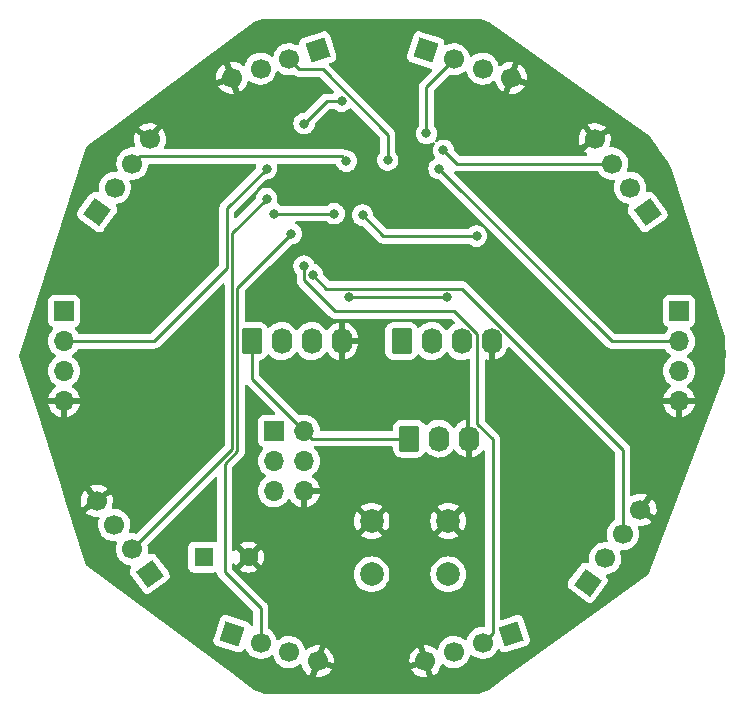
<source format=gbr>
%TF.GenerationSoftware,KiCad,Pcbnew,6.0.11+dfsg-1~bpo11+1*%
%TF.CreationDate,2023-02-26T17:05:11+01:00*%
%TF.ProjectId,ultrasonic_board,756c7472-6173-46f6-9e69-635f626f6172,rev?*%
%TF.SameCoordinates,PX8b48bd0PY4eb9cf0*%
%TF.FileFunction,Copper,L2,Bot*%
%TF.FilePolarity,Positive*%
%FSLAX46Y46*%
G04 Gerber Fmt 4.6, Leading zero omitted, Abs format (unit mm)*
G04 Created by KiCad (PCBNEW 6.0.11+dfsg-1~bpo11+1) date 2023-02-26 17:05:11*
%MOMM*%
%LPD*%
G01*
G04 APERTURE LIST*
G04 Aperture macros list*
%AMRoundRect*
0 Rectangle with rounded corners*
0 $1 Rounding radius*
0 $2 $3 $4 $5 $6 $7 $8 $9 X,Y pos of 4 corners*
0 Add a 4 corners polygon primitive as box body*
4,1,4,$2,$3,$4,$5,$6,$7,$8,$9,$2,$3,0*
0 Add four circle primitives for the rounded corners*
1,1,$1+$1,$2,$3*
1,1,$1+$1,$4,$5*
1,1,$1+$1,$6,$7*
1,1,$1+$1,$8,$9*
0 Add four rect primitives between the rounded corners*
20,1,$1+$1,$2,$3,$4,$5,0*
20,1,$1+$1,$4,$5,$6,$7,0*
20,1,$1+$1,$6,$7,$8,$9,0*
20,1,$1+$1,$8,$9,$2,$3,0*%
%AMHorizOval*
0 Thick line with rounded ends*
0 $1 width*
0 $2 $3 position (X,Y) of the first rounded end (center of the circle)*
0 $4 $5 position (X,Y) of the second rounded end (center of the circle)*
0 Add line between two ends*
20,1,$1,$2,$3,$4,$5,0*
0 Add two circle primitives to create the rounded ends*
1,1,$1,$2,$3*
1,1,$1,$4,$5*%
%AMRotRect*
0 Rectangle, with rotation*
0 The origin of the aperture is its center*
0 $1 length*
0 $2 width*
0 $3 Rotation angle, in degrees counterclockwise*
0 Add horizontal line*
21,1,$1,$2,0,0,$3*%
G04 Aperture macros list end*
%TA.AperFunction,ComponentPad*%
%ADD10R,1.600000X1.600000*%
%TD*%
%TA.AperFunction,ComponentPad*%
%ADD11C,1.600000*%
%TD*%
%TA.AperFunction,ComponentPad*%
%ADD12RoundRect,0.249999X-0.620001X-0.845001X0.620001X-0.845001X0.620001X0.845001X-0.620001X0.845001X0*%
%TD*%
%TA.AperFunction,ComponentPad*%
%ADD13O,1.740000X2.190000*%
%TD*%
%TA.AperFunction,ComponentPad*%
%ADD14R,1.700000X1.700000*%
%TD*%
%TA.AperFunction,ComponentPad*%
%ADD15O,1.700000X1.700000*%
%TD*%
%TA.AperFunction,ComponentPad*%
%ADD16RotRect,1.700000X1.700000X216.000000*%
%TD*%
%TA.AperFunction,ComponentPad*%
%ADD17HorizOval,1.700000X0.000000X0.000000X0.000000X0.000000X0*%
%TD*%
%TA.AperFunction,ComponentPad*%
%ADD18RotRect,1.700000X1.700000X72.000000*%
%TD*%
%TA.AperFunction,ComponentPad*%
%ADD19HorizOval,1.700000X0.000000X0.000000X0.000000X0.000000X0*%
%TD*%
%TA.AperFunction,ComponentPad*%
%ADD20RotRect,1.700000X1.700000X288.000000*%
%TD*%
%TA.AperFunction,ComponentPad*%
%ADD21HorizOval,1.700000X0.000000X0.000000X0.000000X0.000000X0*%
%TD*%
%TA.AperFunction,ComponentPad*%
%ADD22RotRect,1.700000X1.700000X144.000000*%
%TD*%
%TA.AperFunction,ComponentPad*%
%ADD23HorizOval,1.700000X0.000000X0.000000X0.000000X0.000000X0*%
%TD*%
%TA.AperFunction,ComponentPad*%
%ADD24C,2.000000*%
%TD*%
%TA.AperFunction,ViaPad*%
%ADD25C,0.800000*%
%TD*%
%TA.AperFunction,Conductor*%
%ADD26C,0.250000*%
%TD*%
G04 APERTURE END LIST*
D10*
%TO.P,C3,1*%
%TO.N,+5V*%
X-14210604Y-17018000D03*
D11*
%TO.P,C3,2*%
%TO.N,GND*%
X-10410604Y-17018000D03*
%TD*%
D12*
%TO.P,J1,1,Pin_1*%
%TO.N,+5V*%
X3175000Y-6985000D03*
D13*
%TO.P,J1,2,Pin_2*%
%TO.N,/LED_DIG*%
X5715000Y-6985000D03*
%TO.P,J1,3,Pin_3*%
%TO.N,GND*%
X8255000Y-6985000D03*
%TD*%
D14*
%TO.P,J2,1,MISO*%
%TO.N,/MISO*%
X-8255000Y-6350000D03*
D15*
%TO.P,J2,2,VCC*%
%TO.N,+5V*%
X-5715000Y-6350000D03*
%TO.P,J2,3,SCK*%
%TO.N,/SCK*%
X-8255000Y-8890000D03*
%TO.P,J2,4,MOSI*%
%TO.N,/MOSI*%
X-5715000Y-8890000D03*
%TO.P,J2,5,~{RST}*%
%TO.N,/RST*%
X-8255000Y-11430000D03*
%TO.P,J2,6,GND*%
%TO.N,GND*%
X-5715000Y-11430000D03*
%TD*%
D12*
%TO.P,J3,1,Pin_1*%
%TO.N,+5V*%
X2540000Y1270000D03*
D13*
%TO.P,J3,2,Pin_2*%
%TO.N,/I2C_SDA*%
X5080000Y1270000D03*
%TO.P,J3,3,Pin_3*%
%TO.N,/I2C_SCL*%
X7620000Y1270000D03*
%TO.P,J3,4,Pin_4*%
%TO.N,GND*%
X10160000Y1270000D03*
%TD*%
D12*
%TO.P,J4,1,Pin_1*%
%TO.N,+5V*%
X-10160000Y1270000D03*
D13*
%TO.P,J4,2,Pin_2*%
%TO.N,Net-(J4-Pad2)*%
X-7620000Y1270000D03*
%TO.P,J4,3,Pin_3*%
%TO.N,Net-(J4-Pad3)*%
X-5080000Y1270000D03*
%TO.P,J4,4,Pin_4*%
%TO.N,GND*%
X-2540000Y1270000D03*
%TD*%
D14*
%TO.P,J5,1,Pin_1*%
%TO.N,+5V*%
X26035000Y3810000D03*
D15*
%TO.P,J5,2,Pin_2*%
%TO.N,/US0*%
X26035000Y1270000D03*
%TO.P,J5,3,Pin_3*%
X26035000Y-1270000D03*
%TO.P,J5,4,Pin_4*%
%TO.N,GND*%
X26035000Y-3810000D03*
%TD*%
D16*
%TO.P,J6,1,Pin_1*%
%TO.N,+5V*%
X23368000Y12192000D03*
D17*
%TO.P,J6,2,Pin_2*%
%TO.N,/US1*%
X21875025Y14246903D03*
%TO.P,J6,3,Pin_3*%
X20382051Y16301806D03*
%TO.P,J6,4,Pin_4*%
%TO.N,GND*%
X18889076Y18356709D03*
%TD*%
D18*
%TO.P,J7,1,Pin_1*%
%TO.N,+5V*%
X4572000Y25908000D03*
D19*
%TO.P,J7,2,Pin_2*%
%TO.N,/US2*%
X6987684Y25123097D03*
%TO.P,J7,3,Pin_3*%
X9403367Y24338194D03*
%TO.P,J7,4,Pin_4*%
%TO.N,GND*%
X11819051Y23553291D03*
%TD*%
D20*
%TO.P,J8,1,Pin_1*%
%TO.N,+5V*%
X-4572000Y25908000D03*
D21*
%TO.P,J8,2,Pin_2*%
%TO.N,/US3*%
X-6987684Y25123097D03*
%TO.P,J8,3,Pin_3*%
X-9403367Y24338194D03*
%TO.P,J8,4,Pin_4*%
%TO.N,GND*%
X-11819051Y23553291D03*
%TD*%
D22*
%TO.P,J9,1,Pin_1*%
%TO.N,+5V*%
X-23241000Y12192000D03*
D23*
%TO.P,J9,2,Pin_2*%
%TO.N,/US4*%
X-21748025Y14246903D03*
%TO.P,J9,3,Pin_3*%
X-20255051Y16301806D03*
%TO.P,J9,4,Pin_4*%
%TO.N,GND*%
X-18762076Y18356709D03*
%TD*%
D14*
%TO.P,J10,1,Pin_1*%
%TO.N,+5V*%
X-26035000Y3810000D03*
D15*
%TO.P,J10,2,Pin_2*%
%TO.N,/US5*%
X-26035000Y1270000D03*
%TO.P,J10,3,Pin_3*%
X-26035000Y-1270000D03*
%TO.P,J10,4,Pin_4*%
%TO.N,GND*%
X-26035000Y-3810000D03*
%TD*%
D16*
%TO.P,J11,1,Pin_1*%
%TO.N,+5V*%
X-18796000Y-18415000D03*
D17*
%TO.P,J11,2,Pin_2*%
%TO.N,/US6*%
X-20288975Y-16360097D03*
%TO.P,J11,3,Pin_3*%
X-21781949Y-14305194D03*
%TO.P,J11,4,Pin_4*%
%TO.N,GND*%
X-23274924Y-12250291D03*
%TD*%
D18*
%TO.P,J12,1,Pin_1*%
%TO.N,+5V*%
X-11811000Y-23495000D03*
D19*
%TO.P,J12,2,Pin_2*%
%TO.N,/US7*%
X-9395316Y-24279903D03*
%TO.P,J12,3,Pin_3*%
X-6979633Y-25064806D03*
%TO.P,J12,4,Pin_4*%
%TO.N,GND*%
X-4563949Y-25849709D03*
%TD*%
D20*
%TO.P,J13,1,Pin_1*%
%TO.N,+5V*%
X11811000Y-23495000D03*
D21*
%TO.P,J13,2,Pin_2*%
%TO.N,/US8*%
X9395316Y-24279903D03*
%TO.P,J13,3,Pin_3*%
X6979633Y-25064806D03*
%TO.P,J13,4,Pin_4*%
%TO.N,GND*%
X4563949Y-25849709D03*
%TD*%
D22*
%TO.P,J14,1,Pin_1*%
%TO.N,+5V*%
X18288000Y-19177000D03*
D23*
%TO.P,J14,2,Pin_2*%
%TO.N,/US9*%
X19780975Y-17122097D03*
%TO.P,J14,3,Pin_3*%
X21273949Y-15067194D03*
%TO.P,J14,4,Pin_4*%
%TO.N,GND*%
X22766924Y-13012291D03*
%TD*%
D24*
%TO.P,SW1,1,1*%
%TO.N,GND*%
X0Y-13970000D03*
X6500000Y-13970000D03*
%TO.P,SW1,2,2*%
%TO.N,/RST*%
X0Y-18470000D03*
X6500000Y-18470000D03*
%TD*%
D25*
%TO.N,GND*%
X-6985000Y13970000D03*
X-14605000Y2540000D03*
X-3175000Y-5715000D03*
X1505000Y15005000D03*
%TO.N,/LED_DIG*%
X-1905000Y4989990D03*
X6424990Y4989990D03*
%TO.N,/US0*%
X5715000Y15875000D03*
%TO.N,/US4*%
X-2140000Y16510000D03*
%TO.N,/US8*%
X-5714966Y7620000D03*
%TO.N,/US1*%
X6090000Y17405000D03*
%TO.N,/US5*%
X-8890000Y15875000D03*
%TO.N,/US9*%
X-4989964Y6888664D03*
%TO.N,/US6*%
X-8890000Y13335000D03*
%TO.N,/US2*%
X4640000Y18855000D03*
%TO.N,/US7*%
X-6790000Y10355000D03*
%TO.N,/US3*%
X1365000Y16605000D03*
%TO.N,/LED_STAT*%
X-765000Y11935000D03*
X8890000Y10160000D03*
%TO.N,/RS485_TXE*%
X-8255000Y12065000D03*
X-3175000Y12065000D03*
%TO.N,/UART_RXD*%
X-5715000Y19685000D03*
X-2540000Y21590000D03*
%TD*%
D26*
%TO.N,+5V*%
X-10160000Y-1905000D02*
X-5715000Y-6350000D01*
X-10160000Y1270000D02*
X-10160000Y-1905000D01*
X-5080000Y-6985000D02*
X-5715000Y-6350000D01*
X3175000Y-6985000D02*
X-5080000Y-6985000D01*
%TO.N,/LED_DIG*%
X6424990Y4989990D02*
X5859305Y4989990D01*
X5859305Y4989990D02*
X-1905000Y4989990D01*
%TO.N,/US0*%
X20320000Y1270000D02*
X26035000Y1270000D01*
X5715000Y15875000D02*
X20320000Y1270000D01*
%TO.N,/US4*%
X-19646858Y16909999D02*
X-20255051Y16301806D01*
X-2140000Y16510000D02*
X-2539999Y16909999D01*
X-2539999Y16909999D02*
X-19646858Y16909999D01*
%TO.N,/US8*%
X-5714966Y6419281D02*
X-5714966Y7620000D01*
X10245315Y-23429904D02*
X10245315Y-7060316D01*
X10245315Y-7060316D02*
X8964990Y-5779991D01*
X8964990Y-5779991D02*
X8964990Y1840009D01*
X8964990Y1840009D02*
X6994999Y3810000D01*
X-3105685Y3810000D02*
X-5714966Y6419281D01*
X9395316Y-24279903D02*
X10245315Y-23429904D01*
X6994999Y3810000D02*
X-3105685Y3810000D01*
%TO.N,/US1*%
X6090000Y17405000D02*
X7193194Y16301806D01*
X7193194Y16301806D02*
X20382051Y16301806D01*
%TO.N,/US5*%
X-12255030Y12509970D02*
X-12255030Y7429970D01*
X-18415000Y1270000D02*
X-26035000Y1270000D01*
X-8890000Y15875000D02*
X-12255030Y12509970D01*
X-12255030Y7429970D02*
X-18415000Y1270000D01*
%TO.N,/US9*%
X-3816300Y5715000D02*
X-4989964Y6888664D01*
X21273949Y-15067194D02*
X21273949Y-7928950D01*
X7629999Y5715000D02*
X-3816300Y5715000D01*
X21273949Y-7928950D02*
X7629999Y5715000D01*
%TO.N,/US6*%
X-8890000Y13335000D02*
X-11805020Y10419980D01*
X-11805020Y10419980D02*
X-11805020Y-7876142D01*
X-11805020Y-7876142D02*
X-20288975Y-16360097D01*
%TO.N,/US2*%
X4640000Y18855000D02*
X4640000Y22775413D01*
X4640000Y22775413D02*
X6987684Y25123097D01*
%TO.N,/US7*%
X-11355010Y5789990D02*
X-11355010Y-8062528D01*
X-6790000Y10355000D02*
X-11355010Y5789990D01*
X-12446000Y-9153518D02*
X-12446000Y-18288000D01*
X-12446000Y-18288000D02*
X-9395316Y-21338684D01*
X-9395316Y-21338684D02*
X-9395316Y-24279903D01*
X-11355010Y-8062528D02*
X-12446000Y-9153518D01*
%TO.N,/US3*%
X-4150096Y24273098D02*
X-6137685Y24273098D01*
X-6137685Y24273098D02*
X-6987684Y25123097D01*
X1365000Y16605000D02*
X1365000Y18758002D01*
X1365000Y18758002D02*
X-4150096Y24273098D01*
%TO.N,/LED_STAT*%
X8890000Y10160000D02*
X1010000Y10160000D01*
X1010000Y10160000D02*
X-765000Y11935000D01*
%TO.N,/RS485_TXE*%
X-3175000Y12065000D02*
X-8255000Y12065000D01*
%TO.N,/UART_RXD*%
X-3810000Y21590000D02*
X-5715000Y19685000D01*
X-2540000Y21590000D02*
X-3810000Y21590000D01*
%TD*%
%TA.AperFunction,Conductor*%
%TO.N,GND*%
G36*
X9049412Y28569494D02*
G01*
X9259596Y28505234D01*
X9263778Y28503875D01*
X9724111Y28345370D01*
X9950422Y28267445D01*
X9982226Y28251131D01*
X18535971Y22192229D01*
X23337337Y18791261D01*
X23362427Y18767736D01*
X23616468Y18454022D01*
X23619174Y18450559D01*
X24245245Y17619737D01*
X24246130Y17618562D01*
X24248709Y17615013D01*
X24373209Y17437208D01*
X24846242Y16761646D01*
X24848701Y16758000D01*
X25071401Y16415072D01*
X25296757Y16068056D01*
X25324263Y16025700D01*
X25338546Y15995634D01*
X29868161Y1903500D01*
X29911109Y1769884D01*
X29916979Y1737924D01*
X29929239Y1503998D01*
X29953126Y1048201D01*
X29953280Y1043806D01*
X29953868Y1010135D01*
X29971402Y5649D01*
X29971462Y2199D01*
X29971462Y-2177D01*
X29963850Y-438277D01*
X29953280Y-1043806D01*
X29953126Y-1048201D01*
X29933431Y-1423996D01*
X29925414Y-1462088D01*
X23508322Y-18379878D01*
X23464622Y-18437093D01*
X20120699Y-20869037D01*
X11411546Y-27202967D01*
X9960863Y-28258009D01*
X9927775Y-28275243D01*
X9263779Y-28503875D01*
X9259596Y-28505234D01*
X9049412Y-28569494D01*
X9012573Y-28575000D01*
X-9012573Y-28575000D01*
X-9049412Y-28569494D01*
X-9259596Y-28505234D01*
X-9263779Y-28503875D01*
X-9914674Y-28279754D01*
X-9948545Y-28261945D01*
X-11387842Y-27198117D01*
X-4730642Y-27198117D01*
X-4721444Y-27202809D01*
X-4720119Y-27202967D01*
X-4507299Y-27210771D01*
X-4497013Y-27210304D01*
X-4285764Y-27183243D01*
X-4275687Y-27181101D01*
X-4071694Y-27119900D01*
X-4062107Y-27116142D01*
X-3870854Y-27022448D01*
X-3862004Y-27017173D01*
X-3688621Y-26893501D01*
X-3680749Y-26886848D01*
X-3529897Y-26736521D01*
X-3523219Y-26728674D01*
X-3398946Y-26555730D01*
X-3393637Y-26546894D01*
X-3380432Y-26520175D01*
X-3378016Y-26506388D01*
X3377718Y-26506388D01*
X3379348Y-26515804D01*
X3461643Y-26650097D01*
X3467726Y-26658408D01*
X3607162Y-26819376D01*
X3614529Y-26826592D01*
X3778383Y-26962625D01*
X3786830Y-26968540D01*
X3970705Y-27075988D01*
X3979991Y-27080438D01*
X4178950Y-27156412D01*
X4188848Y-27159288D01*
X4397544Y-27201747D01*
X4407772Y-27202966D01*
X4620599Y-27210771D01*
X4630885Y-27210304D01*
X4716675Y-27199314D01*
X4728711Y-27194040D01*
X4728608Y-27178437D01*
X4406469Y-26186997D01*
X4397504Y-26173886D01*
X4395809Y-26173170D01*
X4387987Y-26173954D01*
X3389359Y-26498428D01*
X3377718Y-26506388D01*
X-3378016Y-26506388D01*
X-3378006Y-26506330D01*
X-3389699Y-26498317D01*
X-4383640Y-26175367D01*
X-4399519Y-26174913D01*
X-4401094Y-26175863D01*
X-4405058Y-26182653D01*
X-4730221Y-27183404D01*
X-4730642Y-27198117D01*
X-11387842Y-27198117D01*
X-11498749Y-27116142D01*
X-24097358Y-17804126D01*
X-24142421Y-17741358D01*
X-24143042Y-17739424D01*
X-25916450Y-12222154D01*
X-24636874Y-12222154D01*
X-24624615Y-12434768D01*
X-24623179Y-12444988D01*
X-24576359Y-12652737D01*
X-24573279Y-12662566D01*
X-24512032Y-12813404D01*
X-24503260Y-12824446D01*
X-24494231Y-12822208D01*
X-23644367Y-12204746D01*
X-23634669Y-12192169D01*
X-23634512Y-12190335D01*
X-23637675Y-12183138D01*
X-24253964Y-11334889D01*
X-24264493Y-11326770D01*
X-24277951Y-11334192D01*
X-24330334Y-11389008D01*
X-24336820Y-11397018D01*
X-24456826Y-11572940D01*
X-24461924Y-11581914D01*
X-24551586Y-11775074D01*
X-24555149Y-11784761D01*
X-24612060Y-11989972D01*
X-24613991Y-12000091D01*
X-24636622Y-12211865D01*
X-24636874Y-12222154D01*
X-25916450Y-12222154D01*
X-26302174Y-11022123D01*
X-23848254Y-11022123D01*
X-23843488Y-11035599D01*
X-23229379Y-11880848D01*
X-23216802Y-11890546D01*
X-23214968Y-11890703D01*
X-23207771Y-11887540D01*
X-22356184Y-11268826D01*
X-22347155Y-11257117D01*
X-22351077Y-11249381D01*
X-22516785Y-11118513D01*
X-22525372Y-11112808D01*
X-22711807Y-11009890D01*
X-22721219Y-11005660D01*
X-22921965Y-10934571D01*
X-22931935Y-10931937D01*
X-23141597Y-10894592D01*
X-23151851Y-10893622D01*
X-23364808Y-10891019D01*
X-23375092Y-10891739D01*
X-23585603Y-10923952D01*
X-23595631Y-10926341D01*
X-23798056Y-10992503D01*
X-23807565Y-10996500D01*
X-23838170Y-11012432D01*
X-23848254Y-11022123D01*
X-26302174Y-11022123D01*
X-28534225Y-4077966D01*
X-27366743Y-4077966D01*
X-27336435Y-4212446D01*
X-27333355Y-4222275D01*
X-27253230Y-4419603D01*
X-27248587Y-4428794D01*
X-27137306Y-4610388D01*
X-27131223Y-4618699D01*
X-26991787Y-4779667D01*
X-26984420Y-4786883D01*
X-26820566Y-4922916D01*
X-26812119Y-4928831D01*
X-26628244Y-5036279D01*
X-26618958Y-5040729D01*
X-26419999Y-5116703D01*
X-26410101Y-5119579D01*
X-26306750Y-5140606D01*
X-26292701Y-5139410D01*
X-26289000Y-5129065D01*
X-26289000Y-5128517D01*
X-25781000Y-5128517D01*
X-25776936Y-5142359D01*
X-25763522Y-5144393D01*
X-25756816Y-5143534D01*
X-25746738Y-5141392D01*
X-25542745Y-5080191D01*
X-25533158Y-5076433D01*
X-25341905Y-4982739D01*
X-25333055Y-4977464D01*
X-25159672Y-4853792D01*
X-25151800Y-4847139D01*
X-25000948Y-4696812D01*
X-24994270Y-4688965D01*
X-24869997Y-4516020D01*
X-24864687Y-4507183D01*
X-24770330Y-4316267D01*
X-24766531Y-4306672D01*
X-24704623Y-4102910D01*
X-24702445Y-4092837D01*
X-24701014Y-4081962D01*
X-24703225Y-4067778D01*
X-24716383Y-4064000D01*
X-25762885Y-4064000D01*
X-25778124Y-4068475D01*
X-25779329Y-4069865D01*
X-25781000Y-4077548D01*
X-25781000Y-5128517D01*
X-26289000Y-5128517D01*
X-26289000Y-4082115D01*
X-26293475Y-4066876D01*
X-26294865Y-4065671D01*
X-26302548Y-4064000D01*
X-27351775Y-4064000D01*
X-27365306Y-4067973D01*
X-27366743Y-4077966D01*
X-28534225Y-4077966D01*
X-29447491Y-1236695D01*
X-27397749Y-1236695D01*
X-27397452Y-1241848D01*
X-27397452Y-1241851D01*
X-27391989Y-1336590D01*
X-27384890Y-1459715D01*
X-27383753Y-1464761D01*
X-27383752Y-1464767D01*
X-27363881Y-1552939D01*
X-27335778Y-1677639D01*
X-27251734Y-1884616D01*
X-27135013Y-2075088D01*
X-26988750Y-2243938D01*
X-26816874Y-2386632D01*
X-26761712Y-2418866D01*
X-26743045Y-2429774D01*
X-26694321Y-2481412D01*
X-26681250Y-2551195D01*
X-26707981Y-2616967D01*
X-26748438Y-2650327D01*
X-26756543Y-2654546D01*
X-26765262Y-2660036D01*
X-26935567Y-2787905D01*
X-26943274Y-2794748D01*
X-27090410Y-2948717D01*
X-27096896Y-2956727D01*
X-27216902Y-3132649D01*
X-27222000Y-3141623D01*
X-27311662Y-3334783D01*
X-27315225Y-3344470D01*
X-27370611Y-3544183D01*
X-27369088Y-3552607D01*
X-27356708Y-3556000D01*
X-24716656Y-3556000D01*
X-24703125Y-3552027D01*
X-24701820Y-3542947D01*
X-24743786Y-3375875D01*
X-24747106Y-3366124D01*
X-24832028Y-3170814D01*
X-24836895Y-3161739D01*
X-24952574Y-2982926D01*
X-24958864Y-2974757D01*
X-25102194Y-2817240D01*
X-25109727Y-2810215D01*
X-25276861Y-2678222D01*
X-25285444Y-2672520D01*
X-25322398Y-2652120D01*
X-25372369Y-2601687D01*
X-25387141Y-2532245D01*
X-25362025Y-2465839D01*
X-25334673Y-2439232D01*
X-25306121Y-2418866D01*
X-25155140Y-2311173D01*
X-24996904Y-2153489D01*
X-24937406Y-2070689D01*
X-24869565Y-1976277D01*
X-24866547Y-1972077D01*
X-24767570Y-1771811D01*
X-24702630Y-1558069D01*
X-24673471Y-1336590D01*
X-24671844Y-1270000D01*
X-24690148Y-1047361D01*
X-24744569Y-830702D01*
X-24833646Y-625840D01*
X-24873094Y-564862D01*
X-24952178Y-442617D01*
X-24952180Y-442614D01*
X-24954986Y-438277D01*
X-25105330Y-273051D01*
X-25109381Y-269852D01*
X-25109385Y-269848D01*
X-25276586Y-137800D01*
X-25276590Y-137798D01*
X-25280641Y-134598D01*
X-25321947Y-111796D01*
X-25371916Y-61364D01*
X-25386688Y8079D01*
X-25361572Y74484D01*
X-25334220Y101091D01*
X-25272269Y145280D01*
X-25155140Y228827D01*
X-24996904Y386511D01*
X-24937406Y469311D01*
X-24869565Y563723D01*
X-24866547Y567923D01*
X-24864254Y572563D01*
X-24862554Y575392D01*
X-24810326Y623482D01*
X-24754549Y636500D01*
X-18493767Y636500D01*
X-18482584Y635973D01*
X-18475091Y634298D01*
X-18467165Y634547D01*
X-18467164Y634547D01*
X-18407014Y636438D01*
X-18403055Y636500D01*
X-18375144Y636500D01*
X-18371209Y636997D01*
X-18371144Y637005D01*
X-18359307Y637938D01*
X-18327049Y638952D01*
X-18323030Y639078D01*
X-18315111Y639327D01*
X-18295657Y644979D01*
X-18276300Y648987D01*
X-18264070Y650532D01*
X-18264069Y650532D01*
X-18256203Y651526D01*
X-18248832Y654445D01*
X-18248830Y654445D01*
X-18215088Y667804D01*
X-18203858Y671649D01*
X-18169017Y681771D01*
X-18169016Y681771D01*
X-18161407Y683982D01*
X-18154588Y688015D01*
X-18154583Y688017D01*
X-18143972Y694293D01*
X-18126224Y702988D01*
X-18107383Y710448D01*
X-18071613Y736436D01*
X-18061693Y742952D01*
X-18030465Y761420D01*
X-18030462Y761422D01*
X-18023638Y765458D01*
X-18009317Y779779D01*
X-17994283Y792620D01*
X-17984306Y799869D01*
X-17977893Y804528D01*
X-17949702Y838605D01*
X-17941712Y847384D01*
X-12653615Y6135480D01*
X-12591303Y6169506D01*
X-12520488Y6164441D01*
X-12463652Y6121894D01*
X-12438841Y6055374D01*
X-12438520Y6046385D01*
X-12438520Y-7561547D01*
X-12458522Y-7629668D01*
X-12475425Y-7650642D01*
X-19831630Y-15006847D01*
X-19893942Y-15040873D01*
X-19942821Y-15041799D01*
X-20155602Y-15003897D01*
X-20155608Y-15003896D01*
X-20160691Y-15002991D01*
X-20234523Y-15002089D01*
X-20378894Y-15000325D01*
X-20378896Y-15000325D01*
X-20384064Y-15000262D01*
X-20389272Y-15001059D01*
X-20389310Y-15001054D01*
X-20394330Y-15001405D01*
X-20394403Y-15000368D01*
X-20459633Y-14991585D01*
X-20513704Y-14945576D01*
X-20534316Y-14877637D01*
X-20521278Y-14820680D01*
X-20514519Y-14807005D01*
X-20449579Y-14593263D01*
X-20420420Y-14371784D01*
X-20418793Y-14305194D01*
X-20437097Y-14082555D01*
X-20491518Y-13865896D01*
X-20580595Y-13661034D01*
X-20628730Y-13586629D01*
X-20699127Y-13477811D01*
X-20699129Y-13477808D01*
X-20701935Y-13473471D01*
X-20852279Y-13308245D01*
X-20856330Y-13305046D01*
X-20856334Y-13305042D01*
X-21023535Y-13172994D01*
X-21023539Y-13172992D01*
X-21027590Y-13169792D01*
X-21223160Y-13061832D01*
X-21228029Y-13060108D01*
X-21228033Y-13060106D01*
X-21428862Y-12988989D01*
X-21428866Y-12988988D01*
X-21433737Y-12987263D01*
X-21438830Y-12986356D01*
X-21438833Y-12986355D01*
X-21648576Y-12948994D01*
X-21648582Y-12948993D01*
X-21653665Y-12948088D01*
X-21727497Y-12947186D01*
X-21871868Y-12945422D01*
X-21871870Y-12945422D01*
X-21877038Y-12945359D01*
X-21882839Y-12946247D01*
X-21883118Y-12946209D01*
X-21887304Y-12946502D01*
X-21887364Y-12945638D01*
X-21953199Y-12936781D01*
X-22007275Y-12890777D01*
X-22027894Y-12822840D01*
X-22014856Y-12765870D01*
X-22010254Y-12756558D01*
X-22006455Y-12746963D01*
X-21944548Y-12543206D01*
X-21942369Y-12533125D01*
X-21914334Y-12320178D01*
X-21913815Y-12313503D01*
X-21912352Y-12253655D01*
X-21912546Y-12246937D01*
X-21930143Y-12032895D01*
X-21931828Y-12022715D01*
X-21983710Y-11816166D01*
X-21987030Y-11806415D01*
X-22038580Y-11687856D01*
X-22047617Y-11677033D01*
X-22057496Y-11679739D01*
X-22920136Y-12306484D01*
X-23331117Y-12605079D01*
X-24192427Y-13230857D01*
X-24201037Y-13242024D01*
X-24196813Y-13250031D01*
X-24060491Y-13363207D01*
X-24052043Y-13369122D01*
X-23868168Y-13476570D01*
X-23858882Y-13481020D01*
X-23659923Y-13556994D01*
X-23650025Y-13559870D01*
X-23441329Y-13602329D01*
X-23431101Y-13603548D01*
X-23218274Y-13611353D01*
X-23207990Y-13610886D01*
X-23168024Y-13605766D01*
X-23097914Y-13616950D01*
X-23044980Y-13664263D01*
X-23026028Y-13732684D01*
X-23037725Y-13783795D01*
X-23061261Y-13834499D01*
X-23120960Y-14049764D01*
X-23144698Y-14271889D01*
X-23144401Y-14277042D01*
X-23144401Y-14277045D01*
X-23138967Y-14371293D01*
X-23131839Y-14494909D01*
X-23130702Y-14499955D01*
X-23130701Y-14499961D01*
X-23109674Y-14593263D01*
X-23082727Y-14712833D01*
X-22998683Y-14919810D01*
X-22949317Y-15000368D01*
X-22923703Y-15042166D01*
X-22881962Y-15110282D01*
X-22735699Y-15279132D01*
X-22563823Y-15421826D01*
X-22370949Y-15534532D01*
X-22162257Y-15614224D01*
X-22157189Y-15615255D01*
X-22157186Y-15615256D01*
X-22049570Y-15637151D01*
X-21943352Y-15658761D01*
X-21938177Y-15658951D01*
X-21938175Y-15658951D01*
X-21725276Y-15666758D01*
X-21725272Y-15666758D01*
X-21720112Y-15666947D01*
X-21675298Y-15661206D01*
X-21605188Y-15672390D01*
X-21552255Y-15719703D01*
X-21533303Y-15788124D01*
X-21545001Y-15839236D01*
X-21566106Y-15884702D01*
X-21566109Y-15884709D01*
X-21568287Y-15889402D01*
X-21627986Y-16104667D01*
X-21651724Y-16326792D01*
X-21651427Y-16331945D01*
X-21651427Y-16331948D01*
X-21646118Y-16424019D01*
X-21638865Y-16549812D01*
X-21637727Y-16554861D01*
X-21637727Y-16554862D01*
X-21633360Y-16574239D01*
X-21589753Y-16767736D01*
X-21539033Y-16892646D01*
X-21512968Y-16956835D01*
X-21505709Y-16974713D01*
X-21388988Y-17165185D01*
X-21242725Y-17334035D01*
X-21070849Y-17476729D01*
X-20877975Y-17589435D01*
X-20873150Y-17591277D01*
X-20873149Y-17591278D01*
X-20820444Y-17611404D01*
X-20669283Y-17669127D01*
X-20664215Y-17670158D01*
X-20664212Y-17670159D01*
X-20459865Y-17711734D01*
X-20397100Y-17744915D01*
X-20362238Y-17806763D01*
X-20366347Y-17877641D01*
X-20379854Y-17904655D01*
X-20447735Y-18007407D01*
X-20490686Y-18146588D01*
X-20490978Y-18166268D01*
X-20492543Y-18271767D01*
X-20492847Y-18292229D01*
X-20490456Y-18300879D01*
X-20490456Y-18300881D01*
X-20473525Y-18362138D01*
X-20454044Y-18432624D01*
X-20422960Y-18486901D01*
X-20420961Y-18489652D01*
X-20420960Y-18489654D01*
X-19454308Y-19820135D01*
X-19367140Y-19940112D01*
X-19364854Y-19942633D01*
X-19364850Y-19942638D01*
X-19330432Y-19980596D01*
X-19330429Y-19980599D01*
X-19325125Y-19986448D01*
X-19203593Y-20066735D01*
X-19195014Y-20069382D01*
X-19195013Y-20069383D01*
X-19142548Y-20085573D01*
X-19064412Y-20109686D01*
X-18983320Y-20110889D01*
X-18927748Y-20111714D01*
X-18927747Y-20111714D01*
X-18918771Y-20111847D01*
X-18910121Y-20109456D01*
X-18910119Y-20109456D01*
X-18848862Y-20092525D01*
X-18778376Y-20073044D01*
X-18724099Y-20041960D01*
X-18721346Y-20039960D01*
X-17273646Y-18988144D01*
X-17273644Y-18988142D01*
X-17270888Y-18986140D01*
X-17268362Y-18983850D01*
X-17230404Y-18949432D01*
X-17230401Y-18949429D01*
X-17224552Y-18944125D01*
X-17144265Y-18822593D01*
X-17101314Y-18683412D01*
X-17099153Y-18537771D01*
X-17114028Y-18483949D01*
X-17132571Y-18416861D01*
X-17137956Y-18397376D01*
X-17169040Y-18343099D01*
X-17245237Y-18238223D01*
X-18222856Y-16892646D01*
X-18222858Y-16892644D01*
X-18224860Y-16889888D01*
X-18227150Y-16887362D01*
X-18261568Y-16849404D01*
X-18261571Y-16849401D01*
X-18266875Y-16843552D01*
X-18388407Y-16763265D01*
X-18396986Y-16760618D01*
X-18396987Y-16760617D01*
X-18449452Y-16744427D01*
X-18527588Y-16720314D01*
X-18608680Y-16719111D01*
X-18664252Y-16718286D01*
X-18664253Y-16718286D01*
X-18673229Y-16718153D01*
X-18681879Y-16720544D01*
X-18681881Y-16720544D01*
X-18793555Y-16751409D01*
X-18864543Y-16750277D01*
X-18923649Y-16710945D01*
X-18952109Y-16645902D01*
X-18952043Y-16613515D01*
X-18934193Y-16477937D01*
X-18927446Y-16426687D01*
X-18927143Y-16414285D01*
X-18925901Y-16363462D01*
X-18925901Y-16363458D01*
X-18925819Y-16360097D01*
X-18944123Y-16137458D01*
X-18972154Y-16025862D01*
X-18969350Y-15954920D01*
X-18939045Y-15906071D01*
X-13294595Y-10261621D01*
X-13232283Y-10227595D01*
X-13161468Y-10232660D01*
X-13104632Y-10275207D01*
X-13079821Y-10341727D01*
X-13079500Y-10350716D01*
X-13079500Y-15617226D01*
X-13099502Y-15685347D01*
X-13153158Y-15731840D01*
X-13223432Y-15741944D01*
X-13249729Y-15735208D01*
X-13292886Y-15719029D01*
X-13292892Y-15719027D01*
X-13300288Y-15716255D01*
X-13362470Y-15709500D01*
X-15058738Y-15709500D01*
X-15120920Y-15716255D01*
X-15257309Y-15767385D01*
X-15373865Y-15854739D01*
X-15461219Y-15971295D01*
X-15512349Y-16107684D01*
X-15519104Y-16169866D01*
X-15519104Y-17866134D01*
X-15512349Y-17928316D01*
X-15461219Y-18064705D01*
X-15373865Y-18181261D01*
X-15257309Y-18268615D01*
X-15120920Y-18319745D01*
X-15058738Y-18326500D01*
X-13362470Y-18326500D01*
X-13300288Y-18319745D01*
X-13242977Y-18298260D01*
X-13172169Y-18293077D01*
X-13109800Y-18326998D01*
X-13076688Y-18387397D01*
X-13076673Y-18387889D01*
X-13071706Y-18404986D01*
X-13071022Y-18407339D01*
X-13067013Y-18426700D01*
X-13064474Y-18446797D01*
X-13061555Y-18454168D01*
X-13061555Y-18454170D01*
X-13048196Y-18487912D01*
X-13044351Y-18499142D01*
X-13032018Y-18541593D01*
X-13027985Y-18548412D01*
X-13027983Y-18548417D01*
X-13021707Y-18559028D01*
X-13013012Y-18576776D01*
X-13005552Y-18595617D01*
X-13000890Y-18602033D01*
X-13000890Y-18602034D01*
X-12979564Y-18631387D01*
X-12973048Y-18641307D01*
X-12959971Y-18663418D01*
X-12950542Y-18679362D01*
X-12936221Y-18693683D01*
X-12923381Y-18708716D01*
X-12911472Y-18725107D01*
X-12905366Y-18730158D01*
X-12877395Y-18753298D01*
X-12868616Y-18761288D01*
X-10065721Y-21564183D01*
X-10031695Y-21626495D01*
X-10028816Y-21653278D01*
X-10028816Y-22699183D01*
X-10048818Y-22767304D01*
X-10102474Y-22813797D01*
X-10172748Y-22823901D01*
X-10237328Y-22794407D01*
X-10274057Y-22739894D01*
X-10282202Y-22716038D01*
X-10366059Y-22596942D01*
X-10410587Y-22561459D01*
X-10473798Y-22511088D01*
X-10473801Y-22511086D01*
X-10479973Y-22506168D01*
X-10537024Y-22480528D01*
X-12245377Y-21925451D01*
X-12248707Y-21924755D01*
X-12248712Y-21924754D01*
X-12298866Y-21914276D01*
X-12298869Y-21914276D01*
X-12306603Y-21912660D01*
X-12452116Y-21919141D01*
X-12460610Y-21922041D01*
X-12460611Y-21922041D01*
X-12581468Y-21963302D01*
X-12589962Y-21966202D01*
X-12597300Y-21971369D01*
X-12701716Y-22044889D01*
X-12701718Y-22044891D01*
X-12709058Y-22050059D01*
X-12714654Y-22057082D01*
X-12794912Y-22157798D01*
X-12794914Y-22157801D01*
X-12799832Y-22163973D01*
X-12825472Y-22221024D01*
X-13380549Y-23929377D01*
X-13381245Y-23932707D01*
X-13381246Y-23932712D01*
X-13388642Y-23968117D01*
X-13393340Y-23990603D01*
X-13386859Y-24136116D01*
X-13383959Y-24144610D01*
X-13383959Y-24144611D01*
X-13353754Y-24233083D01*
X-13339798Y-24273962D01*
X-13255941Y-24393058D01*
X-13221320Y-24420646D01*
X-13148202Y-24478912D01*
X-13148199Y-24478914D01*
X-13142027Y-24483832D01*
X-13084976Y-24509472D01*
X-11376623Y-25064549D01*
X-11373293Y-25065245D01*
X-11373288Y-25065246D01*
X-11323134Y-25075724D01*
X-11323131Y-25075724D01*
X-11315397Y-25077340D01*
X-11169884Y-25070859D01*
X-11161390Y-25067959D01*
X-11161389Y-25067959D01*
X-11040532Y-25026698D01*
X-11040531Y-25026698D01*
X-11032038Y-25023798D01*
X-10972647Y-24981980D01*
X-10920284Y-24945111D01*
X-10920282Y-24945109D01*
X-10912942Y-24939941D01*
X-10835642Y-24842936D01*
X-10777546Y-24802126D01*
X-10706610Y-24799204D01*
X-10645354Y-24835097D01*
X-10620359Y-24874057D01*
X-10612050Y-24894519D01*
X-10609351Y-24898923D01*
X-10500233Y-25076988D01*
X-10495329Y-25084991D01*
X-10349066Y-25253841D01*
X-10177190Y-25396535D01*
X-9984316Y-25509241D01*
X-9775624Y-25588933D01*
X-9770556Y-25589964D01*
X-9770553Y-25589965D01*
X-9723642Y-25599509D01*
X-9556719Y-25633470D01*
X-9551544Y-25633660D01*
X-9551542Y-25633660D01*
X-9338643Y-25641467D01*
X-9338639Y-25641467D01*
X-9333479Y-25641656D01*
X-9328359Y-25641000D01*
X-9328357Y-25641000D01*
X-9117028Y-25613928D01*
X-9117027Y-25613928D01*
X-9111900Y-25613271D01*
X-9066029Y-25599509D01*
X-8902887Y-25550564D01*
X-8902882Y-25550562D01*
X-8897932Y-25549077D01*
X-8697322Y-25450799D01*
X-8515456Y-25321076D01*
X-8511798Y-25317431D01*
X-8507842Y-25314088D01*
X-8506826Y-25315291D01*
X-8450662Y-25284760D01*
X-8379856Y-25289957D01*
X-8323100Y-25332610D01*
X-8301193Y-25380229D01*
X-8280411Y-25472445D01*
X-8242172Y-25566617D01*
X-8198671Y-25673747D01*
X-8196367Y-25679422D01*
X-8079646Y-25869894D01*
X-7933383Y-26038744D01*
X-7794674Y-26153902D01*
X-7770603Y-26173886D01*
X-7761507Y-26181438D01*
X-7568633Y-26294144D01*
X-7359941Y-26373836D01*
X-7354873Y-26374867D01*
X-7354870Y-26374868D01*
X-7247616Y-26396689D01*
X-7141036Y-26418373D01*
X-7135861Y-26418563D01*
X-7135859Y-26418563D01*
X-6922960Y-26426370D01*
X-6922956Y-26426370D01*
X-6917796Y-26426559D01*
X-6912676Y-26425903D01*
X-6912674Y-26425903D01*
X-6701345Y-26398831D01*
X-6701344Y-26398831D01*
X-6696217Y-26398174D01*
X-6691267Y-26396689D01*
X-6487204Y-26335467D01*
X-6487199Y-26335465D01*
X-6482249Y-26333980D01*
X-6281639Y-26235702D01*
X-6099773Y-26105979D01*
X-6096115Y-26102334D01*
X-6092159Y-26098991D01*
X-6091248Y-26100069D01*
X-6034595Y-26069251D01*
X-5963787Y-26074429D01*
X-5907019Y-26117066D01*
X-5885091Y-26164713D01*
X-5865384Y-26252155D01*
X-5862304Y-26261984D01*
X-5782179Y-26459312D01*
X-5777536Y-26468503D01*
X-5666255Y-26650097D01*
X-5660172Y-26658408D01*
X-5520736Y-26819376D01*
X-5513369Y-26826592D01*
X-5349515Y-26962625D01*
X-5341068Y-26968540D01*
X-5233571Y-27031356D01*
X-5219884Y-27034752D01*
X-5213423Y-27026624D01*
X-4865582Y-25956080D01*
X-4777594Y-25685279D01*
X-4238745Y-25685279D01*
X-4237795Y-25686854D01*
X-4231005Y-25690817D01*
X-3233862Y-26014808D01*
X-3220647Y-26015186D01*
X-3214096Y-26001153D01*
X-3203359Y-25919596D01*
X-3202840Y-25912921D01*
X-3201377Y-25853073D01*
X-3201571Y-25846355D01*
X-3203608Y-25821572D01*
X3201999Y-25821572D01*
X3212479Y-26003332D01*
X3217225Y-26016612D01*
X3226005Y-26017362D01*
X4226661Y-25692229D01*
X4239772Y-25683264D01*
X4240488Y-25681569D01*
X4239704Y-25673747D01*
X3915611Y-24676289D01*
X3907932Y-24665059D01*
X3893287Y-24667767D01*
X3842416Y-24694249D01*
X3833681Y-24699750D01*
X3663382Y-24827614D01*
X3655675Y-24834457D01*
X3508539Y-24988426D01*
X3502053Y-24996436D01*
X3382047Y-25172358D01*
X3376949Y-25181332D01*
X3287287Y-25374492D01*
X3283724Y-25384179D01*
X3226813Y-25589390D01*
X3224882Y-25599509D01*
X3202251Y-25811283D01*
X3201999Y-25821572D01*
X-3203608Y-25821572D01*
X-3219168Y-25632313D01*
X-3220853Y-25622133D01*
X-3272735Y-25415584D01*
X-3276055Y-25405833D01*
X-3360977Y-25210523D01*
X-3365844Y-25201448D01*
X-3481523Y-25022635D01*
X-3487813Y-25014466D01*
X-3631143Y-24856949D01*
X-3638676Y-24849924D01*
X-3805814Y-24717927D01*
X-3814387Y-24712231D01*
X-3894260Y-24668139D01*
X-3907009Y-24665304D01*
X-3916188Y-24678068D01*
X-4238291Y-25669400D01*
X-4238745Y-25685279D01*
X-4777594Y-25685279D01*
X-4398320Y-24517992D01*
X-4397914Y-24503790D01*
X-4410401Y-24497612D01*
X-4430625Y-24494009D01*
X-4440875Y-24493040D01*
X-4653833Y-24490437D01*
X-4664117Y-24491157D01*
X-4874628Y-24523370D01*
X-4884656Y-24525759D01*
X-5087081Y-24591921D01*
X-5096590Y-24595918D01*
X-5285486Y-24694251D01*
X-5294211Y-24699745D01*
X-5459184Y-24823611D01*
X-5525669Y-24848517D01*
X-5595064Y-24833525D01*
X-5645338Y-24783394D01*
X-5657041Y-24753546D01*
X-5671935Y-24694251D01*
X-5689202Y-24625508D01*
X-5778279Y-24420646D01*
X-5878668Y-24265468D01*
X-5896811Y-24237423D01*
X-5896813Y-24237420D01*
X-5899619Y-24233083D01*
X-6049963Y-24067857D01*
X-6054014Y-24064658D01*
X-6054018Y-24064654D01*
X-6221219Y-23932606D01*
X-6221223Y-23932604D01*
X-6225274Y-23929404D01*
X-6420844Y-23821444D01*
X-6425713Y-23819720D01*
X-6425717Y-23819718D01*
X-6626546Y-23748601D01*
X-6626550Y-23748600D01*
X-6631421Y-23746875D01*
X-6636514Y-23745968D01*
X-6636517Y-23745967D01*
X-6846260Y-23708606D01*
X-6846266Y-23708605D01*
X-6851349Y-23707700D01*
X-6925181Y-23706798D01*
X-7069552Y-23705034D01*
X-7069554Y-23705034D01*
X-7074722Y-23704971D01*
X-7295542Y-23738761D01*
X-7507877Y-23808163D01*
X-7706026Y-23911313D01*
X-7710159Y-23914416D01*
X-7710162Y-23914418D01*
X-7874999Y-24038181D01*
X-7941484Y-24063087D01*
X-8010880Y-24048095D01*
X-8061153Y-23997964D01*
X-8072856Y-23968117D01*
X-8083401Y-23926137D01*
X-8104885Y-23840605D01*
X-8193962Y-23635743D01*
X-8315302Y-23448180D01*
X-8465646Y-23282954D01*
X-8469697Y-23279755D01*
X-8469701Y-23279751D01*
X-8636902Y-23147703D01*
X-8636906Y-23147701D01*
X-8640957Y-23144501D01*
X-8645481Y-23142004D01*
X-8645485Y-23142001D01*
X-8696708Y-23113725D01*
X-8746680Y-23063293D01*
X-8761816Y-23003416D01*
X-8761816Y-21417452D01*
X-8761289Y-21406269D01*
X-8759614Y-21398776D01*
X-8761754Y-21330685D01*
X-8761816Y-21326728D01*
X-8761816Y-21298828D01*
X-8762320Y-21294837D01*
X-8763253Y-21282995D01*
X-8764393Y-21246720D01*
X-8764642Y-21238795D01*
X-8770295Y-21219336D01*
X-8774304Y-21199977D01*
X-8774470Y-21198667D01*
X-8776842Y-21179887D01*
X-8779758Y-21172521D01*
X-8779760Y-21172515D01*
X-8793116Y-21138782D01*
X-8796961Y-21127552D01*
X-8807086Y-21092701D01*
X-8807086Y-21092700D01*
X-8809297Y-21085091D01*
X-8819611Y-21067650D01*
X-8828308Y-21049897D01*
X-8832844Y-21038442D01*
X-8835764Y-21031067D01*
X-8861753Y-20995296D01*
X-8868269Y-20985376D01*
X-8886738Y-20954147D01*
X-8890774Y-20947322D01*
X-8905095Y-20933001D01*
X-8917936Y-20917967D01*
X-8925185Y-20907990D01*
X-8929844Y-20901577D01*
X-8963921Y-20873386D01*
X-8972700Y-20865396D01*
X-11368095Y-18470000D01*
X-1513165Y-18470000D01*
X-1494535Y-18706711D01*
X-1493381Y-18711518D01*
X-1493380Y-18711524D01*
X-1481281Y-18761918D01*
X-1439105Y-18937594D01*
X-1348240Y-19156963D01*
X-1345654Y-19161183D01*
X-1226759Y-19355202D01*
X-1226755Y-19355208D01*
X-1224176Y-19359416D01*
X-1069969Y-19539969D01*
X-889416Y-19694176D01*
X-885208Y-19696755D01*
X-885202Y-19696759D01*
X-691183Y-19815654D01*
X-686963Y-19818240D01*
X-682393Y-19820133D01*
X-682389Y-19820135D01*
X-472167Y-19907211D01*
X-467594Y-19909105D01*
X-387391Y-19928360D01*
X-241524Y-19963380D01*
X-241518Y-19963381D01*
X-236711Y-19964535D01*
X0Y-19983165D01*
X236711Y-19964535D01*
X241518Y-19963381D01*
X241524Y-19963380D01*
X387391Y-19928360D01*
X467594Y-19909105D01*
X472167Y-19907211D01*
X682389Y-19820135D01*
X682393Y-19820133D01*
X686963Y-19818240D01*
X691183Y-19815654D01*
X885202Y-19696759D01*
X885208Y-19696755D01*
X889416Y-19694176D01*
X1069969Y-19539969D01*
X1224176Y-19359416D01*
X1226755Y-19355208D01*
X1226759Y-19355202D01*
X1345654Y-19161183D01*
X1348240Y-19156963D01*
X1439105Y-18937594D01*
X1481281Y-18761918D01*
X1493380Y-18711524D01*
X1493381Y-18711518D01*
X1494535Y-18706711D01*
X1513165Y-18470000D01*
X4986835Y-18470000D01*
X5005465Y-18706711D01*
X5006619Y-18711518D01*
X5006620Y-18711524D01*
X5018719Y-18761918D01*
X5060895Y-18937594D01*
X5151760Y-19156963D01*
X5154346Y-19161183D01*
X5273241Y-19355202D01*
X5273245Y-19355208D01*
X5275824Y-19359416D01*
X5430031Y-19539969D01*
X5610584Y-19694176D01*
X5614792Y-19696755D01*
X5614798Y-19696759D01*
X5808817Y-19815654D01*
X5813037Y-19818240D01*
X5817607Y-19820133D01*
X5817611Y-19820135D01*
X6027833Y-19907211D01*
X6032406Y-19909105D01*
X6112609Y-19928360D01*
X6258476Y-19963380D01*
X6258482Y-19963381D01*
X6263289Y-19964535D01*
X6500000Y-19983165D01*
X6736711Y-19964535D01*
X6741518Y-19963381D01*
X6741524Y-19963380D01*
X6887391Y-19928360D01*
X6967594Y-19909105D01*
X6972167Y-19907211D01*
X7182389Y-19820135D01*
X7182393Y-19820133D01*
X7186963Y-19818240D01*
X7191183Y-19815654D01*
X7385202Y-19696759D01*
X7385208Y-19696755D01*
X7389416Y-19694176D01*
X7569969Y-19539969D01*
X7724176Y-19359416D01*
X7726755Y-19355208D01*
X7726759Y-19355202D01*
X7845654Y-19161183D01*
X7848240Y-19156963D01*
X7939105Y-18937594D01*
X7981281Y-18761918D01*
X7993380Y-18711524D01*
X7993381Y-18711518D01*
X7994535Y-18706711D01*
X8013165Y-18470000D01*
X7994535Y-18233289D01*
X7993244Y-18227909D01*
X7944672Y-18025595D01*
X7939105Y-18002406D01*
X7937211Y-17997833D01*
X7850135Y-17787611D01*
X7850133Y-17787607D01*
X7848240Y-17783037D01*
X7817624Y-17733077D01*
X7726759Y-17584798D01*
X7726755Y-17584792D01*
X7724176Y-17580584D01*
X7569969Y-17400031D01*
X7389416Y-17245824D01*
X7385208Y-17243245D01*
X7385202Y-17243241D01*
X7191183Y-17124346D01*
X7186963Y-17121760D01*
X7182393Y-17119867D01*
X7182389Y-17119865D01*
X6972167Y-17032789D01*
X6972165Y-17032788D01*
X6967594Y-17030895D01*
X6873979Y-17008420D01*
X6741524Y-16976620D01*
X6741518Y-16976619D01*
X6736711Y-16975465D01*
X6500000Y-16956835D01*
X6263289Y-16975465D01*
X6258482Y-16976619D01*
X6258476Y-16976620D01*
X6126021Y-17008420D01*
X6032406Y-17030895D01*
X6027835Y-17032788D01*
X6027833Y-17032789D01*
X5817611Y-17119865D01*
X5817607Y-17119867D01*
X5813037Y-17121760D01*
X5808817Y-17124346D01*
X5614798Y-17243241D01*
X5614792Y-17243245D01*
X5610584Y-17245824D01*
X5430031Y-17400031D01*
X5275824Y-17580584D01*
X5273245Y-17584792D01*
X5273241Y-17584798D01*
X5182376Y-17733077D01*
X5151760Y-17783037D01*
X5149867Y-17787607D01*
X5149865Y-17787611D01*
X5062789Y-17997833D01*
X5060895Y-18002406D01*
X5055328Y-18025595D01*
X5006757Y-18227909D01*
X5005465Y-18233289D01*
X4986835Y-18470000D01*
X1513165Y-18470000D01*
X1494535Y-18233289D01*
X1493244Y-18227909D01*
X1444672Y-18025595D01*
X1439105Y-18002406D01*
X1437211Y-17997833D01*
X1350135Y-17787611D01*
X1350133Y-17787607D01*
X1348240Y-17783037D01*
X1317624Y-17733077D01*
X1226759Y-17584798D01*
X1226755Y-17584792D01*
X1224176Y-17580584D01*
X1069969Y-17400031D01*
X889416Y-17245824D01*
X885208Y-17243245D01*
X885202Y-17243241D01*
X691183Y-17124346D01*
X686963Y-17121760D01*
X682393Y-17119867D01*
X682389Y-17119865D01*
X472167Y-17032789D01*
X472165Y-17032788D01*
X467594Y-17030895D01*
X373979Y-17008420D01*
X241524Y-16976620D01*
X241518Y-16976619D01*
X236711Y-16975465D01*
X0Y-16956835D01*
X-236711Y-16975465D01*
X-241518Y-16976619D01*
X-241524Y-16976620D01*
X-373979Y-17008420D01*
X-467594Y-17030895D01*
X-472165Y-17032788D01*
X-472167Y-17032789D01*
X-682389Y-17119865D01*
X-682393Y-17119867D01*
X-686963Y-17121760D01*
X-691183Y-17124346D01*
X-885202Y-17243241D01*
X-885208Y-17243245D01*
X-889416Y-17245824D01*
X-1069969Y-17400031D01*
X-1224176Y-17580584D01*
X-1226755Y-17584792D01*
X-1226759Y-17584798D01*
X-1317624Y-17733077D01*
X-1348240Y-17783037D01*
X-1350133Y-17787607D01*
X-1350135Y-17787611D01*
X-1437211Y-17997833D01*
X-1439105Y-18002406D01*
X-1444672Y-18025595D01*
X-1493243Y-18227909D01*
X-1494535Y-18233289D01*
X-1513165Y-18470000D01*
X-11368095Y-18470000D01*
X-11734033Y-18104062D01*
X-11132111Y-18104062D01*
X-11122815Y-18116077D01*
X-11071610Y-18151931D01*
X-11062115Y-18157414D01*
X-10864657Y-18249490D01*
X-10854365Y-18253236D01*
X-10643916Y-18309625D01*
X-10633123Y-18311528D01*
X-10416079Y-18330517D01*
X-10405129Y-18330517D01*
X-10188085Y-18311528D01*
X-10177292Y-18309625D01*
X-9966843Y-18253236D01*
X-9956551Y-18249490D01*
X-9759093Y-18157414D01*
X-9749598Y-18151931D01*
X-9697556Y-18115491D01*
X-9689180Y-18105012D01*
X-9696248Y-18091566D01*
X-10397792Y-17390022D01*
X-10411736Y-17382408D01*
X-10413569Y-17382539D01*
X-10420184Y-17386790D01*
X-11125681Y-18092287D01*
X-11132111Y-18104062D01*
X-11734033Y-18104062D01*
X-11775595Y-18062500D01*
X-11809621Y-18000188D01*
X-11812500Y-17973405D01*
X-11812500Y-17674965D01*
X-11792498Y-17606844D01*
X-11738842Y-17560351D01*
X-11668568Y-17550247D01*
X-11603988Y-17579741D01*
X-11572305Y-17621715D01*
X-11550018Y-17669511D01*
X-11544535Y-17679006D01*
X-11508095Y-17731048D01*
X-11497616Y-17739424D01*
X-11484170Y-17732356D01*
X-10782626Y-17030812D01*
X-10776248Y-17019132D01*
X-10046196Y-17019132D01*
X-10046065Y-17020965D01*
X-10041814Y-17027580D01*
X-9336317Y-17733077D01*
X-9324542Y-17739507D01*
X-9312527Y-17730211D01*
X-9276673Y-17679006D01*
X-9271190Y-17669511D01*
X-9179114Y-17472053D01*
X-9175368Y-17461761D01*
X-9118979Y-17251312D01*
X-9117076Y-17240519D01*
X-9098087Y-17023475D01*
X-9098087Y-17012525D01*
X-9117076Y-16795481D01*
X-9118979Y-16784688D01*
X-9175368Y-16574239D01*
X-9179114Y-16563947D01*
X-9271190Y-16366489D01*
X-9276673Y-16356994D01*
X-9313113Y-16304952D01*
X-9323592Y-16296576D01*
X-9337038Y-16303644D01*
X-10038582Y-17005188D01*
X-10046196Y-17019132D01*
X-10776248Y-17019132D01*
X-10775012Y-17016868D01*
X-10775143Y-17015035D01*
X-10779394Y-17008420D01*
X-11484891Y-16302923D01*
X-11496666Y-16296493D01*
X-11508681Y-16305789D01*
X-11544535Y-16356994D01*
X-11550018Y-16366489D01*
X-11572305Y-16414285D01*
X-11619222Y-16467570D01*
X-11687499Y-16487031D01*
X-11755459Y-16466489D01*
X-11801525Y-16412467D01*
X-11812500Y-16361035D01*
X-11812500Y-15930988D01*
X-11132028Y-15930988D01*
X-11124960Y-15944434D01*
X-10423416Y-16645978D01*
X-10409472Y-16653592D01*
X-10407639Y-16653461D01*
X-10401024Y-16649210D01*
X-9695527Y-15943713D01*
X-9689097Y-15931938D01*
X-9698393Y-15919923D01*
X-9749598Y-15884069D01*
X-9759093Y-15878586D01*
X-9956551Y-15786510D01*
X-9966843Y-15782764D01*
X-10177292Y-15726375D01*
X-10188085Y-15724472D01*
X-10405129Y-15705483D01*
X-10416079Y-15705483D01*
X-10633123Y-15724472D01*
X-10643916Y-15726375D01*
X-10854365Y-15782764D01*
X-10864657Y-15786510D01*
X-11062115Y-15878586D01*
X-11071610Y-15884069D01*
X-11123652Y-15920509D01*
X-11132028Y-15930988D01*
X-11812500Y-15930988D01*
X-11812500Y-15202670D01*
X-867840Y-15202670D01*
X-862113Y-15210320D01*
X-690958Y-15315205D01*
X-682163Y-15319687D01*
X-472012Y-15406734D01*
X-462627Y-15409783D01*
X-241446Y-15462885D01*
X-231699Y-15464428D01*
X-4930Y-15482275D01*
X4930Y-15482275D01*
X231699Y-15464428D01*
X241446Y-15462885D01*
X462627Y-15409783D01*
X472012Y-15406734D01*
X682163Y-15319687D01*
X690958Y-15315205D01*
X858445Y-15212568D01*
X867400Y-15202670D01*
X5632160Y-15202670D01*
X5637887Y-15210320D01*
X5809042Y-15315205D01*
X5817837Y-15319687D01*
X6027988Y-15406734D01*
X6037373Y-15409783D01*
X6258554Y-15462885D01*
X6268301Y-15464428D01*
X6495070Y-15482275D01*
X6504930Y-15482275D01*
X6731699Y-15464428D01*
X6741446Y-15462885D01*
X6962627Y-15409783D01*
X6972012Y-15406734D01*
X7182163Y-15319687D01*
X7190958Y-15315205D01*
X7358445Y-15212568D01*
X7367907Y-15202110D01*
X7364124Y-15193334D01*
X6512812Y-14342022D01*
X6498868Y-14334408D01*
X6497035Y-14334539D01*
X6490420Y-14338790D01*
X5638920Y-15190290D01*
X5632160Y-15202670D01*
X867400Y-15202670D01*
X867907Y-15202110D01*
X864124Y-15193334D01*
X12812Y-14342022D01*
X-1132Y-14334408D01*
X-2965Y-14334539D01*
X-9580Y-14338790D01*
X-861080Y-15190290D01*
X-867840Y-15202670D01*
X-11812500Y-15202670D01*
X-11812500Y-13974930D01*
X-1512275Y-13974930D01*
X-1494428Y-14201699D01*
X-1492885Y-14211446D01*
X-1439783Y-14432627D01*
X-1436734Y-14442012D01*
X-1349687Y-14652163D01*
X-1345205Y-14660958D01*
X-1242568Y-14828445D01*
X-1232110Y-14837907D01*
X-1223334Y-14834124D01*
X-372022Y-13982812D01*
X-365644Y-13971132D01*
X364408Y-13971132D01*
X364539Y-13972965D01*
X368790Y-13979580D01*
X1220290Y-14831080D01*
X1232670Y-14837840D01*
X1240320Y-14832113D01*
X1345205Y-14660958D01*
X1349687Y-14652163D01*
X1436734Y-14442012D01*
X1439783Y-14432627D01*
X1492885Y-14211446D01*
X1494428Y-14201699D01*
X1512275Y-13974930D01*
X4987725Y-13974930D01*
X5005572Y-14201699D01*
X5007115Y-14211446D01*
X5060217Y-14432627D01*
X5063266Y-14442012D01*
X5150313Y-14652163D01*
X5154795Y-14660958D01*
X5257432Y-14828445D01*
X5267890Y-14837907D01*
X5276666Y-14834124D01*
X6127978Y-13982812D01*
X6134356Y-13971132D01*
X6864408Y-13971132D01*
X6864539Y-13972965D01*
X6868790Y-13979580D01*
X7720290Y-14831080D01*
X7732670Y-14837840D01*
X7740320Y-14832113D01*
X7845205Y-14660958D01*
X7849687Y-14652163D01*
X7936734Y-14442012D01*
X7939783Y-14432627D01*
X7992885Y-14211446D01*
X7994428Y-14201699D01*
X8012275Y-13974930D01*
X8012275Y-13965070D01*
X7994428Y-13738301D01*
X7992885Y-13728554D01*
X7939783Y-13507373D01*
X7936734Y-13497988D01*
X7849687Y-13287837D01*
X7845205Y-13279042D01*
X7742568Y-13111555D01*
X7732110Y-13102093D01*
X7723334Y-13105876D01*
X6872022Y-13957188D01*
X6864408Y-13971132D01*
X6134356Y-13971132D01*
X6135592Y-13968868D01*
X6135461Y-13967035D01*
X6131210Y-13960420D01*
X5279710Y-13108920D01*
X5267330Y-13102160D01*
X5259680Y-13107887D01*
X5154795Y-13279042D01*
X5150313Y-13287837D01*
X5063266Y-13497988D01*
X5060217Y-13507373D01*
X5007115Y-13728554D01*
X5005572Y-13738301D01*
X4987725Y-13965070D01*
X4987725Y-13974930D01*
X1512275Y-13974930D01*
X1512275Y-13965070D01*
X1494428Y-13738301D01*
X1492885Y-13728554D01*
X1439783Y-13507373D01*
X1436734Y-13497988D01*
X1349687Y-13287837D01*
X1345205Y-13279042D01*
X1242568Y-13111555D01*
X1232110Y-13102093D01*
X1223334Y-13105876D01*
X372022Y-13957188D01*
X364408Y-13971132D01*
X-365644Y-13971132D01*
X-364408Y-13968868D01*
X-364539Y-13967035D01*
X-368790Y-13960420D01*
X-1220290Y-13108920D01*
X-1232670Y-13102160D01*
X-1240320Y-13107887D01*
X-1345205Y-13279042D01*
X-1349687Y-13287837D01*
X-1436734Y-13497988D01*
X-1439783Y-13507373D01*
X-1492885Y-13728554D01*
X-1494428Y-13738301D01*
X-1512275Y-13965070D01*
X-1512275Y-13974930D01*
X-11812500Y-13974930D01*
X-11812500Y-9468113D01*
X-11792498Y-9399992D01*
X-11775595Y-9379017D01*
X-10962752Y-8566175D01*
X-10954473Y-8558641D01*
X-10947992Y-8554528D01*
X-10901366Y-8504876D01*
X-10898612Y-8502035D01*
X-10878875Y-8482298D01*
X-10876395Y-8479101D01*
X-10868690Y-8470079D01*
X-10855206Y-8455720D01*
X-10838424Y-8437849D01*
X-10834605Y-8430903D01*
X-10834603Y-8430900D01*
X-10828662Y-8420094D01*
X-10817811Y-8403575D01*
X-10810252Y-8393829D01*
X-10805396Y-8387569D01*
X-10802251Y-8380300D01*
X-10802248Y-8380296D01*
X-10787836Y-8346991D01*
X-10782619Y-8336341D01*
X-10761315Y-8297588D01*
X-10756277Y-8277965D01*
X-10749873Y-8259262D01*
X-10744977Y-8247948D01*
X-10744977Y-8247947D01*
X-10741829Y-8240673D01*
X-10740590Y-8232850D01*
X-10740587Y-8232840D01*
X-10734911Y-8197004D01*
X-10732505Y-8185384D01*
X-10723482Y-8150239D01*
X-10723482Y-8150238D01*
X-10721510Y-8142558D01*
X-10721510Y-8122304D01*
X-10719959Y-8102593D01*
X-10718030Y-8090414D01*
X-10716790Y-8082585D01*
X-10720951Y-8038566D01*
X-10721510Y-8026709D01*
X-10721510Y-2543584D01*
X-10701508Y-2475463D01*
X-10647852Y-2428970D01*
X-10577578Y-2418866D01*
X-10512998Y-2448360D01*
X-10506415Y-2454489D01*
X-8184499Y-4776405D01*
X-8150473Y-4838717D01*
X-8155538Y-4909532D01*
X-8198085Y-4966368D01*
X-8264605Y-4991179D01*
X-8273594Y-4991500D01*
X-9153134Y-4991500D01*
X-9215316Y-4998255D01*
X-9351705Y-5049385D01*
X-9468261Y-5136739D01*
X-9555615Y-5253295D01*
X-9606745Y-5389684D01*
X-9613500Y-5451866D01*
X-9613500Y-7248134D01*
X-9606745Y-7310316D01*
X-9555615Y-7446705D01*
X-9468261Y-7563261D01*
X-9351705Y-7650615D01*
X-9343296Y-7653767D01*
X-9343295Y-7653768D01*
X-9234549Y-7694535D01*
X-9177784Y-7737176D01*
X-9153084Y-7803738D01*
X-9168291Y-7873087D01*
X-9187684Y-7899568D01*
X-9281500Y-7997741D01*
X-9314371Y-8032138D01*
X-9317280Y-8036403D01*
X-9317286Y-8036411D01*
X-9375878Y-8122304D01*
X-9440257Y-8216680D01*
X-9464247Y-8268362D01*
X-9527010Y-8403575D01*
X-9534312Y-8419305D01*
X-9594011Y-8634570D01*
X-9617749Y-8856695D01*
X-9617452Y-8861848D01*
X-9617452Y-8861851D01*
X-9611989Y-8956590D01*
X-9604890Y-9079715D01*
X-9603753Y-9084761D01*
X-9603752Y-9084767D01*
X-9583881Y-9172939D01*
X-9555778Y-9297639D01*
X-9471734Y-9504616D01*
X-9427071Y-9577499D01*
X-9357709Y-9690688D01*
X-9355013Y-9695088D01*
X-9208750Y-9863938D01*
X-9036874Y-10006632D01*
X-8968603Y-10046526D01*
X-8963555Y-10049476D01*
X-8914831Y-10101114D01*
X-8901760Y-10170897D01*
X-8928491Y-10236669D01*
X-8968945Y-10270027D01*
X-8981393Y-10276507D01*
X-8985526Y-10279610D01*
X-8985529Y-10279612D01*
X-9155900Y-10407530D01*
X-9160035Y-10410635D01*
X-9314371Y-10572138D01*
X-9317285Y-10576410D01*
X-9317286Y-10576411D01*
X-9335162Y-10602617D01*
X-9440257Y-10756680D01*
X-9456101Y-10790814D01*
X-9521608Y-10931937D01*
X-9534312Y-10959305D01*
X-9594011Y-11174570D01*
X-9617749Y-11396695D01*
X-9604890Y-11619715D01*
X-9603753Y-11624761D01*
X-9603752Y-11624767D01*
X-9591973Y-11677033D01*
X-9555778Y-11837639D01*
X-9494327Y-11988976D01*
X-9476493Y-12032895D01*
X-9471734Y-12044616D01*
X-9355013Y-12235088D01*
X-9208750Y-12403938D01*
X-9036874Y-12546632D01*
X-8844000Y-12659338D01*
X-8635308Y-12739030D01*
X-8630240Y-12740061D01*
X-8630237Y-12740062D01*
X-8549156Y-12756558D01*
X-8416403Y-12783567D01*
X-8411228Y-12783757D01*
X-8411226Y-12783757D01*
X-8198327Y-12791564D01*
X-8198323Y-12791564D01*
X-8193163Y-12791753D01*
X-8188043Y-12791097D01*
X-8188041Y-12791097D01*
X-7976712Y-12764025D01*
X-7976711Y-12764025D01*
X-7971584Y-12763368D01*
X-7966634Y-12761883D01*
X-7762571Y-12700661D01*
X-7762566Y-12700659D01*
X-7757616Y-12699174D01*
X-7557006Y-12600896D01*
X-7375140Y-12471173D01*
X-7338607Y-12434768D01*
X-7267622Y-12364030D01*
X-7216904Y-12313489D01*
X-7157406Y-12230689D01*
X-7086547Y-12132077D01*
X-7085360Y-12132930D01*
X-7038040Y-12089362D01*
X-6968103Y-12077145D01*
X-6902662Y-12104678D01*
X-6874834Y-12136511D01*
X-6817306Y-12230388D01*
X-6811223Y-12238699D01*
X-6671787Y-12399667D01*
X-6664420Y-12406883D01*
X-6500566Y-12542916D01*
X-6492119Y-12548831D01*
X-6308244Y-12656279D01*
X-6298958Y-12660729D01*
X-6099999Y-12736703D01*
X-6090101Y-12739579D01*
X-5986750Y-12760606D01*
X-5972701Y-12759410D01*
X-5969000Y-12749065D01*
X-5969000Y-12748517D01*
X-5461000Y-12748517D01*
X-5456936Y-12762359D01*
X-5443522Y-12764393D01*
X-5436816Y-12763534D01*
X-5426738Y-12761392D01*
X-5348402Y-12737890D01*
X-867907Y-12737890D01*
X-864124Y-12746666D01*
X-12812Y-13597978D01*
X1132Y-13605592D01*
X2965Y-13605461D01*
X9580Y-13601210D01*
X861080Y-12749710D01*
X867534Y-12737890D01*
X5632093Y-12737890D01*
X5635876Y-12746666D01*
X6487188Y-13597978D01*
X6501132Y-13605592D01*
X6502965Y-13605461D01*
X6509580Y-13601210D01*
X7361080Y-12749710D01*
X7367840Y-12737330D01*
X7362113Y-12729680D01*
X7190958Y-12624795D01*
X7182163Y-12620313D01*
X6972012Y-12533266D01*
X6962627Y-12530217D01*
X6741446Y-12477115D01*
X6731699Y-12475572D01*
X6504930Y-12457725D01*
X6495070Y-12457725D01*
X6268301Y-12475572D01*
X6258554Y-12477115D01*
X6037373Y-12530217D01*
X6027988Y-12533266D01*
X5817837Y-12620313D01*
X5809042Y-12624795D01*
X5641555Y-12727432D01*
X5632093Y-12737890D01*
X867534Y-12737890D01*
X867840Y-12737330D01*
X862113Y-12729680D01*
X690958Y-12624795D01*
X682163Y-12620313D01*
X472012Y-12533266D01*
X462627Y-12530217D01*
X241446Y-12477115D01*
X231699Y-12475572D01*
X4930Y-12457725D01*
X-4930Y-12457725D01*
X-231699Y-12475572D01*
X-241446Y-12477115D01*
X-462627Y-12530217D01*
X-472012Y-12533266D01*
X-682163Y-12620313D01*
X-690958Y-12624795D01*
X-858445Y-12727432D01*
X-867907Y-12737890D01*
X-5348402Y-12737890D01*
X-5222745Y-12700191D01*
X-5213158Y-12696433D01*
X-5021905Y-12602739D01*
X-5013055Y-12597464D01*
X-4839672Y-12473792D01*
X-4831800Y-12467139D01*
X-4680948Y-12316812D01*
X-4674270Y-12308965D01*
X-4549997Y-12136020D01*
X-4544687Y-12127183D01*
X-4450330Y-11936267D01*
X-4446531Y-11926672D01*
X-4384623Y-11722910D01*
X-4382445Y-11712837D01*
X-4381014Y-11701962D01*
X-4383225Y-11687778D01*
X-4396383Y-11684000D01*
X-5442885Y-11684000D01*
X-5458124Y-11688475D01*
X-5459329Y-11689865D01*
X-5461000Y-11697548D01*
X-5461000Y-12748517D01*
X-5969000Y-12748517D01*
X-5969000Y-11302000D01*
X-5948998Y-11233879D01*
X-5895342Y-11187386D01*
X-5843000Y-11176000D01*
X-4396656Y-11176000D01*
X-4383125Y-11172027D01*
X-4381820Y-11162947D01*
X-4423786Y-10995875D01*
X-4427106Y-10986124D01*
X-4512028Y-10790814D01*
X-4516895Y-10781739D01*
X-4632574Y-10602926D01*
X-4638864Y-10594757D01*
X-4782194Y-10437240D01*
X-4789727Y-10430215D01*
X-4956861Y-10298222D01*
X-4965444Y-10292520D01*
X-5002398Y-10272120D01*
X-5052369Y-10221687D01*
X-5067141Y-10152245D01*
X-5042025Y-10085839D01*
X-5014673Y-10059232D01*
X-4991203Y-10042491D01*
X-4835140Y-9931173D01*
X-4676904Y-9773489D01*
X-4617406Y-9690689D01*
X-4549565Y-9596277D01*
X-4546547Y-9592077D01*
X-4525680Y-9549857D01*
X-4449864Y-9396453D01*
X-4449863Y-9396451D01*
X-4447570Y-9391811D01*
X-4382630Y-9178069D01*
X-4353471Y-8956590D01*
X-4351844Y-8890000D01*
X-4370148Y-8667361D01*
X-4424569Y-8450702D01*
X-4513646Y-8245840D01*
X-4569069Y-8160169D01*
X-4632178Y-8062617D01*
X-4632180Y-8062614D01*
X-4634986Y-8058277D01*
X-4785330Y-7893051D01*
X-4848223Y-7843381D01*
X-4889285Y-7785465D01*
X-4892517Y-7714542D01*
X-4856892Y-7653130D01*
X-4793721Y-7620728D01*
X-4770130Y-7618500D01*
X1670501Y-7618500D01*
X1738622Y-7638502D01*
X1785115Y-7692158D01*
X1796501Y-7744500D01*
X1796501Y-7880400D01*
X1807474Y-7986167D01*
X1809658Y-7992713D01*
X1859651Y-8142558D01*
X1863450Y-8153946D01*
X1956521Y-8304349D01*
X2081697Y-8429306D01*
X2147843Y-8470079D01*
X2183143Y-8491838D01*
X2232261Y-8522115D01*
X2274814Y-8536229D01*
X2393610Y-8575632D01*
X2393612Y-8575632D01*
X2400138Y-8577797D01*
X2406974Y-8578497D01*
X2406977Y-8578498D01*
X2450030Y-8582909D01*
X2504599Y-8588500D01*
X3169830Y-8588500D01*
X3845400Y-8588499D01*
X3951167Y-8577526D01*
X3991601Y-8564036D01*
X4112002Y-8523867D01*
X4112004Y-8523866D01*
X4118946Y-8521550D01*
X4269349Y-8428479D01*
X4394306Y-8303303D01*
X4487115Y-8152739D01*
X4489265Y-8154064D01*
X4528297Y-8109720D01*
X4596571Y-8090248D01*
X4664534Y-8110778D01*
X4686761Y-8129272D01*
X4794590Y-8242306D01*
X4794602Y-8242316D01*
X4798276Y-8246168D01*
X4985965Y-8385813D01*
X4990716Y-8388229D01*
X4990720Y-8388231D01*
X5189744Y-8489420D01*
X5194500Y-8491838D01*
X5417917Y-8561210D01*
X5423204Y-8561911D01*
X5423205Y-8561911D01*
X5644545Y-8591248D01*
X5644549Y-8591248D01*
X5649829Y-8591948D01*
X5655158Y-8591748D01*
X5655160Y-8591748D01*
X5766717Y-8587560D01*
X5883604Y-8583172D01*
X5986019Y-8561683D01*
X6107332Y-8536229D01*
X6107335Y-8536228D01*
X6112559Y-8535132D01*
X6330146Y-8449203D01*
X6392425Y-8411411D01*
X6525583Y-8330609D01*
X6525586Y-8330607D01*
X6530144Y-8327841D01*
X6706834Y-8174517D01*
X6855165Y-7993614D01*
X6862281Y-7981114D01*
X6876577Y-7955999D01*
X6927659Y-7906693D01*
X6997289Y-7892831D01*
X7063360Y-7918814D01*
X7090599Y-7947964D01*
X7174210Y-8072155D01*
X7180871Y-8080441D01*
X7334924Y-8241930D01*
X7342892Y-8248979D01*
X7521952Y-8382203D01*
X7530982Y-8387802D01*
X7729931Y-8488953D01*
X7739792Y-8492956D01*
X7952929Y-8559138D01*
X7963309Y-8561420D01*
X7983043Y-8564036D01*
X7997207Y-8561840D01*
X8001000Y-8548655D01*
X8001000Y-5423373D01*
X7997027Y-5409842D01*
X7986420Y-5408317D01*
X7862812Y-5434252D01*
X7852616Y-5437312D01*
X7645048Y-5519284D01*
X7635511Y-5524018D01*
X7444715Y-5639796D01*
X7436122Y-5646062D01*
X7267559Y-5792333D01*
X7260139Y-5799964D01*
X7118632Y-5972542D01*
X7112607Y-5981309D01*
X7094011Y-6013978D01*
X7042929Y-6063285D01*
X6973298Y-6077146D01*
X6907227Y-6051163D01*
X6879989Y-6022013D01*
X6808428Y-5915720D01*
X6793202Y-5893104D01*
X6631724Y-5723832D01*
X6444035Y-5584187D01*
X6439284Y-5581771D01*
X6439280Y-5581769D01*
X6240256Y-5480580D01*
X6240255Y-5480580D01*
X6235500Y-5478162D01*
X6012083Y-5408790D01*
X6006796Y-5408089D01*
X6006795Y-5408089D01*
X5785455Y-5378752D01*
X5785451Y-5378752D01*
X5780171Y-5378052D01*
X5774842Y-5378252D01*
X5774840Y-5378252D01*
X5667412Y-5382285D01*
X5546396Y-5386828D01*
X5462411Y-5404450D01*
X5322668Y-5433771D01*
X5322665Y-5433772D01*
X5317441Y-5434868D01*
X5099854Y-5520797D01*
X5095290Y-5523566D01*
X5095291Y-5523566D01*
X4904417Y-5639391D01*
X4904414Y-5639393D01*
X4899856Y-5642159D01*
X4723166Y-5795483D01*
X4699963Y-5823782D01*
X4692593Y-5832770D01*
X4633933Y-5872764D01*
X4562962Y-5874695D01*
X4502214Y-5837950D01*
X4487269Y-5815609D01*
X4486550Y-5816054D01*
X4397331Y-5671876D01*
X4393479Y-5665651D01*
X4268303Y-5540694D01*
X4170780Y-5480580D01*
X4123969Y-5451725D01*
X4123967Y-5451724D01*
X4117739Y-5447885D01*
X4004640Y-5410372D01*
X3956390Y-5394368D01*
X3956388Y-5394368D01*
X3949862Y-5392203D01*
X3943026Y-5391503D01*
X3943023Y-5391502D01*
X3895450Y-5386628D01*
X3845401Y-5381500D01*
X3180170Y-5381500D01*
X2504600Y-5381501D01*
X2398833Y-5392474D01*
X2364047Y-5404080D01*
X2237998Y-5446133D01*
X2237996Y-5446134D01*
X2231054Y-5448450D01*
X2080651Y-5541521D01*
X1955694Y-5666697D01*
X1918098Y-5727689D01*
X1878496Y-5791936D01*
X1862885Y-5817261D01*
X1856023Y-5837950D01*
X1822577Y-5938788D01*
X1807203Y-5985138D01*
X1796500Y-6089599D01*
X1796500Y-6225500D01*
X1776498Y-6293621D01*
X1722842Y-6340114D01*
X1670500Y-6351500D01*
X-4235655Y-6351500D01*
X-4303776Y-6331498D01*
X-4350269Y-6277842D01*
X-4361231Y-6235824D01*
X-4362080Y-6225500D01*
X-4370148Y-6127361D01*
X-4424569Y-5910702D01*
X-4513646Y-5705840D01*
X-4617138Y-5545866D01*
X-4632178Y-5522617D01*
X-4632180Y-5522614D01*
X-4634986Y-5518277D01*
X-4785330Y-5353051D01*
X-4789381Y-5349852D01*
X-4789385Y-5349848D01*
X-4956586Y-5217800D01*
X-4956590Y-5217798D01*
X-4960641Y-5214598D01*
X-5156211Y-5106638D01*
X-5161080Y-5104914D01*
X-5161084Y-5104912D01*
X-5361913Y-5033795D01*
X-5361917Y-5033794D01*
X-5366788Y-5032069D01*
X-5371881Y-5031162D01*
X-5371884Y-5031161D01*
X-5581627Y-4993800D01*
X-5581633Y-4993799D01*
X-5586716Y-4992894D01*
X-5660548Y-4991992D01*
X-5804919Y-4990228D01*
X-5804921Y-4990228D01*
X-5810089Y-4990165D01*
X-6030909Y-5023955D01*
X-6043468Y-5028060D01*
X-6114432Y-5030210D01*
X-6171706Y-4997389D01*
X-9489595Y-1679500D01*
X-9523621Y-1617188D01*
X-9526500Y-1590405D01*
X-9526500Y-450931D01*
X-9506498Y-382810D01*
X-9452842Y-336317D01*
X-9413502Y-325604D01*
X-9383833Y-322526D01*
X-9343399Y-309036D01*
X-9222998Y-268867D01*
X-9222996Y-268866D01*
X-9216054Y-266550D01*
X-9065651Y-173479D01*
X-8940694Y-48303D01*
X-8847885Y102261D01*
X-8845735Y100936D01*
X-8806703Y145280D01*
X-8738429Y164752D01*
X-8670466Y144222D01*
X-8648239Y125728D01*
X-8540410Y12694D01*
X-8540398Y12684D01*
X-8536724Y8832D01*
X-8349035Y-130813D01*
X-8344284Y-133229D01*
X-8344280Y-133231D01*
X-8145256Y-234420D01*
X-8140500Y-236838D01*
X-7917083Y-306210D01*
X-7911796Y-306911D01*
X-7911795Y-306911D01*
X-7690455Y-336248D01*
X-7690451Y-336248D01*
X-7685171Y-336948D01*
X-7679842Y-336748D01*
X-7679840Y-336748D01*
X-7568284Y-332560D01*
X-7451396Y-328172D01*
X-7348981Y-306683D01*
X-7227668Y-281229D01*
X-7227665Y-281228D01*
X-7222441Y-280132D01*
X-7004854Y-194203D01*
X-6895140Y-127627D01*
X-6809417Y-75609D01*
X-6809414Y-75607D01*
X-6804856Y-72841D01*
X-6628166Y80483D01*
X-6479835Y261386D01*
X-6477199Y266016D01*
X-6477196Y266021D01*
X-6458699Y298516D01*
X-6407616Y347822D01*
X-6337985Y361683D01*
X-6271915Y335699D01*
X-6244677Y306550D01*
X-6158202Y178104D01*
X-6154523Y174247D01*
X-6154521Y174245D01*
X-6125880Y144222D01*
X-5996724Y8832D01*
X-5809035Y-130813D01*
X-5804284Y-133229D01*
X-5804280Y-133231D01*
X-5605256Y-234420D01*
X-5600500Y-236838D01*
X-5377083Y-306210D01*
X-5371796Y-306911D01*
X-5371795Y-306911D01*
X-5150455Y-336248D01*
X-5150451Y-336248D01*
X-5145171Y-336948D01*
X-5139842Y-336748D01*
X-5139840Y-336748D01*
X-5028284Y-332560D01*
X-4911396Y-328172D01*
X-4808981Y-306683D01*
X-4687668Y-281229D01*
X-4687665Y-281228D01*
X-4682441Y-280132D01*
X-4464854Y-194203D01*
X-4355140Y-127627D01*
X-4269417Y-75609D01*
X-4269414Y-75607D01*
X-4264856Y-72841D01*
X-4088166Y80483D01*
X-3939835Y261386D01*
X-3937032Y266309D01*
X-3918423Y299001D01*
X-3867341Y348307D01*
X-3797711Y362169D01*
X-3731640Y336186D01*
X-3704401Y307036D01*
X-3620790Y182845D01*
X-3614129Y174559D01*
X-3460076Y13070D01*
X-3452108Y6021D01*
X-3273048Y-127203D01*
X-3264018Y-132802D01*
X-3065069Y-233953D01*
X-3055208Y-237956D01*
X-2842071Y-304138D01*
X-2831691Y-306420D01*
X-2811957Y-309036D01*
X-2797793Y-306840D01*
X-2794000Y-293655D01*
X-2794000Y-291627D01*
X-2286000Y-291627D01*
X-2282027Y-305158D01*
X-2271420Y-306683D01*
X-2147812Y-280748D01*
X-2137616Y-277688D01*
X-1930048Y-195716D01*
X-1920511Y-190982D01*
X-1729715Y-75204D01*
X-1721122Y-68938D01*
X-1552559Y77333D01*
X-1545139Y84964D01*
X-1403632Y257542D01*
X-1397607Y266309D01*
X-1287203Y460262D01*
X-1282738Y469926D01*
X-1206590Y679711D01*
X-1203819Y689979D01*
X-1163894Y910766D01*
X-1162961Y918995D01*
X-1162070Y937874D01*
X-1162000Y940849D01*
X-1162000Y997885D01*
X-1166475Y1013124D01*
X-1167865Y1014329D01*
X-1175548Y1016000D01*
X-2267885Y1016000D01*
X-2283124Y1011525D01*
X-2284329Y1010135D01*
X-2286000Y1002452D01*
X-2286000Y-291627D01*
X-2794000Y-291627D01*
X-2794000Y1542115D01*
X-2286000Y1542115D01*
X-2281525Y1526876D01*
X-2280135Y1525671D01*
X-2272452Y1524000D01*
X-1180115Y1524000D01*
X-1164876Y1528475D01*
X-1163671Y1529865D01*
X-1162000Y1537548D01*
X-1162000Y1551054D01*
X-1162225Y1556363D01*
X-1176339Y1722707D01*
X-1178129Y1733179D01*
X-1234198Y1949202D01*
X-1237734Y1959242D01*
X-1329399Y2162732D01*
X-1334568Y2172018D01*
X-1459210Y2357155D01*
X-1465871Y2365441D01*
X-1619924Y2526930D01*
X-1627892Y2533979D01*
X-1806952Y2667203D01*
X-1815982Y2672802D01*
X-2014931Y2773953D01*
X-2024792Y2777956D01*
X-2237929Y2844138D01*
X-2248309Y2846420D01*
X-2268043Y2849036D01*
X-2282207Y2846840D01*
X-2286000Y2833655D01*
X-2286000Y1542115D01*
X-2794000Y1542115D01*
X-2794000Y2831627D01*
X-2797973Y2845158D01*
X-2808580Y2846683D01*
X-2932188Y2820748D01*
X-2942384Y2817688D01*
X-3149952Y2735716D01*
X-3159489Y2730982D01*
X-3350285Y2615204D01*
X-3358878Y2608938D01*
X-3527441Y2462667D01*
X-3534861Y2455036D01*
X-3676368Y2282458D01*
X-3682393Y2273691D01*
X-3700989Y2241022D01*
X-3752071Y2191715D01*
X-3821702Y2177854D01*
X-3887773Y2203837D01*
X-3915011Y2232987D01*
X-3998005Y2356262D01*
X-4001798Y2361896D01*
X-4163276Y2531168D01*
X-4350965Y2670813D01*
X-4355716Y2673229D01*
X-4355720Y2673231D01*
X-4554744Y2774420D01*
X-4554745Y2774420D01*
X-4559500Y2776838D01*
X-4782917Y2846210D01*
X-4788204Y2846911D01*
X-4788205Y2846911D01*
X-5009545Y2876248D01*
X-5009549Y2876248D01*
X-5014829Y2876948D01*
X-5020158Y2876748D01*
X-5020160Y2876748D01*
X-5131716Y2872560D01*
X-5248604Y2868172D01*
X-5275512Y2862526D01*
X-5472332Y2821229D01*
X-5472335Y2821228D01*
X-5477559Y2820132D01*
X-5695146Y2734203D01*
X-5699710Y2731434D01*
X-5699709Y2731434D01*
X-5890583Y2615609D01*
X-5890586Y2615607D01*
X-5895144Y2612841D01*
X-6071834Y2459517D01*
X-6220165Y2278614D01*
X-6222801Y2273984D01*
X-6222804Y2273979D01*
X-6241301Y2241484D01*
X-6292384Y2192178D01*
X-6362015Y2178317D01*
X-6428085Y2204301D01*
X-6455323Y2233450D01*
X-6538005Y2356262D01*
X-6541798Y2361896D01*
X-6703276Y2531168D01*
X-6890965Y2670813D01*
X-6895716Y2673229D01*
X-6895720Y2673231D01*
X-7094744Y2774420D01*
X-7094745Y2774420D01*
X-7099500Y2776838D01*
X-7322917Y2846210D01*
X-7328204Y2846911D01*
X-7328205Y2846911D01*
X-7549545Y2876248D01*
X-7549549Y2876248D01*
X-7554829Y2876948D01*
X-7560158Y2876748D01*
X-7560160Y2876748D01*
X-7671716Y2872560D01*
X-7788604Y2868172D01*
X-7815512Y2862526D01*
X-8012332Y2821229D01*
X-8012335Y2821228D01*
X-8017559Y2820132D01*
X-8235146Y2734203D01*
X-8239710Y2731434D01*
X-8239709Y2731434D01*
X-8430583Y2615609D01*
X-8430586Y2615607D01*
X-8435144Y2612841D01*
X-8611834Y2459517D01*
X-8641371Y2423493D01*
X-8642407Y2422230D01*
X-8701067Y2382236D01*
X-8772038Y2380305D01*
X-8832786Y2417050D01*
X-8847731Y2439391D01*
X-8848450Y2438946D01*
X-8895371Y2514771D01*
X-8941521Y2589349D01*
X-8956116Y2603919D01*
X-9058486Y2706109D01*
X-9066697Y2714306D01*
X-9164220Y2774420D01*
X-9211031Y2803275D01*
X-9211033Y2803276D01*
X-9217261Y2807115D01*
X-9323296Y2842285D01*
X-9378610Y2860632D01*
X-9378612Y2860632D01*
X-9385138Y2862797D01*
X-9391974Y2863497D01*
X-9391977Y2863498D01*
X-9439550Y2868372D01*
X-9489599Y2873500D01*
X-9520269Y2873500D01*
X-10595510Y2873499D01*
X-10663631Y2893501D01*
X-10710124Y2947157D01*
X-10721510Y2999499D01*
X-10721510Y5475396D01*
X-10701508Y5543517D01*
X-10684605Y5564491D01*
X-8629095Y7620000D01*
X-6628470Y7620000D01*
X-6627780Y7613435D01*
X-6615646Y7497991D01*
X-6608508Y7430072D01*
X-6549493Y7248444D01*
X-6454006Y7083056D01*
X-6380829Y7001785D01*
X-6350113Y6937779D01*
X-6348466Y6917476D01*
X-6348466Y6498048D01*
X-6348993Y6486865D01*
X-6350668Y6479372D01*
X-6350419Y6471446D01*
X-6350419Y6471445D01*
X-6348528Y6411295D01*
X-6348466Y6407336D01*
X-6348466Y6379425D01*
X-6347969Y6375491D01*
X-6347969Y6375490D01*
X-6347961Y6375425D01*
X-6347028Y6363588D01*
X-6345639Y6319392D01*
X-6339988Y6299942D01*
X-6335979Y6280581D01*
X-6333440Y6260484D01*
X-6330521Y6253113D01*
X-6330521Y6253111D01*
X-6317162Y6219369D01*
X-6313317Y6208139D01*
X-6300984Y6165688D01*
X-6296951Y6158869D01*
X-6296949Y6158864D01*
X-6290673Y6148253D01*
X-6281978Y6130505D01*
X-6274518Y6111664D01*
X-6269856Y6105248D01*
X-6269856Y6105247D01*
X-6248530Y6075894D01*
X-6242014Y6065974D01*
X-6219508Y6027919D01*
X-6205187Y6013598D01*
X-6192347Y5998565D01*
X-6180438Y5982174D01*
X-6174332Y5977123D01*
X-6146361Y5953983D01*
X-6137582Y5945993D01*
X-3609342Y3417753D01*
X-3601798Y3409463D01*
X-3597685Y3402982D01*
X-3591908Y3397557D01*
X-3548018Y3356342D01*
X-3545176Y3353587D01*
X-3525454Y3333865D01*
X-3522330Y3331442D01*
X-3522326Y3331438D01*
X-3522261Y3331388D01*
X-3513240Y3323683D01*
X-3481006Y3293414D01*
X-3474058Y3289595D01*
X-3474056Y3289593D01*
X-3463253Y3283654D01*
X-3446726Y3272798D01*
X-3436987Y3265243D01*
X-3436985Y3265242D01*
X-3430725Y3260386D01*
X-3390145Y3242826D01*
X-3379497Y3237609D01*
X-3340745Y3216305D01*
X-3333069Y3214334D01*
X-3333066Y3214333D01*
X-3321123Y3211267D01*
X-3302418Y3204863D01*
X-3283830Y3196819D01*
X-3276007Y3195580D01*
X-3275997Y3195577D01*
X-3240161Y3189901D01*
X-3228541Y3187495D01*
X-3193396Y3178472D01*
X-3185715Y3176500D01*
X-3165461Y3176500D01*
X-3145751Y3174949D01*
X-3125742Y3171780D01*
X-3117850Y3172526D01*
X-3081724Y3175941D01*
X-3069866Y3176500D01*
X6680405Y3176500D01*
X6748526Y3156498D01*
X6769500Y3139595D01*
X6997151Y2911944D01*
X7031177Y2849632D01*
X7026112Y2778817D01*
X6983565Y2721981D01*
X6973422Y2715130D01*
X6809417Y2615609D01*
X6809414Y2615607D01*
X6804856Y2612841D01*
X6628166Y2459517D01*
X6479835Y2278614D01*
X6477199Y2273984D01*
X6477196Y2273979D01*
X6458699Y2241484D01*
X6407616Y2192178D01*
X6337985Y2178317D01*
X6271915Y2204301D01*
X6244677Y2233450D01*
X6161995Y2356262D01*
X6158202Y2361896D01*
X5996724Y2531168D01*
X5809035Y2670813D01*
X5804284Y2673229D01*
X5804280Y2673231D01*
X5605256Y2774420D01*
X5605255Y2774420D01*
X5600500Y2776838D01*
X5377083Y2846210D01*
X5371796Y2846911D01*
X5371795Y2846911D01*
X5150455Y2876248D01*
X5150451Y2876248D01*
X5145171Y2876948D01*
X5139842Y2876748D01*
X5139840Y2876748D01*
X5028284Y2872560D01*
X4911396Y2868172D01*
X4884488Y2862526D01*
X4687668Y2821229D01*
X4687665Y2821228D01*
X4682441Y2820132D01*
X4464854Y2734203D01*
X4460290Y2731434D01*
X4460291Y2731434D01*
X4269417Y2615609D01*
X4269414Y2615607D01*
X4264856Y2612841D01*
X4088166Y2459517D01*
X4058629Y2423493D01*
X4057593Y2422230D01*
X3998933Y2382236D01*
X3927962Y2380305D01*
X3867214Y2417050D01*
X3852269Y2439391D01*
X3851550Y2438946D01*
X3804629Y2514771D01*
X3758479Y2589349D01*
X3743884Y2603919D01*
X3641514Y2706109D01*
X3633303Y2714306D01*
X3535780Y2774420D01*
X3488969Y2803275D01*
X3488967Y2803276D01*
X3482739Y2807115D01*
X3376704Y2842285D01*
X3321390Y2860632D01*
X3321388Y2860632D01*
X3314862Y2862797D01*
X3308026Y2863497D01*
X3308023Y2863498D01*
X3260450Y2868372D01*
X3210401Y2873500D01*
X2545170Y2873500D01*
X1869600Y2873499D01*
X1763833Y2862526D01*
X1757286Y2860342D01*
X1757287Y2860342D01*
X1602998Y2808867D01*
X1602996Y2808866D01*
X1596054Y2806550D01*
X1445651Y2713479D01*
X1320694Y2588303D01*
X1283098Y2527311D01*
X1244976Y2465465D01*
X1227885Y2437739D01*
X1225581Y2430792D01*
X1177859Y2286913D01*
X1172203Y2269862D01*
X1161500Y2165401D01*
X1161501Y374600D01*
X1172474Y268833D01*
X1174658Y262287D01*
X1225291Y110524D01*
X1228450Y101054D01*
X1321521Y-49349D01*
X1446697Y-174306D01*
X1482159Y-196165D01*
X1576590Y-254373D01*
X1597261Y-267115D01*
X1639814Y-281229D01*
X1758610Y-320632D01*
X1758612Y-320632D01*
X1765138Y-322797D01*
X1771974Y-323497D01*
X1771977Y-323498D01*
X1815030Y-327909D01*
X1869599Y-333500D01*
X2534830Y-333500D01*
X3210400Y-333499D01*
X3316167Y-322526D01*
X3356601Y-309036D01*
X3477002Y-268867D01*
X3477004Y-268866D01*
X3483946Y-266550D01*
X3634349Y-173479D01*
X3759306Y-48303D01*
X3852115Y102261D01*
X3854265Y100936D01*
X3893297Y145280D01*
X3961571Y164752D01*
X4029534Y144222D01*
X4051761Y125728D01*
X4159590Y12694D01*
X4159602Y12684D01*
X4163276Y8832D01*
X4350965Y-130813D01*
X4355716Y-133229D01*
X4355720Y-133231D01*
X4554744Y-234420D01*
X4559500Y-236838D01*
X4782917Y-306210D01*
X4788204Y-306911D01*
X4788205Y-306911D01*
X5009545Y-336248D01*
X5009549Y-336248D01*
X5014829Y-336948D01*
X5020158Y-336748D01*
X5020160Y-336748D01*
X5131716Y-332560D01*
X5248604Y-328172D01*
X5351019Y-306683D01*
X5472332Y-281229D01*
X5472335Y-281228D01*
X5477559Y-280132D01*
X5695146Y-194203D01*
X5804860Y-127627D01*
X5890583Y-75609D01*
X5890586Y-75607D01*
X5895144Y-72841D01*
X6071834Y80483D01*
X6220165Y261386D01*
X6222801Y266016D01*
X6222804Y266021D01*
X6241301Y298516D01*
X6292384Y347822D01*
X6362015Y361683D01*
X6428085Y335699D01*
X6455323Y306550D01*
X6541798Y178104D01*
X6545477Y174247D01*
X6545479Y174245D01*
X6574120Y144222D01*
X6703276Y8832D01*
X6890965Y-130813D01*
X6895716Y-133229D01*
X6895720Y-133231D01*
X7094744Y-234420D01*
X7099500Y-236838D01*
X7322917Y-306210D01*
X7328204Y-306911D01*
X7328205Y-306911D01*
X7549545Y-336248D01*
X7549549Y-336248D01*
X7554829Y-336948D01*
X7560158Y-336748D01*
X7560160Y-336748D01*
X7671716Y-332560D01*
X7788604Y-328172D01*
X7891019Y-306683D01*
X8012332Y-281229D01*
X8012335Y-281228D01*
X8017559Y-280132D01*
X8159209Y-224192D01*
X8229915Y-217774D01*
X8292866Y-250602D01*
X8328076Y-312252D01*
X8331490Y-341384D01*
X8331490Y-5701224D01*
X8330963Y-5712407D01*
X8329288Y-5719900D01*
X8329537Y-5727826D01*
X8329537Y-5727827D01*
X8331428Y-5787977D01*
X8331490Y-5791936D01*
X8331490Y-5819847D01*
X8331987Y-5823781D01*
X8331987Y-5823782D01*
X8331995Y-5823847D01*
X8332928Y-5835684D01*
X8334317Y-5879880D01*
X8337038Y-5889245D01*
X8339968Y-5899330D01*
X8343977Y-5918691D01*
X8346516Y-5938788D01*
X8349435Y-5946159D01*
X8349435Y-5946161D01*
X8362794Y-5979903D01*
X8366639Y-5991133D01*
X8378972Y-6033584D01*
X8383005Y-6040403D01*
X8383007Y-6040408D01*
X8389283Y-6051019D01*
X8397978Y-6068767D01*
X8405438Y-6087608D01*
X8410100Y-6094024D01*
X8410100Y-6094025D01*
X8431426Y-6123378D01*
X8437942Y-6133298D01*
X8460448Y-6171353D01*
X8472095Y-6183000D01*
X8506121Y-6245312D01*
X8509000Y-6272095D01*
X8509000Y-8546627D01*
X8512973Y-8560158D01*
X8523580Y-8561683D01*
X8647188Y-8535748D01*
X8657384Y-8532688D01*
X8864952Y-8450716D01*
X8874489Y-8445982D01*
X9065285Y-8330204D01*
X9073878Y-8323938D01*
X9242441Y-8177667D01*
X9249861Y-8170036D01*
X9388381Y-8001100D01*
X9447041Y-7961105D01*
X9518011Y-7959174D01*
X9578759Y-7995919D01*
X9609999Y-8059673D01*
X9611815Y-8080991D01*
X9611815Y-22796326D01*
X9591813Y-22864447D01*
X9538157Y-22910940D01*
X9484277Y-22922317D01*
X9350865Y-22920687D01*
X9305396Y-22920131D01*
X9305394Y-22920131D01*
X9300227Y-22920068D01*
X9079407Y-22953858D01*
X8867072Y-23023260D01*
X8862480Y-23025650D01*
X8862481Y-23025650D01*
X8693291Y-23113725D01*
X8668923Y-23126410D01*
X8664790Y-23129513D01*
X8664787Y-23129515D01*
X8640563Y-23147703D01*
X8490281Y-23260538D01*
X8335945Y-23422041D01*
X8210059Y-23606583D01*
X8116004Y-23809208D01*
X8086826Y-23914418D01*
X8070704Y-23972552D01*
X8033225Y-24032849D01*
X7969096Y-24063312D01*
X7898678Y-24054268D01*
X7871195Y-24037761D01*
X7738047Y-23932606D01*
X7738043Y-23932604D01*
X7733992Y-23929404D01*
X7538422Y-23821444D01*
X7533553Y-23819720D01*
X7533549Y-23819718D01*
X7332720Y-23748601D01*
X7332716Y-23748600D01*
X7327845Y-23746875D01*
X7322752Y-23745968D01*
X7322749Y-23745967D01*
X7113006Y-23708606D01*
X7113000Y-23708605D01*
X7107917Y-23707700D01*
X7034085Y-23706798D01*
X6889714Y-23705034D01*
X6889712Y-23705034D01*
X6884544Y-23704971D01*
X6663724Y-23738761D01*
X6451389Y-23808163D01*
X6253240Y-23911313D01*
X6249107Y-23914416D01*
X6249104Y-23914418D01*
X6084267Y-24038181D01*
X6074598Y-24045441D01*
X5920262Y-24206944D01*
X5794376Y-24391486D01*
X5748445Y-24490437D01*
X5728229Y-24533989D01*
X5700321Y-24594111D01*
X5674410Y-24687542D01*
X5654876Y-24757978D01*
X5617397Y-24818276D01*
X5553268Y-24848739D01*
X5482850Y-24839695D01*
X5455367Y-24823188D01*
X5322088Y-24717931D01*
X5313501Y-24712226D01*
X5127066Y-24609308D01*
X5117654Y-24605078D01*
X4916908Y-24533989D01*
X4906938Y-24531355D01*
X4697276Y-24494010D01*
X4687022Y-24493040D01*
X4474065Y-24490437D01*
X4463780Y-24491157D01*
X4411021Y-24499230D01*
X4398629Y-24505025D01*
X4398907Y-24519798D01*
X4865583Y-25956080D01*
X5212645Y-27024228D01*
X5220622Y-27035893D01*
X5234471Y-27033507D01*
X5257043Y-27022448D01*
X5265894Y-27017173D01*
X5439277Y-26893501D01*
X5447149Y-26886848D01*
X5598001Y-26736521D01*
X5604679Y-26728674D01*
X5728952Y-26555729D01*
X5734262Y-26546892D01*
X5828619Y-26355976D01*
X5832415Y-26346389D01*
X5890897Y-26153902D01*
X5929839Y-26094537D01*
X5994693Y-26065650D01*
X6064869Y-26076411D01*
X6091939Y-26093585D01*
X6197759Y-26181438D01*
X6390633Y-26294144D01*
X6599325Y-26373836D01*
X6604393Y-26374867D01*
X6604396Y-26374868D01*
X6711650Y-26396689D01*
X6818230Y-26418373D01*
X6823405Y-26418563D01*
X6823407Y-26418563D01*
X7036306Y-26426370D01*
X7036310Y-26426370D01*
X7041470Y-26426559D01*
X7046590Y-26425903D01*
X7046592Y-26425903D01*
X7257921Y-26398831D01*
X7257922Y-26398831D01*
X7263049Y-26398174D01*
X7267999Y-26396689D01*
X7472062Y-26335467D01*
X7472067Y-26335465D01*
X7477017Y-26333980D01*
X7677627Y-26235702D01*
X7859493Y-26105979D01*
X7866506Y-26098991D01*
X8014068Y-25951943D01*
X8017729Y-25948295D01*
X8077227Y-25865495D01*
X8145068Y-25771083D01*
X8148086Y-25766883D01*
X8194117Y-25673747D01*
X8244769Y-25571259D01*
X8244770Y-25571257D01*
X8247063Y-25566617D01*
X8306999Y-25369345D01*
X8345940Y-25309981D01*
X8410794Y-25281094D01*
X8480970Y-25291855D01*
X8508040Y-25309029D01*
X8613442Y-25396535D01*
X8806316Y-25509241D01*
X9015008Y-25588933D01*
X9020076Y-25589964D01*
X9020079Y-25589965D01*
X9066990Y-25599509D01*
X9233913Y-25633470D01*
X9239088Y-25633660D01*
X9239090Y-25633660D01*
X9451989Y-25641467D01*
X9451993Y-25641467D01*
X9457153Y-25641656D01*
X9462273Y-25641000D01*
X9462275Y-25641000D01*
X9673604Y-25613928D01*
X9673605Y-25613928D01*
X9678732Y-25613271D01*
X9724603Y-25599509D01*
X9887745Y-25550564D01*
X9887750Y-25550562D01*
X9892700Y-25549077D01*
X10093310Y-25450799D01*
X10275176Y-25321076D01*
X10282189Y-25314088D01*
X10415409Y-25181332D01*
X10433412Y-25163392D01*
X10492910Y-25080592D01*
X10560751Y-24986180D01*
X10563769Y-24981980D01*
X10622372Y-24863405D01*
X10670484Y-24811199D01*
X10739185Y-24793292D01*
X10806662Y-24815370D01*
X10833868Y-24840710D01*
X10851955Y-24863407D01*
X10912942Y-24939941D01*
X10920282Y-24945109D01*
X10920284Y-24945111D01*
X10972647Y-24981980D01*
X11032038Y-25023798D01*
X11040531Y-25026698D01*
X11040532Y-25026698D01*
X11161389Y-25067959D01*
X11161390Y-25067959D01*
X11169884Y-25070859D01*
X11315397Y-25077340D01*
X11323131Y-25075724D01*
X11323134Y-25075724D01*
X11373288Y-25065246D01*
X11373293Y-25065245D01*
X11376623Y-25064549D01*
X13084976Y-24509472D01*
X13142027Y-24483832D01*
X13148199Y-24478914D01*
X13148202Y-24478912D01*
X13221320Y-24420646D01*
X13255941Y-24393058D01*
X13339798Y-24273962D01*
X13353754Y-24233083D01*
X13383959Y-24144611D01*
X13383959Y-24144610D01*
X13386859Y-24136116D01*
X13393340Y-23990603D01*
X13388643Y-23968117D01*
X13381246Y-23932712D01*
X13381245Y-23932707D01*
X13380549Y-23929377D01*
X12825472Y-22221024D01*
X12799832Y-22163973D01*
X12794914Y-22157801D01*
X12794912Y-22157798D01*
X12714654Y-22057082D01*
X12709058Y-22050059D01*
X12701718Y-22044891D01*
X12701716Y-22044889D01*
X12597300Y-21971369D01*
X12589962Y-21966202D01*
X12581468Y-21963302D01*
X12460611Y-21922041D01*
X12460610Y-21922041D01*
X12452116Y-21919141D01*
X12306603Y-21912660D01*
X12298869Y-21914276D01*
X12298866Y-21914276D01*
X12248712Y-21924754D01*
X12248707Y-21924755D01*
X12245377Y-21925451D01*
X11840258Y-22057082D01*
X11043751Y-22315882D01*
X10972783Y-22317909D01*
X10911986Y-22281247D01*
X10880660Y-22217535D01*
X10878815Y-22196049D01*
X10878815Y-7139083D01*
X10879342Y-7127900D01*
X10881017Y-7120407D01*
X10878877Y-7052316D01*
X10878815Y-7048359D01*
X10878815Y-7020460D01*
X10878311Y-7016469D01*
X10877378Y-7004627D01*
X10876238Y-6968352D01*
X10875989Y-6960427D01*
X10873777Y-6952813D01*
X10873776Y-6952808D01*
X10870338Y-6940975D01*
X10866327Y-6921611D01*
X10864782Y-6909380D01*
X10863789Y-6901519D01*
X10860872Y-6894152D01*
X10860871Y-6894147D01*
X10847513Y-6860408D01*
X10843669Y-6849181D01*
X10833545Y-6814338D01*
X10831333Y-6806723D01*
X10821022Y-6789288D01*
X10812327Y-6771540D01*
X10804867Y-6752699D01*
X10778879Y-6716929D01*
X10772363Y-6707009D01*
X10753895Y-6675781D01*
X10753893Y-6675778D01*
X10749857Y-6668954D01*
X10735536Y-6654633D01*
X10722695Y-6639599D01*
X10715446Y-6629622D01*
X10710787Y-6623209D01*
X10676710Y-6595018D01*
X10667931Y-6587028D01*
X9635395Y-5554491D01*
X9601369Y-5492179D01*
X9598490Y-5465396D01*
X9598490Y-394637D01*
X9618492Y-326516D01*
X9672148Y-280023D01*
X9742422Y-269919D01*
X9761855Y-274305D01*
X9857933Y-304139D01*
X9868309Y-306420D01*
X9888043Y-309036D01*
X9902207Y-306840D01*
X9906000Y-293655D01*
X9906000Y1398000D01*
X9926002Y1466121D01*
X9979658Y1512614D01*
X10032000Y1524000D01*
X10288000Y1524000D01*
X10356121Y1503998D01*
X10402614Y1450342D01*
X10414000Y1398000D01*
X10414000Y-291627D01*
X10417973Y-305158D01*
X10428580Y-306683D01*
X10552188Y-280748D01*
X10562384Y-277688D01*
X10769952Y-195716D01*
X10779489Y-190982D01*
X10970285Y-75204D01*
X10978878Y-68938D01*
X11147441Y77333D01*
X11154861Y84964D01*
X11296368Y257542D01*
X11302393Y266309D01*
X11412797Y460262D01*
X11417262Y469926D01*
X11493408Y679705D01*
X11495312Y686762D01*
X11532368Y747321D01*
X11596281Y778233D01*
X11666761Y769684D01*
X11706058Y743037D01*
X20603544Y-8154449D01*
X20637570Y-8216761D01*
X20640449Y-8243544D01*
X20640449Y-13788886D01*
X20620447Y-13857007D01*
X20572632Y-13900647D01*
X20547556Y-13913701D01*
X20543423Y-13916804D01*
X20543420Y-13916806D01*
X20444142Y-13991346D01*
X20368914Y-14047829D01*
X20365342Y-14051567D01*
X20237802Y-14185030D01*
X20214578Y-14209332D01*
X20211664Y-14213604D01*
X20211663Y-14213605D01*
X20168387Y-14277045D01*
X20088692Y-14393874D01*
X19994637Y-14596499D01*
X19934938Y-14811764D01*
X19911200Y-15033889D01*
X19911497Y-15039042D01*
X19911497Y-15039045D01*
X19916960Y-15133784D01*
X19924059Y-15256909D01*
X19925196Y-15261955D01*
X19925197Y-15261961D01*
X19938207Y-15319687D01*
X19973171Y-15474833D01*
X19975115Y-15479620D01*
X19975116Y-15479624D01*
X20020548Y-15591512D01*
X20027644Y-15662153D01*
X19995421Y-15725416D01*
X19934112Y-15761216D01*
X19902268Y-15764906D01*
X19744326Y-15762976D01*
X19691055Y-15762325D01*
X19691053Y-15762325D01*
X19685886Y-15762262D01*
X19465066Y-15796052D01*
X19252731Y-15865454D01*
X19248139Y-15867844D01*
X19248140Y-15867844D01*
X19126842Y-15930988D01*
X19054582Y-15968604D01*
X19050449Y-15971707D01*
X19050446Y-15971709D01*
X19039799Y-15979703D01*
X18875940Y-16102732D01*
X18721604Y-16264235D01*
X18718690Y-16268507D01*
X18718689Y-16268508D01*
X18653916Y-16363462D01*
X18595718Y-16448777D01*
X18577961Y-16487031D01*
X18504181Y-16645978D01*
X18501663Y-16651402D01*
X18441964Y-16866667D01*
X18418226Y-17088792D01*
X18418523Y-17093945D01*
X18418523Y-17093948D01*
X18423986Y-17188687D01*
X18431085Y-17311812D01*
X18436838Y-17337337D01*
X18442963Y-17364516D01*
X18438427Y-17435368D01*
X18396306Y-17492520D01*
X18329973Y-17517826D01*
X18286480Y-17513665D01*
X18173881Y-17482544D01*
X18173879Y-17482544D01*
X18165229Y-17480153D01*
X18156253Y-17480286D01*
X18156252Y-17480286D01*
X18100680Y-17481111D01*
X18019588Y-17482314D01*
X17986516Y-17492520D01*
X17888987Y-17522617D01*
X17888986Y-17522618D01*
X17880407Y-17525265D01*
X17758875Y-17605552D01*
X17753571Y-17611401D01*
X17753568Y-17611404D01*
X17719150Y-17649362D01*
X17716860Y-17651888D01*
X17714858Y-17654644D01*
X17714856Y-17654646D01*
X16747469Y-18986140D01*
X16661040Y-19105099D01*
X16629956Y-19159376D01*
X16627853Y-19166986D01*
X16606029Y-19245949D01*
X16591153Y-19299771D01*
X16593314Y-19445412D01*
X16636265Y-19584593D01*
X16716552Y-19706125D01*
X16722401Y-19711429D01*
X16722404Y-19711432D01*
X16760362Y-19745850D01*
X16762888Y-19748140D01*
X16765644Y-19750142D01*
X16765646Y-19750144D01*
X18213346Y-20801960D01*
X18216099Y-20803960D01*
X18270376Y-20835044D01*
X18340862Y-20854525D01*
X18402119Y-20871456D01*
X18402121Y-20871456D01*
X18410771Y-20873847D01*
X18419747Y-20873714D01*
X18419748Y-20873714D01*
X18475320Y-20872889D01*
X18556412Y-20871686D01*
X18634548Y-20847573D01*
X18687013Y-20831383D01*
X18687014Y-20831382D01*
X18695593Y-20828735D01*
X18817125Y-20748448D01*
X18822429Y-20742599D01*
X18822432Y-20742596D01*
X18856850Y-20704638D01*
X18856854Y-20704633D01*
X18859140Y-20702112D01*
X19288090Y-20111714D01*
X19912960Y-19251654D01*
X19912961Y-19251652D01*
X19914960Y-19248901D01*
X19946044Y-19194624D01*
X19965525Y-19124138D01*
X19982456Y-19062881D01*
X19982456Y-19062879D01*
X19984847Y-19054229D01*
X19982686Y-18908588D01*
X19939735Y-18769407D01*
X19869716Y-18663418D01*
X19848857Y-18595555D01*
X19867999Y-18527187D01*
X19921064Y-18480021D01*
X19958837Y-18468987D01*
X20059263Y-18456122D01*
X20059264Y-18456122D01*
X20064391Y-18455465D01*
X20125628Y-18437093D01*
X20273404Y-18392758D01*
X20273409Y-18392756D01*
X20278359Y-18391271D01*
X20478969Y-18292993D01*
X20660835Y-18163270D01*
X20666712Y-18157414D01*
X20798992Y-18025595D01*
X20819071Y-18005586D01*
X20949428Y-17824174D01*
X20959337Y-17804126D01*
X21046111Y-17628550D01*
X21046112Y-17628548D01*
X21048405Y-17623908D01*
X21080875Y-17517037D01*
X21111840Y-17415120D01*
X21111840Y-17415118D01*
X21113345Y-17410166D01*
X21142504Y-17188687D01*
X21144131Y-17122097D01*
X21125827Y-16899458D01*
X21071406Y-16682799D01*
X21034739Y-16598471D01*
X21025920Y-16528024D01*
X21056586Y-16463992D01*
X21117003Y-16426705D01*
X21154904Y-16422314D01*
X21235072Y-16425254D01*
X21330622Y-16428758D01*
X21330626Y-16428758D01*
X21335786Y-16428947D01*
X21340906Y-16428291D01*
X21340908Y-16428291D01*
X21552237Y-16401219D01*
X21552238Y-16401219D01*
X21557365Y-16400562D01*
X21620615Y-16381586D01*
X21766378Y-16337855D01*
X21766383Y-16337853D01*
X21771333Y-16336368D01*
X21971943Y-16238090D01*
X22153809Y-16108367D01*
X22161920Y-16100285D01*
X22294061Y-15968604D01*
X22312045Y-15950683D01*
X22316536Y-15944434D01*
X22439384Y-15773471D01*
X22442402Y-15769271D01*
X22460902Y-15731840D01*
X22539085Y-15573647D01*
X22539086Y-15573645D01*
X22541379Y-15569005D01*
X22606319Y-15355263D01*
X22635478Y-15133784D01*
X22637105Y-15067194D01*
X22618801Y-14844555D01*
X22564380Y-14627896D01*
X22527492Y-14543060D01*
X22518671Y-14472613D01*
X22549338Y-14408581D01*
X22609754Y-14371293D01*
X22647658Y-14366902D01*
X22823574Y-14373353D01*
X22833860Y-14372886D01*
X23045109Y-14345825D01*
X23055186Y-14343683D01*
X23259179Y-14282482D01*
X23268766Y-14278724D01*
X23460019Y-14185030D01*
X23468869Y-14179755D01*
X23642251Y-14056083D01*
X23650124Y-14049429D01*
X23684587Y-14015087D01*
X23691202Y-14003022D01*
X23682347Y-13991346D01*
X22514072Y-13142545D01*
X22470718Y-13086323D01*
X22464643Y-13015587D01*
X22486197Y-12966548D01*
X22493568Y-12956402D01*
X23127022Y-12956402D01*
X23127439Y-12958193D01*
X23132671Y-12964060D01*
X23981079Y-13580465D01*
X23993821Y-13585011D01*
X24004140Y-13574108D01*
X24031594Y-13518558D01*
X24035393Y-13508963D01*
X24097300Y-13305206D01*
X24099479Y-13295125D01*
X24127514Y-13082178D01*
X24128033Y-13075503D01*
X24129496Y-13015655D01*
X24129302Y-13008937D01*
X24111705Y-12794895D01*
X24110020Y-12784715D01*
X24058138Y-12578166D01*
X24054818Y-12568415D01*
X23969896Y-12373105D01*
X23965029Y-12364030D01*
X23849350Y-12185217D01*
X23843060Y-12177048D01*
X23768882Y-12095528D01*
X23756835Y-12088193D01*
X23747869Y-12094268D01*
X23132360Y-12941442D01*
X23127022Y-12956402D01*
X22493568Y-12956402D01*
X22710731Y-12657503D01*
X23336612Y-11796052D01*
X23341485Y-11782395D01*
X23331933Y-11772935D01*
X23330030Y-11771884D01*
X23320639Y-11767663D01*
X23119883Y-11696571D01*
X23109913Y-11693937D01*
X22900251Y-11656592D01*
X22889997Y-11655622D01*
X22677040Y-11653019D01*
X22666756Y-11653739D01*
X22456245Y-11685952D01*
X22446217Y-11688341D01*
X22243792Y-11754503D01*
X22234283Y-11758500D01*
X22091629Y-11832761D01*
X22021970Y-11846474D01*
X21955955Y-11820349D01*
X21914543Y-11762681D01*
X21907449Y-11720998D01*
X21907449Y-8007717D01*
X21907976Y-7996534D01*
X21909651Y-7989041D01*
X21907511Y-7920964D01*
X21907449Y-7917005D01*
X21907449Y-7889094D01*
X21906944Y-7885094D01*
X21906011Y-7873251D01*
X21904871Y-7836979D01*
X21904622Y-7829060D01*
X21898971Y-7809608D01*
X21894963Y-7790256D01*
X21893416Y-7778013D01*
X21892423Y-7770153D01*
X21889252Y-7762143D01*
X21876149Y-7729047D01*
X21872304Y-7717820D01*
X21869269Y-7707375D01*
X21859967Y-7675357D01*
X21849656Y-7657922D01*
X21840961Y-7640174D01*
X21833501Y-7621333D01*
X21807513Y-7585563D01*
X21800997Y-7575643D01*
X21782529Y-7544415D01*
X21782527Y-7544412D01*
X21778491Y-7537588D01*
X21764170Y-7523267D01*
X21751329Y-7508233D01*
X21744080Y-7498256D01*
X21739421Y-7491843D01*
X21705344Y-7463652D01*
X21696565Y-7455662D01*
X18318869Y-4077966D01*
X24703257Y-4077966D01*
X24733565Y-4212446D01*
X24736645Y-4222275D01*
X24816770Y-4419603D01*
X24821413Y-4428794D01*
X24932694Y-4610388D01*
X24938777Y-4618699D01*
X25078213Y-4779667D01*
X25085580Y-4786883D01*
X25249434Y-4922916D01*
X25257881Y-4928831D01*
X25441756Y-5036279D01*
X25451042Y-5040729D01*
X25650001Y-5116703D01*
X25659899Y-5119579D01*
X25763250Y-5140606D01*
X25777299Y-5139410D01*
X25781000Y-5129065D01*
X25781000Y-5128517D01*
X26289000Y-5128517D01*
X26293064Y-5142359D01*
X26306478Y-5144393D01*
X26313184Y-5143534D01*
X26323262Y-5141392D01*
X26527255Y-5080191D01*
X26536842Y-5076433D01*
X26728095Y-4982739D01*
X26736945Y-4977464D01*
X26910328Y-4853792D01*
X26918200Y-4847139D01*
X27069052Y-4696812D01*
X27075730Y-4688965D01*
X27200003Y-4516020D01*
X27205313Y-4507183D01*
X27299670Y-4316267D01*
X27303469Y-4306672D01*
X27365377Y-4102910D01*
X27367555Y-4092837D01*
X27368986Y-4081962D01*
X27366775Y-4067778D01*
X27353617Y-4064000D01*
X26307115Y-4064000D01*
X26291876Y-4068475D01*
X26290671Y-4069865D01*
X26289000Y-4077548D01*
X26289000Y-5128517D01*
X25781000Y-5128517D01*
X25781000Y-4082115D01*
X25776525Y-4066876D01*
X25775135Y-4065671D01*
X25767452Y-4064000D01*
X24718225Y-4064000D01*
X24704694Y-4067973D01*
X24703257Y-4077966D01*
X18318869Y-4077966D01*
X8133651Y6107253D01*
X8126111Y6115539D01*
X8121999Y6122018D01*
X8072347Y6168644D01*
X8069506Y6171398D01*
X8049769Y6191135D01*
X8046572Y6193615D01*
X8037550Y6201320D01*
X8005320Y6231586D01*
X7998374Y6235405D01*
X7998371Y6235407D01*
X7987565Y6241348D01*
X7971046Y6252199D01*
X7969870Y6253111D01*
X7955040Y6264614D01*
X7947771Y6267759D01*
X7947767Y6267762D01*
X7914462Y6282174D01*
X7903812Y6287391D01*
X7865059Y6308695D01*
X7845436Y6313733D01*
X7826733Y6320137D01*
X7815419Y6325033D01*
X7815418Y6325033D01*
X7808144Y6328181D01*
X7800321Y6329420D01*
X7800311Y6329423D01*
X7764475Y6335099D01*
X7752855Y6337505D01*
X7717710Y6346528D01*
X7717709Y6346528D01*
X7710029Y6348500D01*
X7689775Y6348500D01*
X7670064Y6350051D01*
X7657885Y6351980D01*
X7650056Y6353220D01*
X7642164Y6352474D01*
X7606038Y6349059D01*
X7594180Y6348500D01*
X-3501706Y6348500D01*
X-3569827Y6368502D01*
X-3590801Y6385405D01*
X-4042842Y6837446D01*
X-4076868Y6899758D01*
X-4079057Y6913371D01*
X-4095732Y7072029D01*
X-4095732Y7072031D01*
X-4096422Y7078592D01*
X-4155437Y7260220D01*
X-4250924Y7425608D01*
X-4378711Y7567530D01*
X-4533212Y7679782D01*
X-4539240Y7682466D01*
X-4539242Y7682467D01*
X-4701643Y7754772D01*
X-4707676Y7757458D01*
X-4732777Y7762793D01*
X-4740395Y7764413D01*
X-4802868Y7798142D01*
X-4834029Y7848722D01*
X-4878398Y7985274D01*
X-4880439Y7991556D01*
X-4975926Y8156944D01*
X-5103713Y8298866D01*
X-5258214Y8411118D01*
X-5264242Y8413802D01*
X-5264244Y8413803D01*
X-5426647Y8486109D01*
X-5426648Y8486109D01*
X-5432678Y8488794D01*
X-5526079Y8508647D01*
X-5613022Y8527128D01*
X-5613027Y8527128D01*
X-5619479Y8528500D01*
X-5810453Y8528500D01*
X-5816905Y8527128D01*
X-5816910Y8527128D01*
X-5903853Y8508647D01*
X-5997254Y8488794D01*
X-6003284Y8486109D01*
X-6003285Y8486109D01*
X-6165688Y8413803D01*
X-6165690Y8413802D01*
X-6171718Y8411118D01*
X-6326219Y8298866D01*
X-6454006Y8156944D01*
X-6549493Y7991556D01*
X-6608508Y7809928D01*
X-6609198Y7803367D01*
X-6609198Y7803365D01*
X-6614023Y7757458D01*
X-6628470Y7620000D01*
X-8629095Y7620000D01*
X-6839500Y9409595D01*
X-6777188Y9443621D01*
X-6750405Y9446500D01*
X-6694513Y9446500D01*
X-6688061Y9447872D01*
X-6688056Y9447872D01*
X-6601113Y9466353D01*
X-6507712Y9486206D01*
X-6501681Y9488891D01*
X-6339278Y9561197D01*
X-6339276Y9561198D01*
X-6333248Y9563882D01*
X-6300597Y9587604D01*
X-6223782Y9643414D01*
X-6178747Y9676134D01*
X-6174013Y9681392D01*
X-6055379Y9813148D01*
X-6055378Y9813149D01*
X-6050960Y9818056D01*
X-5955473Y9983444D01*
X-5896458Y10165072D01*
X-5876496Y10355000D01*
X-5891240Y10495286D01*
X-5895768Y10538365D01*
X-5895768Y10538367D01*
X-5896458Y10544928D01*
X-5955473Y10726556D01*
X-6050960Y10891944D01*
X-6171762Y11026109D01*
X-6174325Y11028955D01*
X-6174326Y11028956D01*
X-6178747Y11033866D01*
X-6333248Y11146118D01*
X-6339276Y11148802D01*
X-6339278Y11148803D01*
X-6432692Y11190393D01*
X-6486787Y11236373D01*
X-6507437Y11304300D01*
X-6488085Y11372608D01*
X-6434874Y11419610D01*
X-6381443Y11431500D01*
X-3883200Y11431500D01*
X-3815079Y11411498D01*
X-3795853Y11395157D01*
X-3795580Y11395460D01*
X-3790668Y11391037D01*
X-3786253Y11386134D01*
X-3631752Y11273882D01*
X-3625724Y11271198D01*
X-3625722Y11271197D01*
X-3519252Y11223794D01*
X-3457288Y11196206D01*
X-3363888Y11176353D01*
X-3276944Y11157872D01*
X-3276939Y11157872D01*
X-3270487Y11156500D01*
X-3079513Y11156500D01*
X-3073061Y11157872D01*
X-3073056Y11157872D01*
X-2986112Y11176353D01*
X-2892712Y11196206D01*
X-2830748Y11223794D01*
X-2724278Y11271197D01*
X-2724276Y11271198D01*
X-2718248Y11273882D01*
X-2563747Y11386134D01*
X-2559325Y11391045D01*
X-2440379Y11523148D01*
X-2440378Y11523149D01*
X-2435960Y11528056D01*
X-2354317Y11669465D01*
X-2343777Y11687721D01*
X-2343776Y11687722D01*
X-2340473Y11693444D01*
X-2281458Y11875072D01*
X-2275159Y11935000D01*
X-1678504Y11935000D01*
X-1677814Y11928435D01*
X-1673646Y11888783D01*
X-1658542Y11745072D01*
X-1599527Y11563444D01*
X-1504040Y11398056D01*
X-1499622Y11393149D01*
X-1499621Y11393148D01*
X-1489813Y11382255D01*
X-1376253Y11256134D01*
X-1221752Y11143882D01*
X-1215724Y11141198D01*
X-1215722Y11141197D01*
X-1053319Y11068891D01*
X-1047288Y11066206D01*
X-953888Y11046353D01*
X-866944Y11027872D01*
X-866939Y11027872D01*
X-860487Y11026500D01*
X-804594Y11026500D01*
X-736473Y11006498D01*
X-715499Y10989595D01*
X-87470Y10361565D01*
X506348Y9767747D01*
X513888Y9759461D01*
X518000Y9752982D01*
X523777Y9747557D01*
X567651Y9706357D01*
X570493Y9703602D01*
X590230Y9683865D01*
X593427Y9681385D01*
X602447Y9673682D01*
X634679Y9643414D01*
X641625Y9639595D01*
X641628Y9639593D01*
X652434Y9633652D01*
X668953Y9622801D01*
X684959Y9610386D01*
X692228Y9607241D01*
X692232Y9607238D01*
X725537Y9592826D01*
X736187Y9587609D01*
X774940Y9566305D01*
X782615Y9564334D01*
X782616Y9564334D01*
X794562Y9561267D01*
X813267Y9554863D01*
X831855Y9546819D01*
X839678Y9545580D01*
X839688Y9545577D01*
X875524Y9539901D01*
X887144Y9537495D01*
X922289Y9528472D01*
X929970Y9526500D01*
X950224Y9526500D01*
X969934Y9524949D01*
X989943Y9521780D01*
X997835Y9522526D01*
X1033961Y9525941D01*
X1045819Y9526500D01*
X8181800Y9526500D01*
X8249921Y9506498D01*
X8269147Y9490157D01*
X8269420Y9490460D01*
X8274332Y9486037D01*
X8278747Y9481134D01*
X8300329Y9465454D01*
X8377212Y9409595D01*
X8433248Y9368882D01*
X8439276Y9366198D01*
X8439278Y9366197D01*
X8601681Y9293891D01*
X8607712Y9291206D01*
X8701113Y9271353D01*
X8788056Y9252872D01*
X8788061Y9252872D01*
X8794513Y9251500D01*
X8985487Y9251500D01*
X8991939Y9252872D01*
X8991944Y9252872D01*
X9078887Y9271353D01*
X9172288Y9291206D01*
X9178319Y9293891D01*
X9340722Y9366197D01*
X9340724Y9366198D01*
X9346752Y9368882D01*
X9501253Y9481134D01*
X9505820Y9486206D01*
X9624621Y9618148D01*
X9624622Y9618149D01*
X9629040Y9623056D01*
X9724527Y9788444D01*
X9783542Y9970072D01*
X9784948Y9983444D01*
X9802814Y10153435D01*
X9803504Y10160000D01*
X9783542Y10349928D01*
X9724527Y10531556D01*
X9629040Y10696944D01*
X9520774Y10817186D01*
X9514264Y10830750D01*
X9514160Y10830773D01*
X9500484Y10839425D01*
X9352094Y10947237D01*
X9352093Y10947238D01*
X9346752Y10951118D01*
X9340724Y10953802D01*
X9340722Y10953803D01*
X9178319Y11026109D01*
X9178318Y11026109D01*
X9172288Y11028794D01*
X9078887Y11048647D01*
X8991944Y11067128D01*
X8991939Y11067128D01*
X8985487Y11068500D01*
X8794513Y11068500D01*
X8788061Y11067128D01*
X8788056Y11067128D01*
X8701113Y11048647D01*
X8607712Y11028794D01*
X8601682Y11026109D01*
X8601681Y11026109D01*
X8439278Y10953803D01*
X8439276Y10953802D01*
X8433248Y10951118D01*
X8427907Y10947238D01*
X8427906Y10947237D01*
X8351802Y10891944D01*
X8278747Y10838866D01*
X8274332Y10833963D01*
X8269420Y10829540D01*
X8268295Y10830789D01*
X8214986Y10797949D01*
X8181800Y10793500D01*
X1324594Y10793500D01*
X1256473Y10813502D01*
X1235499Y10830405D01*
X182122Y11883783D01*
X148096Y11946095D01*
X145907Y11959708D01*
X129232Y12118365D01*
X129232Y12118367D01*
X128542Y12124928D01*
X69527Y12306556D01*
X-25960Y12471944D01*
X-140895Y12599593D01*
X-149325Y12608955D01*
X-149326Y12608956D01*
X-153747Y12613866D01*
X-294052Y12715804D01*
X-302906Y12722237D01*
X-302907Y12722238D01*
X-308248Y12726118D01*
X-314276Y12728802D01*
X-314278Y12728803D01*
X-476681Y12801109D01*
X-476682Y12801109D01*
X-482712Y12803794D01*
X-595359Y12827738D01*
X-663056Y12842128D01*
X-663061Y12842128D01*
X-669513Y12843500D01*
X-860487Y12843500D01*
X-866939Y12842128D01*
X-866944Y12842128D01*
X-934641Y12827738D01*
X-1047288Y12803794D01*
X-1053318Y12801109D01*
X-1053319Y12801109D01*
X-1215722Y12728803D01*
X-1215724Y12728802D01*
X-1221752Y12726118D01*
X-1227093Y12722238D01*
X-1227094Y12722237D01*
X-1235948Y12715804D01*
X-1376253Y12613866D01*
X-1380674Y12608956D01*
X-1380675Y12608955D01*
X-1389104Y12599593D01*
X-1504040Y12471944D01*
X-1599527Y12306556D01*
X-1658542Y12124928D01*
X-1659232Y12118367D01*
X-1659232Y12118365D01*
X-1672338Y11993668D01*
X-1678504Y11935000D01*
X-2275159Y11935000D01*
X-2272562Y11959708D01*
X-2262186Y12058435D01*
X-2261496Y12065000D01*
X-2268454Y12131206D01*
X-2280768Y12248365D01*
X-2280768Y12248367D01*
X-2281458Y12254928D01*
X-2340473Y12436556D01*
X-2362178Y12474151D01*
X-2411644Y12559828D01*
X-2435960Y12601944D01*
X-2446694Y12613866D01*
X-2559325Y12738955D01*
X-2559326Y12738956D01*
X-2563747Y12743866D01*
X-2718248Y12856118D01*
X-2724276Y12858802D01*
X-2724278Y12858803D01*
X-2886681Y12931109D01*
X-2886682Y12931109D01*
X-2892712Y12933794D01*
X-2986112Y12953647D01*
X-3073056Y12972128D01*
X-3073061Y12972128D01*
X-3079513Y12973500D01*
X-3270487Y12973500D01*
X-3276939Y12972128D01*
X-3276944Y12972128D01*
X-3363888Y12953647D01*
X-3457288Y12933794D01*
X-3463318Y12931109D01*
X-3463319Y12931109D01*
X-3625722Y12858803D01*
X-3625724Y12858802D01*
X-3631752Y12856118D01*
X-3786253Y12743866D01*
X-3790668Y12738963D01*
X-3795580Y12734540D01*
X-3796705Y12735789D01*
X-3850014Y12702949D01*
X-3883200Y12698500D01*
X-7546800Y12698500D01*
X-7614921Y12718502D01*
X-7634147Y12734843D01*
X-7634420Y12734540D01*
X-7639332Y12738963D01*
X-7643747Y12743866D01*
X-7798248Y12856118D01*
X-7804274Y12858801D01*
X-7804281Y12858805D01*
X-7949786Y12923587D01*
X-8003882Y12969567D01*
X-8024532Y13037494D01*
X-8018371Y13077630D01*
X-7998498Y13138794D01*
X-7996458Y13145072D01*
X-7976496Y13335000D01*
X-7979482Y13363414D01*
X-7995768Y13518365D01*
X-7995768Y13518367D01*
X-7996458Y13524928D01*
X-8055473Y13706556D01*
X-8061567Y13717112D01*
X-8132092Y13839264D01*
X-8150960Y13871944D01*
X-8161848Y13884037D01*
X-8274325Y14008955D01*
X-8274326Y14008956D01*
X-8278747Y14013866D01*
X-8433248Y14126118D01*
X-8439276Y14128802D01*
X-8439278Y14128803D01*
X-8601681Y14201109D01*
X-8601682Y14201109D01*
X-8607712Y14203794D01*
X-8701112Y14223647D01*
X-8788056Y14242128D01*
X-8788061Y14242128D01*
X-8794513Y14243500D01*
X-8985487Y14243500D01*
X-8991939Y14242128D01*
X-8991944Y14242128D01*
X-9078888Y14223647D01*
X-9172288Y14203794D01*
X-9178318Y14201109D01*
X-9178319Y14201109D01*
X-9340722Y14128803D01*
X-9340724Y14128802D01*
X-9346752Y14126118D01*
X-9495908Y14017749D01*
X-9500482Y14014426D01*
X-9506551Y14012260D01*
X-9520776Y13992184D01*
X-9629040Y13871944D01*
X-9647908Y13839264D01*
X-9718432Y13717112D01*
X-9724527Y13706556D01*
X-9783542Y13524928D01*
X-9800517Y13363414D01*
X-9800907Y13359707D01*
X-9827920Y13294050D01*
X-9837122Y13283782D01*
X-11406435Y11714470D01*
X-11468747Y11680444D01*
X-11539563Y11685509D01*
X-11596398Y11728056D01*
X-11621209Y11794576D01*
X-11621530Y11803565D01*
X-11621530Y12195376D01*
X-11601528Y12263497D01*
X-11584625Y12284471D01*
X-10282467Y13586629D01*
X-9703507Y14165588D01*
X-9680147Y14178344D01*
X-9674323Y14193303D01*
X-9663638Y14205457D01*
X-8939500Y14929595D01*
X-8877188Y14963621D01*
X-8850405Y14966500D01*
X-8794513Y14966500D01*
X-8788061Y14967872D01*
X-8788056Y14967872D01*
X-8696121Y14987414D01*
X-8607712Y15006206D01*
X-8601681Y15008891D01*
X-8439278Y15081197D01*
X-8439276Y15081198D01*
X-8433248Y15083882D01*
X-8399361Y15108502D01*
X-8364385Y15133914D01*
X-8278747Y15196134D01*
X-8239220Y15240033D01*
X-8155379Y15333148D01*
X-8155378Y15333149D01*
X-8150960Y15338056D01*
X-8055473Y15503444D01*
X-7996458Y15685072D01*
X-7995112Y15697872D01*
X-7977186Y15868435D01*
X-7976496Y15875000D01*
X-7978007Y15889376D01*
X-7995768Y16058365D01*
X-7995768Y16058367D01*
X-7996458Y16064928D01*
X-8011611Y16111564D01*
X-8013639Y16182530D01*
X-7976977Y16243328D01*
X-7913265Y16274653D01*
X-7891778Y16276499D01*
X-3110928Y16276499D01*
X-3042807Y16256497D01*
X-2996314Y16202841D01*
X-2991095Y16189436D01*
X-2974527Y16138444D01*
X-2879040Y15973056D01*
X-2751253Y15831134D01*
X-2702005Y15795353D01*
X-2620596Y15736206D01*
X-2596752Y15718882D01*
X-2590724Y15716198D01*
X-2590722Y15716197D01*
X-2428319Y15643891D01*
X-2422288Y15641206D01*
X-2328888Y15621353D01*
X-2241944Y15602872D01*
X-2241939Y15602872D01*
X-2235487Y15601500D01*
X-2044513Y15601500D01*
X-2038061Y15602872D01*
X-2038056Y15602872D01*
X-1951112Y15621353D01*
X-1857712Y15641206D01*
X-1851681Y15643891D01*
X-1689278Y15716197D01*
X-1689276Y15716198D01*
X-1683248Y15718882D01*
X-1659403Y15736206D01*
X-1577995Y15795353D01*
X-1528747Y15831134D01*
X-1400960Y15973056D01*
X-1305473Y16138444D01*
X-1246458Y16320072D01*
X-1226496Y16510000D01*
X-1237171Y16611565D01*
X-1245768Y16693365D01*
X-1245768Y16693367D01*
X-1246458Y16699928D01*
X-1305473Y16881556D01*
X-1400960Y17046944D01*
X-1498609Y17155395D01*
X-1524325Y17183955D01*
X-1524326Y17183956D01*
X-1528747Y17188866D01*
X-1683248Y17301118D01*
X-1689276Y17303802D01*
X-1689278Y17303803D01*
X-1851681Y17376109D01*
X-1851682Y17376109D01*
X-1857712Y17378794D01*
X-1951113Y17398647D01*
X-2038056Y17417128D01*
X-2038061Y17417128D01*
X-2044513Y17418500D01*
X-2117619Y17418500D01*
X-2178330Y17434091D01*
X-2182440Y17436351D01*
X-2198952Y17447198D01*
X-2205393Y17452194D01*
X-2214958Y17459613D01*
X-2222227Y17462758D01*
X-2222231Y17462761D01*
X-2255536Y17477173D01*
X-2266186Y17482390D01*
X-2304939Y17503694D01*
X-2324562Y17508732D01*
X-2343265Y17515136D01*
X-2354579Y17520032D01*
X-2354580Y17520032D01*
X-2361854Y17523180D01*
X-2369677Y17524419D01*
X-2369687Y17524422D01*
X-2405523Y17530098D01*
X-2417143Y17532504D01*
X-2452288Y17541527D01*
X-2452289Y17541527D01*
X-2459969Y17543499D01*
X-2480223Y17543499D01*
X-2499934Y17545050D01*
X-2512113Y17546979D01*
X-2519942Y17548219D01*
X-2527834Y17547473D01*
X-2563960Y17544058D01*
X-2575818Y17543499D01*
X-17446285Y17543499D01*
X-17514406Y17563501D01*
X-17560899Y17617157D01*
X-17571003Y17687431D01*
X-17559242Y17725326D01*
X-17497406Y17850442D01*
X-17493607Y17860037D01*
X-17431700Y18063794D01*
X-17429521Y18073875D01*
X-17401486Y18286822D01*
X-17400967Y18293497D01*
X-17399504Y18353345D01*
X-17399698Y18360063D01*
X-17417295Y18574105D01*
X-17418980Y18584285D01*
X-17470862Y18790834D01*
X-17474182Y18800585D01*
X-17559104Y18995895D01*
X-17563971Y19004970D01*
X-17679650Y19183783D01*
X-17685940Y19191952D01*
X-17760118Y19273472D01*
X-17772165Y19280807D01*
X-17781131Y19274732D01*
X-18631822Y18103857D01*
X-18688044Y18060503D01*
X-18758780Y18054428D01*
X-18807819Y18075982D01*
X-19116864Y18300516D01*
X-19976051Y18924752D01*
X-19988280Y18929115D01*
X-19999025Y18917480D01*
X-20038738Y18831926D01*
X-20042301Y18822239D01*
X-20099212Y18617028D01*
X-20101143Y18606909D01*
X-20123774Y18395135D01*
X-20124026Y18384846D01*
X-20111767Y18172232D01*
X-20110331Y18162012D01*
X-20063511Y17954263D01*
X-20060431Y17944434D01*
X-20014934Y17832386D01*
X-20007838Y17761745D01*
X-20040060Y17698481D01*
X-20101370Y17662681D01*
X-20133216Y17658991D01*
X-20344970Y17661578D01*
X-20344972Y17661578D01*
X-20350140Y17661641D01*
X-20570960Y17627851D01*
X-20783295Y17558449D01*
X-20981444Y17455299D01*
X-20985577Y17452196D01*
X-20985580Y17452194D01*
X-21155951Y17324276D01*
X-21160086Y17321171D01*
X-21314422Y17159668D01*
X-21317336Y17155396D01*
X-21317337Y17155395D01*
X-21329647Y17137349D01*
X-21440308Y16975126D01*
X-21455674Y16942022D01*
X-21526999Y16788365D01*
X-21534363Y16772501D01*
X-21594062Y16557236D01*
X-21617800Y16335111D01*
X-21617503Y16329958D01*
X-21617503Y16329955D01*
X-21606122Y16132567D01*
X-21604941Y16112091D01*
X-21603804Y16107045D01*
X-21603803Y16107039D01*
X-21593911Y16063148D01*
X-21555829Y15894167D01*
X-21553885Y15889380D01*
X-21553884Y15889376D01*
X-21508452Y15777488D01*
X-21501356Y15706847D01*
X-21533579Y15643584D01*
X-21594888Y15607784D01*
X-21626732Y15604094D01*
X-21784674Y15606024D01*
X-21837945Y15606675D01*
X-21837947Y15606675D01*
X-21843114Y15606738D01*
X-22063934Y15572948D01*
X-22276269Y15503546D01*
X-22306582Y15487766D01*
X-22372961Y15453211D01*
X-22474418Y15400396D01*
X-22478551Y15397293D01*
X-22478554Y15397291D01*
X-22648925Y15269373D01*
X-22653060Y15266268D01*
X-22656632Y15262530D01*
X-22733049Y15182564D01*
X-22807396Y15104765D01*
X-22810310Y15100493D01*
X-22810311Y15100492D01*
X-22822621Y15082446D01*
X-22933282Y14920223D01*
X-22949022Y14886313D01*
X-23025155Y14722298D01*
X-23027337Y14717598D01*
X-23087036Y14502333D01*
X-23110774Y14280208D01*
X-23110477Y14275055D01*
X-23110477Y14275052D01*
X-23101666Y14122237D01*
X-23097915Y14057188D01*
X-23087789Y14012260D01*
X-23086037Y14004484D01*
X-23090573Y13933632D01*
X-23132694Y13876480D01*
X-23199027Y13851174D01*
X-23242520Y13855335D01*
X-23355119Y13886456D01*
X-23355121Y13886456D01*
X-23363771Y13888847D01*
X-23372747Y13888714D01*
X-23372748Y13888714D01*
X-23428320Y13887889D01*
X-23509412Y13886686D01*
X-23575712Y13866226D01*
X-23640013Y13846383D01*
X-23640014Y13846382D01*
X-23648593Y13843735D01*
X-23770125Y13763448D01*
X-23775429Y13757599D01*
X-23775432Y13757596D01*
X-23809850Y13719638D01*
X-23812140Y13717112D01*
X-23814142Y13714356D01*
X-23814144Y13714354D01*
X-24738361Y12442279D01*
X-24867960Y12263901D01*
X-24899044Y12209624D01*
X-24906683Y12181986D01*
X-24922971Y12123051D01*
X-24937847Y12069229D01*
X-24935686Y11923588D01*
X-24892735Y11784407D01*
X-24812448Y11662875D01*
X-24806599Y11657571D01*
X-24806596Y11657568D01*
X-24768638Y11623150D01*
X-24766112Y11620860D01*
X-24763356Y11618858D01*
X-24763354Y11618856D01*
X-23315654Y10567040D01*
X-23312901Y10565040D01*
X-23258624Y10533956D01*
X-23227200Y10525271D01*
X-23126881Y10497544D01*
X-23126879Y10497544D01*
X-23118229Y10495153D01*
X-23109253Y10495286D01*
X-23109252Y10495286D01*
X-23053680Y10496111D01*
X-22972588Y10497314D01*
X-22861628Y10531556D01*
X-22841987Y10537617D01*
X-22841986Y10537618D01*
X-22833407Y10540265D01*
X-22711875Y10620552D01*
X-22706571Y10626401D01*
X-22706568Y10626404D01*
X-22672150Y10664362D01*
X-22672146Y10664367D01*
X-22669860Y10666888D01*
X-22626508Y10726556D01*
X-21616040Y12117346D01*
X-21616039Y12117348D01*
X-21614040Y12120099D01*
X-21582956Y12174376D01*
X-21560693Y12254928D01*
X-21546544Y12306119D01*
X-21546544Y12306121D01*
X-21544153Y12314771D01*
X-21546314Y12460412D01*
X-21583858Y12582071D01*
X-21586617Y12591013D01*
X-21586618Y12591014D01*
X-21589265Y12599593D01*
X-21659284Y12705582D01*
X-21680143Y12773445D01*
X-21661001Y12841813D01*
X-21607936Y12888979D01*
X-21570163Y12900013D01*
X-21469737Y12912878D01*
X-21469736Y12912878D01*
X-21464609Y12913535D01*
X-21451323Y12917521D01*
X-21255596Y12976242D01*
X-21255591Y12976244D01*
X-21250641Y12977729D01*
X-21050031Y13076007D01*
X-20868165Y13205730D01*
X-20709929Y13363414D01*
X-20650431Y13446214D01*
X-20582590Y13540626D01*
X-20579572Y13544826D01*
X-20499640Y13706556D01*
X-20482889Y13740450D01*
X-20482888Y13740452D01*
X-20480595Y13745092D01*
X-20448125Y13851963D01*
X-20417160Y13953880D01*
X-20417160Y13953882D01*
X-20415655Y13958834D01*
X-20386496Y14180313D01*
X-20386414Y14183663D01*
X-20384951Y14243538D01*
X-20384951Y14243542D01*
X-20384869Y14246903D01*
X-20403173Y14469542D01*
X-20457594Y14686201D01*
X-20494261Y14770529D01*
X-20503080Y14840976D01*
X-20472414Y14905008D01*
X-20411997Y14942295D01*
X-20374096Y14946686D01*
X-20293928Y14943746D01*
X-20198378Y14940242D01*
X-20198374Y14940242D01*
X-20193214Y14940053D01*
X-20188094Y14940709D01*
X-20188092Y14940709D01*
X-19976763Y14967781D01*
X-19976762Y14967781D01*
X-19971635Y14968438D01*
X-19966685Y14969923D01*
X-19762622Y15031145D01*
X-19762617Y15031147D01*
X-19757667Y15032632D01*
X-19557057Y15130910D01*
X-19375191Y15260633D01*
X-19216955Y15418317D01*
X-19086598Y15599729D01*
X-19082440Y15608141D01*
X-18989915Y15795353D01*
X-18989912Y15795360D01*
X-18987621Y15799995D01*
X-18922681Y16013737D01*
X-18902510Y16166946D01*
X-18873787Y16231873D01*
X-18814522Y16270964D01*
X-18777588Y16276499D01*
X-9888222Y16276499D01*
X-9820101Y16256497D01*
X-9773608Y16202841D01*
X-9763504Y16132567D01*
X-9768388Y16111568D01*
X-9783542Y16064928D01*
X-9797613Y15931045D01*
X-9800907Y15899707D01*
X-9827920Y15834050D01*
X-9837122Y15823782D01*
X-12647283Y13013622D01*
X-12655569Y13006082D01*
X-12662048Y13001970D01*
X-12667473Y12996193D01*
X-12708673Y12952319D01*
X-12711428Y12949477D01*
X-12731165Y12929740D01*
X-12733645Y12926543D01*
X-12741348Y12917523D01*
X-12771616Y12885291D01*
X-12775435Y12878345D01*
X-12775437Y12878342D01*
X-12781378Y12867536D01*
X-12792229Y12851017D01*
X-12804644Y12835011D01*
X-12807789Y12827742D01*
X-12807792Y12827738D01*
X-12822204Y12794433D01*
X-12827421Y12783783D01*
X-12848725Y12745030D01*
X-12850696Y12737355D01*
X-12850696Y12737354D01*
X-12853763Y12725408D01*
X-12860167Y12706704D01*
X-12860652Y12705582D01*
X-12868211Y12688115D01*
X-12869450Y12680292D01*
X-12869453Y12680282D01*
X-12875129Y12644446D01*
X-12877535Y12632826D01*
X-12886067Y12599593D01*
X-12888530Y12590000D01*
X-12888530Y12569746D01*
X-12890081Y12550036D01*
X-12893250Y12530027D01*
X-12892504Y12522135D01*
X-12889089Y12486009D01*
X-12888530Y12474151D01*
X-12888530Y7744564D01*
X-12908532Y7676443D01*
X-12925435Y7655469D01*
X-18640500Y1940405D01*
X-18702812Y1906379D01*
X-18729595Y1903500D01*
X-24758195Y1903500D01*
X-24826316Y1923502D01*
X-24863987Y1961060D01*
X-24952178Y2097383D01*
X-24952180Y2097386D01*
X-24954986Y2101723D01*
X-24971227Y2119572D01*
X-25102202Y2263512D01*
X-25133254Y2327358D01*
X-25124859Y2397857D01*
X-25079683Y2452625D01*
X-25053239Y2466294D01*
X-24946703Y2506233D01*
X-24938295Y2509385D01*
X-24821739Y2596739D01*
X-24734385Y2713295D01*
X-24683255Y2849684D01*
X-24676500Y2911866D01*
X-24676500Y4708134D01*
X-24683255Y4770316D01*
X-24734385Y4906705D01*
X-24821739Y5023261D01*
X-24938295Y5110615D01*
X-25074684Y5161745D01*
X-25136866Y5168500D01*
X-26933134Y5168500D01*
X-26995316Y5161745D01*
X-27131705Y5110615D01*
X-27248261Y5023261D01*
X-27335615Y4906705D01*
X-27386745Y4770316D01*
X-27393500Y4708134D01*
X-27393500Y2911866D01*
X-27386745Y2849684D01*
X-27335615Y2713295D01*
X-27248261Y2596739D01*
X-27131705Y2509385D01*
X-27123296Y2506233D01*
X-27123295Y2506232D01*
X-27014549Y2465465D01*
X-26957784Y2422824D01*
X-26933084Y2356262D01*
X-26948291Y2286913D01*
X-26967684Y2260432D01*
X-27061048Y2162732D01*
X-27094371Y2127862D01*
X-27097285Y2123590D01*
X-27097286Y2123589D01*
X-27158376Y2034034D01*
X-27220257Y1943320D01*
X-27234102Y1913493D01*
X-27296105Y1779918D01*
X-27314312Y1740695D01*
X-27374011Y1525430D01*
X-27397749Y1303305D01*
X-27397452Y1298152D01*
X-27397452Y1298149D01*
X-27391989Y1203410D01*
X-27384890Y1080285D01*
X-27383753Y1075239D01*
X-27383752Y1075233D01*
X-27369394Y1011525D01*
X-27335778Y862361D01*
X-27280100Y725242D01*
X-27258183Y671267D01*
X-27251734Y655384D01*
X-27237269Y631780D01*
X-27137709Y469312D01*
X-27135013Y464912D01*
X-26988750Y296062D01*
X-26816874Y153368D01*
X-26746405Y112189D01*
X-26743555Y110524D01*
X-26694831Y58886D01*
X-26681760Y-10897D01*
X-26708491Y-76669D01*
X-26748945Y-110027D01*
X-26761393Y-116507D01*
X-26765526Y-119610D01*
X-26765529Y-119612D01*
X-26935900Y-247530D01*
X-26940035Y-250635D01*
X-26943607Y-254373D01*
X-27066344Y-382810D01*
X-27094371Y-412138D01*
X-27220257Y-596680D01*
X-27314312Y-799305D01*
X-27374011Y-1014570D01*
X-27397749Y-1236695D01*
X-29447491Y-1236695D01*
X-29832607Y-38556D01*
X-29832607Y38557D01*
X-24142420Y17741359D01*
X-24097358Y17804127D01*
X-24034696Y17850442D01*
X-22008664Y19347944D01*
X-19687737Y19347944D01*
X-19679256Y19337042D01*
X-18832925Y18722145D01*
X-18817965Y18716807D01*
X-18816174Y18717224D01*
X-18810307Y18722456D01*
X-18192388Y19572948D01*
X-18187515Y19586605D01*
X-18197067Y19596065D01*
X-18198970Y19597116D01*
X-18208361Y19601337D01*
X-18409117Y19672429D01*
X-18419087Y19675063D01*
X-18628749Y19712408D01*
X-18639003Y19713378D01*
X-18851960Y19715981D01*
X-18862244Y19715261D01*
X-19072755Y19683048D01*
X-19082783Y19680659D01*
X-19285208Y19614497D01*
X-19294717Y19610500D01*
X-19483613Y19512167D01*
X-19492338Y19506673D01*
X-19662643Y19378804D01*
X-19670350Y19371961D01*
X-19681180Y19360628D01*
X-19687737Y19347944D01*
X-22008664Y19347944D01*
X-17207525Y22896612D01*
X-13005282Y22896612D01*
X-13003652Y22887196D01*
X-12921357Y22752903D01*
X-12915274Y22744592D01*
X-12775838Y22583624D01*
X-12768471Y22576408D01*
X-12604617Y22440375D01*
X-12596170Y22434460D01*
X-12412295Y22327012D01*
X-12403009Y22322562D01*
X-12204050Y22246588D01*
X-12194152Y22243712D01*
X-11985456Y22201253D01*
X-11975228Y22200034D01*
X-11762401Y22192229D01*
X-11752115Y22192696D01*
X-11666325Y22203686D01*
X-11654289Y22208960D01*
X-11654392Y22224563D01*
X-11976531Y23216003D01*
X-11985496Y23229114D01*
X-11987191Y23229830D01*
X-11995013Y23229046D01*
X-12993641Y22904572D01*
X-13005282Y22896612D01*
X-17207525Y22896612D01*
X-16281009Y23581428D01*
X-13181001Y23581428D01*
X-13170521Y23399668D01*
X-13165775Y23386388D01*
X-13156995Y23385638D01*
X-12156339Y23710771D01*
X-12143228Y23719736D01*
X-12142512Y23721431D01*
X-12143296Y23729253D01*
X-12467389Y24726711D01*
X-12475068Y24737941D01*
X-12489713Y24735233D01*
X-12540584Y24708751D01*
X-12549319Y24703250D01*
X-12719618Y24575386D01*
X-12727325Y24568543D01*
X-12874461Y24414574D01*
X-12880947Y24406564D01*
X-13000953Y24230642D01*
X-13006051Y24221668D01*
X-13095713Y24028508D01*
X-13099276Y24018821D01*
X-13156187Y23813610D01*
X-13158118Y23803491D01*
X-13180749Y23591717D01*
X-13181001Y23581428D01*
X-16281009Y23581428D01*
X-14499798Y24897975D01*
X-11984371Y24897975D01*
X-11984093Y24883202D01*
X-11551979Y23553291D01*
X-11170355Y22378772D01*
X-11162378Y22367107D01*
X-11148529Y22369493D01*
X-11125957Y22380552D01*
X-11117106Y22385827D01*
X-10943723Y22509499D01*
X-10935851Y22516152D01*
X-10784999Y22666479D01*
X-10778321Y22674326D01*
X-10654048Y22847271D01*
X-10648738Y22856108D01*
X-10554381Y23047024D01*
X-10550585Y23056611D01*
X-10492103Y23249098D01*
X-10453161Y23308463D01*
X-10388307Y23337350D01*
X-10318131Y23326589D01*
X-10291061Y23309415D01*
X-10185241Y23221562D01*
X-9992367Y23108856D01*
X-9987542Y23107014D01*
X-9987541Y23107013D01*
X-9914755Y23079219D01*
X-9783675Y23029164D01*
X-9778607Y23028133D01*
X-9778604Y23028132D01*
X-9671350Y23006311D01*
X-9564770Y22984627D01*
X-9559595Y22984437D01*
X-9559593Y22984437D01*
X-9346694Y22976630D01*
X-9346690Y22976630D01*
X-9341530Y22976441D01*
X-9336410Y22977097D01*
X-9336408Y22977097D01*
X-9125079Y23004169D01*
X-9125078Y23004169D01*
X-9119951Y23004826D01*
X-9115001Y23006311D01*
X-8910938Y23067533D01*
X-8910933Y23067535D01*
X-8905983Y23069020D01*
X-8705373Y23167298D01*
X-8523507Y23297021D01*
X-8516494Y23304009D01*
X-8368932Y23451057D01*
X-8365271Y23454705D01*
X-8305773Y23537505D01*
X-8237932Y23631917D01*
X-8234914Y23636117D01*
X-8227759Y23650593D01*
X-8138231Y23831741D01*
X-8138230Y23831743D01*
X-8135937Y23836383D01*
X-8076001Y24033655D01*
X-8037060Y24093019D01*
X-7972206Y24121906D01*
X-7902030Y24111145D01*
X-7874960Y24093971D01*
X-7769558Y24006465D01*
X-7576684Y23893759D01*
X-7367992Y23814067D01*
X-7362924Y23813036D01*
X-7362921Y23813035D01*
X-7316010Y23803491D01*
X-7149087Y23769530D01*
X-7143912Y23769340D01*
X-7143910Y23769340D01*
X-6931011Y23761533D01*
X-6931007Y23761533D01*
X-6925847Y23761344D01*
X-6920727Y23762000D01*
X-6920725Y23762000D01*
X-6709396Y23789072D01*
X-6709395Y23789072D01*
X-6704268Y23789729D01*
X-6699311Y23791216D01*
X-6699307Y23791217D01*
X-6655661Y23804311D01*
X-6584666Y23804729D01*
X-6533201Y23775476D01*
X-6513006Y23756512D01*
X-6506060Y23752693D01*
X-6506057Y23752691D01*
X-6495251Y23746750D01*
X-6478732Y23735899D01*
X-6462726Y23723484D01*
X-6455457Y23720339D01*
X-6455453Y23720336D01*
X-6422148Y23705924D01*
X-6411498Y23700707D01*
X-6372745Y23679403D01*
X-6365070Y23677432D01*
X-6365069Y23677432D01*
X-6353123Y23674365D01*
X-6334418Y23667961D01*
X-6315830Y23659917D01*
X-6308007Y23658678D01*
X-6307997Y23658675D01*
X-6272161Y23652999D01*
X-6260541Y23650593D01*
X-6225396Y23641570D01*
X-6217715Y23639598D01*
X-6197461Y23639598D01*
X-6177751Y23638047D01*
X-6157742Y23634878D01*
X-6149850Y23635624D01*
X-6113724Y23639039D01*
X-6101866Y23639598D01*
X-4464690Y23639598D01*
X-4396569Y23619596D01*
X-4375595Y23602693D01*
X-3211497Y22438595D01*
X-3177471Y22376283D01*
X-3182536Y22305468D01*
X-3225083Y22248632D01*
X-3291603Y22223821D01*
X-3300592Y22223500D01*
X-3731233Y22223500D01*
X-3742416Y22224027D01*
X-3749909Y22225702D01*
X-3757835Y22225453D01*
X-3757836Y22225453D01*
X-3817999Y22223562D01*
X-3821957Y22223500D01*
X-3849856Y22223500D01*
X-3853846Y22222996D01*
X-3865680Y22222064D01*
X-3909889Y22220674D01*
X-3917503Y22218462D01*
X-3917508Y22218461D01*
X-3929341Y22215023D01*
X-3948704Y22211012D01*
X-3968797Y22208474D01*
X-3976164Y22205557D01*
X-3976169Y22205556D01*
X-4009908Y22192198D01*
X-4021135Y22188354D01*
X-4063593Y22176018D01*
X-4070419Y22171981D01*
X-4081028Y22165707D01*
X-4098776Y22157012D01*
X-4117617Y22149552D01*
X-4124033Y22144890D01*
X-4124034Y22144890D01*
X-4153387Y22123564D01*
X-4163307Y22117048D01*
X-4194535Y22098580D01*
X-4194538Y22098578D01*
X-4201362Y22094542D01*
X-4215683Y22080221D01*
X-4230716Y22067381D01*
X-4247107Y22055472D01*
X-4252158Y22049366D01*
X-4275298Y22021395D01*
X-4283288Y22012616D01*
X-5665500Y20630405D01*
X-5727812Y20596379D01*
X-5754595Y20593500D01*
X-5810487Y20593500D01*
X-5816939Y20592128D01*
X-5816944Y20592128D01*
X-5903888Y20573647D01*
X-5997288Y20553794D01*
X-6003318Y20551109D01*
X-6003319Y20551109D01*
X-6165722Y20478803D01*
X-6165724Y20478802D01*
X-6171752Y20476118D01*
X-6326253Y20363866D01*
X-6454040Y20221944D01*
X-6549527Y20056556D01*
X-6608542Y19874928D01*
X-6609232Y19868367D01*
X-6609232Y19868365D01*
X-6625521Y19713378D01*
X-6628504Y19685000D01*
X-6627814Y19678435D01*
X-6609761Y19506673D01*
X-6608542Y19495072D01*
X-6549527Y19313444D01*
X-6454040Y19148056D01*
X-6449622Y19143149D01*
X-6449621Y19143148D01*
X-6337314Y19018418D01*
X-6326253Y19006134D01*
X-6259870Y18957904D01*
X-6203294Y18916799D01*
X-6171752Y18893882D01*
X-6165724Y18891198D01*
X-6165722Y18891197D01*
X-6003319Y18818891D01*
X-5997288Y18816206D01*
X-5923797Y18800585D01*
X-5816944Y18777872D01*
X-5816939Y18777872D01*
X-5810487Y18776500D01*
X-5619513Y18776500D01*
X-5613061Y18777872D01*
X-5613056Y18777872D01*
X-5506203Y18800585D01*
X-5432712Y18816206D01*
X-5426681Y18818891D01*
X-5264278Y18891197D01*
X-5264276Y18891198D01*
X-5258248Y18893882D01*
X-5226705Y18916799D01*
X-5170130Y18957904D01*
X-5103747Y19006134D01*
X-5092686Y19018418D01*
X-4980379Y19143148D01*
X-4980378Y19143149D01*
X-4975960Y19148056D01*
X-4880473Y19313444D01*
X-4821458Y19495072D01*
X-4819977Y19509158D01*
X-4804093Y19660293D01*
X-4777080Y19725950D01*
X-4767878Y19736218D01*
X-3584500Y20919595D01*
X-3522188Y20953621D01*
X-3495405Y20956500D01*
X-3248200Y20956500D01*
X-3180079Y20936498D01*
X-3160853Y20920157D01*
X-3160580Y20920460D01*
X-3155668Y20916037D01*
X-3151253Y20911134D01*
X-2996752Y20798882D01*
X-2990724Y20796198D01*
X-2990722Y20796197D01*
X-2861484Y20738657D01*
X-2822288Y20721206D01*
X-2728887Y20701353D01*
X-2641944Y20682872D01*
X-2641939Y20682872D01*
X-2635487Y20681500D01*
X-2444513Y20681500D01*
X-2438061Y20682872D01*
X-2438056Y20682872D01*
X-2351113Y20701353D01*
X-2257712Y20721206D01*
X-2218516Y20738657D01*
X-2089278Y20796197D01*
X-2089276Y20796198D01*
X-2083248Y20798882D01*
X-1928747Y20911134D01*
X-1901647Y20941232D01*
X-1841201Y20978470D01*
X-1770217Y20977118D01*
X-1718917Y20946015D01*
X694595Y18532503D01*
X728621Y18470191D01*
X731500Y18443408D01*
X731500Y17307524D01*
X711498Y17239403D01*
X699142Y17223221D01*
X625960Y17141944D01*
X530473Y16976556D01*
X471458Y16794928D01*
X470768Y16788367D01*
X470768Y16788365D01*
X462133Y16706206D01*
X451496Y16605000D01*
X452186Y16598435D01*
X470518Y16424019D01*
X471458Y16415072D01*
X530473Y16233444D01*
X625960Y16068056D01*
X630378Y16063149D01*
X630379Y16063148D01*
X691169Y15995634D01*
X753747Y15926134D01*
X908248Y15813882D01*
X914276Y15811198D01*
X914278Y15811197D01*
X1076681Y15738891D01*
X1082712Y15736206D01*
X1164215Y15718882D01*
X1263056Y15697872D01*
X1263061Y15697872D01*
X1269513Y15696500D01*
X1460487Y15696500D01*
X1466939Y15697872D01*
X1466944Y15697872D01*
X1565785Y15718882D01*
X1647288Y15736206D01*
X1653319Y15738891D01*
X1815722Y15811197D01*
X1815724Y15811198D01*
X1821752Y15813882D01*
X1976253Y15926134D01*
X2038831Y15995634D01*
X2099621Y16063148D01*
X2099622Y16063149D01*
X2104040Y16068056D01*
X2199527Y16233444D01*
X2258542Y16415072D01*
X2259483Y16424019D01*
X2277814Y16598435D01*
X2278504Y16605000D01*
X2267867Y16706206D01*
X2259232Y16788365D01*
X2259232Y16788367D01*
X2258542Y16794928D01*
X2199527Y16976556D01*
X2104040Y17141944D01*
X2030863Y17223215D01*
X2000147Y17287221D01*
X1998500Y17307524D01*
X1998500Y18679234D01*
X1999027Y18690417D01*
X2000702Y18697910D01*
X1998562Y18766001D01*
X1998500Y18769958D01*
X1998500Y18797858D01*
X1997996Y18801849D01*
X1997063Y18813691D01*
X1996795Y18822239D01*
X1995674Y18857891D01*
X1990021Y18877350D01*
X1986012Y18896709D01*
X1985846Y18898019D01*
X1983474Y18916799D01*
X1980558Y18924165D01*
X1980556Y18924171D01*
X1967200Y18957904D01*
X1963355Y18969134D01*
X1953230Y19003985D01*
X1953230Y19003986D01*
X1951019Y19011595D01*
X1940705Y19029036D01*
X1932008Y19046789D01*
X1927472Y19058244D01*
X1924552Y19065619D01*
X1898563Y19101390D01*
X1892047Y19111310D01*
X1873578Y19142539D01*
X1869542Y19149364D01*
X1855221Y19163685D01*
X1842380Y19178719D01*
X1835131Y19188696D01*
X1830472Y19195109D01*
X1796395Y19223300D01*
X1787616Y19231290D01*
X-3587828Y24606735D01*
X-3621854Y24669047D01*
X-3616789Y24739862D01*
X-3574242Y24796698D01*
X-3537669Y24815663D01*
X-3298024Y24893528D01*
X-3240973Y24919168D01*
X-3234801Y24924086D01*
X-3234798Y24924088D01*
X-3161680Y24982354D01*
X-3127059Y25009942D01*
X-3043202Y25129038D01*
X-3029246Y25169917D01*
X-2999041Y25258389D01*
X-2999041Y25258390D01*
X-2996141Y25266884D01*
X-2989660Y25412397D01*
X2989660Y25412397D01*
X2996141Y25266884D01*
X2999041Y25258390D01*
X2999041Y25258389D01*
X3029246Y25169917D01*
X3043202Y25129038D01*
X3127059Y25009942D01*
X3161680Y24982354D01*
X3234798Y24924088D01*
X3234801Y24924086D01*
X3240973Y24919168D01*
X3298024Y24893528D01*
X5006377Y24338451D01*
X5027056Y24334131D01*
X5089646Y24300619D01*
X5124182Y24238589D01*
X5119700Y24167734D01*
X5090381Y24121699D01*
X4247747Y23279065D01*
X4239461Y23271525D01*
X4232982Y23267413D01*
X4227557Y23261636D01*
X4186357Y23217762D01*
X4183602Y23214920D01*
X4163865Y23195183D01*
X4161385Y23191986D01*
X4153682Y23182966D01*
X4123414Y23150734D01*
X4119595Y23143788D01*
X4119593Y23143785D01*
X4113652Y23132979D01*
X4102801Y23116460D01*
X4090386Y23100454D01*
X4087241Y23093185D01*
X4087238Y23093181D01*
X4072826Y23059876D01*
X4067609Y23049226D01*
X4046305Y23010473D01*
X4044334Y23002798D01*
X4044334Y23002797D01*
X4041267Y22990851D01*
X4034863Y22972147D01*
X4026819Y22953558D01*
X4025580Y22945735D01*
X4025577Y22945725D01*
X4019901Y22909889D01*
X4017495Y22898269D01*
X4017070Y22896612D01*
X4006500Y22855443D01*
X4006500Y22835189D01*
X4004949Y22815479D01*
X4001780Y22795470D01*
X4002526Y22787578D01*
X4005941Y22751452D01*
X4006500Y22739594D01*
X4006500Y19557524D01*
X3986498Y19489403D01*
X3974142Y19473221D01*
X3900960Y19391944D01*
X3805473Y19226556D01*
X3746458Y19044928D01*
X3745768Y19038367D01*
X3745768Y19038365D01*
X3728845Y18877350D01*
X3726496Y18855000D01*
X3727186Y18848435D01*
X3744970Y18679234D01*
X3746458Y18665072D01*
X3805473Y18483444D01*
X3808776Y18477722D01*
X3808777Y18477721D01*
X3822460Y18454022D01*
X3900960Y18318056D01*
X3905378Y18313149D01*
X3905379Y18313148D01*
X3943231Y18271109D01*
X4028747Y18176134D01*
X4183248Y18063882D01*
X4189276Y18061198D01*
X4189278Y18061197D01*
X4322415Y18001921D01*
X4357712Y17986206D01*
X4451112Y17966353D01*
X4538056Y17947872D01*
X4538061Y17947872D01*
X4544513Y17946500D01*
X4735487Y17946500D01*
X4741939Y17947872D01*
X4741944Y17947872D01*
X4828888Y17966353D01*
X4922288Y17986206D01*
X4957585Y18001921D01*
X5090722Y18061197D01*
X5090724Y18061198D01*
X5096752Y18063882D01*
X5181026Y18125111D01*
X5247893Y18148969D01*
X5317045Y18132889D01*
X5366525Y18081975D01*
X5380625Y18012393D01*
X5357022Y17949113D01*
X5355379Y17946852D01*
X5350960Y17941944D01*
X5347661Y17936231D01*
X5347658Y17936226D01*
X5271391Y17804127D01*
X5255473Y17776556D01*
X5196458Y17594928D01*
X5195768Y17588367D01*
X5195768Y17588365D01*
X5184082Y17477173D01*
X5176496Y17405000D01*
X5177186Y17398435D01*
X5185700Y17317433D01*
X5196458Y17215072D01*
X5255473Y17033444D01*
X5258776Y17027722D01*
X5258777Y17027721D01*
X5339862Y16887279D01*
X5348566Y16872203D01*
X5348566Y16872202D01*
X5350960Y16868056D01*
X5350202Y16867618D01*
X5372202Y16805973D01*
X5356126Y16736820D01*
X5305216Y16687337D01*
X5297657Y16683664D01*
X5264278Y16668803D01*
X5264276Y16668802D01*
X5258248Y16666118D01*
X5103747Y16553866D01*
X4975960Y16411944D01*
X4880473Y16246556D01*
X4821458Y16064928D01*
X4820768Y16058367D01*
X4820768Y16058365D01*
X4803007Y15889376D01*
X4801496Y15875000D01*
X4802186Y15868435D01*
X4820113Y15697872D01*
X4821458Y15685072D01*
X4880473Y15503444D01*
X4975960Y15338056D01*
X4980378Y15333149D01*
X4980379Y15333148D01*
X5064220Y15240033D01*
X5103747Y15196134D01*
X5189385Y15133914D01*
X5224362Y15108502D01*
X5258248Y15083882D01*
X5264276Y15081198D01*
X5264278Y15081197D01*
X5426681Y15008891D01*
X5432712Y15006206D01*
X5521121Y14987414D01*
X5613056Y14967872D01*
X5613061Y14967872D01*
X5619513Y14966500D01*
X5675406Y14966500D01*
X5743527Y14946498D01*
X5764501Y14929595D01*
X9663640Y11030456D01*
X9674601Y11010383D01*
X9680501Y11008772D01*
X9703504Y10990592D01*
X15129604Y5564491D01*
X19816348Y877747D01*
X19823888Y869461D01*
X19828000Y862982D01*
X19833777Y857557D01*
X19877651Y816357D01*
X19880493Y813602D01*
X19900230Y793865D01*
X19903427Y791385D01*
X19912447Y783682D01*
X19944679Y753414D01*
X19951625Y749595D01*
X19951628Y749593D01*
X19962434Y743652D01*
X19978953Y732801D01*
X19994959Y720386D01*
X20002228Y717241D01*
X20002232Y717238D01*
X20035537Y702826D01*
X20046187Y697609D01*
X20084940Y676305D01*
X20092615Y674334D01*
X20092616Y674334D01*
X20104562Y671267D01*
X20123267Y664863D01*
X20141855Y656819D01*
X20149678Y655580D01*
X20149688Y655577D01*
X20185524Y649901D01*
X20197144Y647495D01*
X20228959Y639327D01*
X20239970Y636500D01*
X20260224Y636500D01*
X20279934Y634949D01*
X20299943Y631780D01*
X20307835Y632526D01*
X20326580Y634298D01*
X20343962Y635941D01*
X20355819Y636500D01*
X24759274Y636500D01*
X24827395Y616498D01*
X24866707Y576335D01*
X24934987Y464912D01*
X25081250Y296062D01*
X25253126Y153368D01*
X25323595Y112189D01*
X25326445Y110524D01*
X25375169Y58886D01*
X25388240Y-10897D01*
X25361509Y-76669D01*
X25321055Y-110027D01*
X25308607Y-116507D01*
X25304474Y-119610D01*
X25304471Y-119612D01*
X25134100Y-247530D01*
X25129965Y-250635D01*
X25126393Y-254373D01*
X25003656Y-382810D01*
X24975629Y-412138D01*
X24849743Y-596680D01*
X24755688Y-799305D01*
X24695989Y-1014570D01*
X24672251Y-1236695D01*
X24672548Y-1241848D01*
X24672548Y-1241851D01*
X24678011Y-1336590D01*
X24685110Y-1459715D01*
X24686247Y-1464761D01*
X24686248Y-1464767D01*
X24706119Y-1552939D01*
X24734222Y-1677639D01*
X24818266Y-1884616D01*
X24934987Y-2075088D01*
X25081250Y-2243938D01*
X25253126Y-2386632D01*
X25308288Y-2418866D01*
X25326955Y-2429774D01*
X25375679Y-2481412D01*
X25388750Y-2551195D01*
X25362019Y-2616967D01*
X25321562Y-2650327D01*
X25313457Y-2654546D01*
X25304738Y-2660036D01*
X25134433Y-2787905D01*
X25126726Y-2794748D01*
X24979590Y-2948717D01*
X24973104Y-2956727D01*
X24853098Y-3132649D01*
X24848000Y-3141623D01*
X24758338Y-3334783D01*
X24754775Y-3344470D01*
X24699389Y-3544183D01*
X24700912Y-3552607D01*
X24713292Y-3556000D01*
X27353344Y-3556000D01*
X27366875Y-3552027D01*
X27368180Y-3542947D01*
X27326214Y-3375875D01*
X27322894Y-3366124D01*
X27237972Y-3170814D01*
X27233105Y-3161739D01*
X27117426Y-2982926D01*
X27111136Y-2974757D01*
X26967806Y-2817240D01*
X26960273Y-2810215D01*
X26793139Y-2678222D01*
X26784556Y-2672520D01*
X26747602Y-2652120D01*
X26697631Y-2601687D01*
X26682859Y-2532245D01*
X26707975Y-2465839D01*
X26735327Y-2439232D01*
X26763879Y-2418866D01*
X26914860Y-2311173D01*
X27073096Y-2153489D01*
X27132594Y-2070689D01*
X27200435Y-1976277D01*
X27203453Y-1972077D01*
X27302430Y-1771811D01*
X27367370Y-1558069D01*
X27396529Y-1336590D01*
X27398156Y-1270000D01*
X27379852Y-1047361D01*
X27325431Y-830702D01*
X27236354Y-625840D01*
X27196906Y-564862D01*
X27117822Y-442617D01*
X27117820Y-442614D01*
X27115014Y-438277D01*
X26964670Y-273051D01*
X26960619Y-269852D01*
X26960615Y-269848D01*
X26793414Y-137800D01*
X26793410Y-137798D01*
X26789359Y-134598D01*
X26748053Y-111796D01*
X26698084Y-61364D01*
X26683312Y8079D01*
X26708428Y74484D01*
X26735780Y101091D01*
X26797731Y145280D01*
X26914860Y228827D01*
X27073096Y386511D01*
X27132594Y469311D01*
X27200435Y563723D01*
X27203453Y567923D01*
X27207145Y575392D01*
X27300136Y763547D01*
X27300137Y763549D01*
X27302430Y768189D01*
X27348249Y918995D01*
X27365865Y976977D01*
X27365865Y976979D01*
X27367370Y981931D01*
X27396529Y1203410D01*
X27398156Y1270000D01*
X27379852Y1492639D01*
X27325431Y1709298D01*
X27236354Y1914160D01*
X27132105Y2075305D01*
X27117822Y2097383D01*
X27117820Y2097386D01*
X27115014Y2101723D01*
X27098773Y2119572D01*
X26967798Y2263512D01*
X26936746Y2327358D01*
X26945141Y2397857D01*
X26990317Y2452625D01*
X27016761Y2466294D01*
X27123297Y2506233D01*
X27131705Y2509385D01*
X27248261Y2596739D01*
X27335615Y2713295D01*
X27386745Y2849684D01*
X27393500Y2911866D01*
X27393500Y4708134D01*
X27386745Y4770316D01*
X27335615Y4906705D01*
X27248261Y5023261D01*
X27131705Y5110615D01*
X26995316Y5161745D01*
X26933134Y5168500D01*
X25136866Y5168500D01*
X25074684Y5161745D01*
X24938295Y5110615D01*
X24821739Y5023261D01*
X24734385Y4906705D01*
X24683255Y4770316D01*
X24676500Y4708134D01*
X24676500Y2911866D01*
X24683255Y2849684D01*
X24734385Y2713295D01*
X24821739Y2596739D01*
X24938295Y2509385D01*
X24946704Y2506233D01*
X24946705Y2506232D01*
X25055451Y2465465D01*
X25112216Y2422824D01*
X25136916Y2356262D01*
X25121709Y2286913D01*
X25102316Y2260432D01*
X25008952Y2162732D01*
X24975629Y2127862D01*
X24972715Y2123590D01*
X24972714Y2123589D01*
X24860095Y1958496D01*
X24805184Y1913493D01*
X24756007Y1903500D01*
X20634594Y1903500D01*
X20566473Y1923502D01*
X20545499Y1940405D01*
X7032694Y15453211D01*
X6998668Y15515523D01*
X7003733Y15586338D01*
X7046280Y15643174D01*
X7112800Y15667985D01*
X7121789Y15668306D01*
X7133418Y15668306D01*
X7153128Y15666755D01*
X7173137Y15663586D01*
X7181029Y15664332D01*
X7217155Y15667747D01*
X7229013Y15668306D01*
X19106325Y15668306D01*
X19174446Y15648304D01*
X19213758Y15608141D01*
X19216290Y15604009D01*
X19282038Y15496718D01*
X19428301Y15327868D01*
X19600177Y15185174D01*
X19793051Y15072468D01*
X20001743Y14992776D01*
X20006811Y14991745D01*
X20006814Y14991744D01*
X20114068Y14969923D01*
X20220648Y14948239D01*
X20225823Y14948049D01*
X20225825Y14948049D01*
X20438724Y14940242D01*
X20438728Y14940242D01*
X20443888Y14940053D01*
X20488702Y14945794D01*
X20558812Y14934610D01*
X20611745Y14887297D01*
X20630697Y14818876D01*
X20618999Y14767764D01*
X20597894Y14722298D01*
X20597892Y14722293D01*
X20595713Y14717598D01*
X20536014Y14502333D01*
X20512276Y14280208D01*
X20512573Y14275055D01*
X20512573Y14275052D01*
X20521384Y14122237D01*
X20525135Y14057188D01*
X20526272Y14052142D01*
X20526273Y14052136D01*
X20539491Y13993485D01*
X20574247Y13839264D01*
X20658291Y13632287D01*
X20775012Y13441815D01*
X20921275Y13272965D01*
X21093151Y13130271D01*
X21286025Y13017565D01*
X21290850Y13015723D01*
X21290851Y13015722D01*
X21363637Y12987928D01*
X21494717Y12937873D01*
X21499785Y12936842D01*
X21499788Y12936841D01*
X21704135Y12895266D01*
X21766900Y12862085D01*
X21801762Y12800237D01*
X21797653Y12729359D01*
X21784146Y12702345D01*
X21716265Y12599593D01*
X21713618Y12591014D01*
X21713617Y12591013D01*
X21710858Y12582071D01*
X21673314Y12460412D01*
X21671153Y12314771D01*
X21673544Y12306121D01*
X21673544Y12306119D01*
X21687693Y12254928D01*
X21709956Y12174376D01*
X21741040Y12120099D01*
X21743039Y12117348D01*
X21743040Y12117346D01*
X22753509Y10726556D01*
X22796860Y10666888D01*
X22799146Y10664367D01*
X22799150Y10664362D01*
X22833568Y10626404D01*
X22833571Y10626401D01*
X22838875Y10620552D01*
X22960407Y10540265D01*
X22968986Y10537618D01*
X22968987Y10537617D01*
X22988628Y10531556D01*
X23099588Y10497314D01*
X23180680Y10496111D01*
X23236252Y10495286D01*
X23236253Y10495286D01*
X23245229Y10495153D01*
X23253879Y10497544D01*
X23253881Y10497544D01*
X23354200Y10525271D01*
X23385624Y10533956D01*
X23439901Y10565040D01*
X23442654Y10567040D01*
X24890354Y11618856D01*
X24890356Y11618858D01*
X24893112Y11620860D01*
X24895638Y11623150D01*
X24933596Y11657568D01*
X24933599Y11657571D01*
X24939448Y11662875D01*
X25019735Y11784407D01*
X25062686Y11923588D01*
X25064847Y12069229D01*
X25049972Y12123051D01*
X25033683Y12181986D01*
X25026044Y12209624D01*
X24994960Y12263901D01*
X24865361Y12442279D01*
X23941144Y13714354D01*
X23941142Y13714356D01*
X23939140Y13717112D01*
X23936850Y13719638D01*
X23902432Y13757596D01*
X23902429Y13757599D01*
X23897125Y13763448D01*
X23775593Y13843735D01*
X23767014Y13846382D01*
X23767013Y13846383D01*
X23702712Y13866226D01*
X23636412Y13886686D01*
X23555320Y13887889D01*
X23499748Y13888714D01*
X23499747Y13888714D01*
X23490771Y13888847D01*
X23482121Y13886456D01*
X23482119Y13886456D01*
X23370445Y13855591D01*
X23299457Y13856723D01*
X23240351Y13896055D01*
X23211891Y13961098D01*
X23211957Y13993485D01*
X23214714Y14014426D01*
X23236554Y14180313D01*
X23236636Y14183663D01*
X23238099Y14243538D01*
X23238099Y14243542D01*
X23238181Y14246903D01*
X23219877Y14469542D01*
X23165456Y14686201D01*
X23076379Y14891063D01*
X22955039Y15078626D01*
X22804695Y15243852D01*
X22800644Y15247051D01*
X22800640Y15247055D01*
X22633439Y15379103D01*
X22633435Y15379105D01*
X22629384Y15382305D01*
X22433814Y15490265D01*
X22428945Y15491989D01*
X22428941Y15491991D01*
X22228112Y15563108D01*
X22228108Y15563109D01*
X22223237Y15564834D01*
X22218144Y15565741D01*
X22218141Y15565742D01*
X22008398Y15603103D01*
X22008392Y15603104D01*
X22003309Y15604009D01*
X21929477Y15604911D01*
X21785106Y15606675D01*
X21785104Y15606675D01*
X21779936Y15606738D01*
X21774728Y15605941D01*
X21774690Y15605946D01*
X21769670Y15605595D01*
X21769597Y15606632D01*
X21704367Y15615415D01*
X21650296Y15661424D01*
X21629684Y15729363D01*
X21642722Y15786320D01*
X21649481Y15799995D01*
X21714421Y16013737D01*
X21743580Y16235216D01*
X21744100Y16256497D01*
X21745125Y16298441D01*
X21745125Y16298445D01*
X21745207Y16301806D01*
X21726903Y16524445D01*
X21672482Y16741104D01*
X21583405Y16945966D01*
X21518079Y17046944D01*
X21464873Y17129189D01*
X21464871Y17129192D01*
X21462065Y17133529D01*
X21311721Y17298755D01*
X21307670Y17301954D01*
X21307666Y17301958D01*
X21140465Y17434006D01*
X21140461Y17434008D01*
X21136410Y17437208D01*
X21129324Y17441120D01*
X21059740Y17479532D01*
X20940840Y17545168D01*
X20935971Y17546892D01*
X20935967Y17546894D01*
X20735138Y17618011D01*
X20735134Y17618012D01*
X20730263Y17619737D01*
X20725170Y17620644D01*
X20725167Y17620645D01*
X20515424Y17658006D01*
X20515418Y17658007D01*
X20510335Y17658912D01*
X20436503Y17659814D01*
X20292132Y17661578D01*
X20292130Y17661578D01*
X20286962Y17661641D01*
X20281161Y17660753D01*
X20280882Y17660791D01*
X20276696Y17660498D01*
X20276636Y17661362D01*
X20210801Y17670219D01*
X20156725Y17716223D01*
X20136106Y17784160D01*
X20149144Y17841130D01*
X20153746Y17850442D01*
X20157545Y17860037D01*
X20219452Y18063794D01*
X20221631Y18073875D01*
X20249666Y18286822D01*
X20250185Y18293497D01*
X20251648Y18353345D01*
X20251454Y18360063D01*
X20233857Y18574105D01*
X20232172Y18584285D01*
X20180290Y18790834D01*
X20176970Y18800585D01*
X20125420Y18919144D01*
X20116383Y18929967D01*
X20106504Y18927261D01*
X19243864Y18300516D01*
X18832883Y18001921D01*
X17971573Y17376143D01*
X17962963Y17364976D01*
X17967187Y17356969D01*
X18103509Y17243793D01*
X18111957Y17237878D01*
X18227955Y17170094D01*
X18276679Y17118455D01*
X18289750Y17048672D01*
X18263019Y16982900D01*
X18204972Y16942022D01*
X18164385Y16935306D01*
X7507788Y16935306D01*
X7439667Y16955308D01*
X7418693Y16972211D01*
X7037122Y17353782D01*
X7003096Y17416094D01*
X7000907Y17429707D01*
X6999708Y17441120D01*
X6983542Y17594928D01*
X6924527Y17776556D01*
X6829040Y17941944D01*
X6823703Y17947872D01*
X6705675Y18078955D01*
X6705674Y18078956D01*
X6701253Y18083866D01*
X6546752Y18196118D01*
X6540724Y18198802D01*
X6540722Y18198803D01*
X6378319Y18271109D01*
X6378318Y18271109D01*
X6372288Y18273794D01*
X6246572Y18300516D01*
X6191944Y18312128D01*
X6191939Y18312128D01*
X6185487Y18313500D01*
X5994513Y18313500D01*
X5988061Y18312128D01*
X5988056Y18312128D01*
X5933428Y18300516D01*
X5807712Y18273794D01*
X5801682Y18271109D01*
X5801681Y18271109D01*
X5639278Y18198803D01*
X5639276Y18198802D01*
X5633248Y18196118D01*
X5627907Y18192238D01*
X5627906Y18192237D01*
X5548974Y18134889D01*
X5482107Y18111031D01*
X5412955Y18127111D01*
X5363475Y18178025D01*
X5349375Y18247607D01*
X5372978Y18310887D01*
X5374621Y18313148D01*
X5379040Y18318056D01*
X5382339Y18323769D01*
X5382342Y18323774D01*
X5417602Y18384846D01*
X17527126Y18384846D01*
X17539385Y18172232D01*
X17540821Y18162012D01*
X17587641Y17954263D01*
X17590721Y17944434D01*
X17651968Y17793596D01*
X17660740Y17782554D01*
X17669769Y17784792D01*
X18519633Y18402254D01*
X18529331Y18414831D01*
X18529488Y18416665D01*
X18526325Y18423862D01*
X17910036Y19272111D01*
X17899507Y19280230D01*
X17886049Y19272808D01*
X17833666Y19217992D01*
X17827180Y19209982D01*
X17707174Y19034060D01*
X17702076Y19025086D01*
X17612414Y18831926D01*
X17608851Y18822239D01*
X17551940Y18617028D01*
X17550009Y18606909D01*
X17527378Y18395135D01*
X17527126Y18384846D01*
X5417602Y18384846D01*
X5471223Y18477721D01*
X5471224Y18477722D01*
X5474527Y18483444D01*
X5533542Y18665072D01*
X5535031Y18679234D01*
X5552814Y18848435D01*
X5553504Y18855000D01*
X5551155Y18877350D01*
X5534232Y19038365D01*
X5534232Y19038367D01*
X5533542Y19044928D01*
X5474527Y19226556D01*
X5379040Y19391944D01*
X5305863Y19473215D01*
X5275147Y19537221D01*
X5273500Y19557524D01*
X5273500Y19584877D01*
X18315746Y19584877D01*
X18320512Y19571401D01*
X18934621Y18726152D01*
X18947198Y18716454D01*
X18949032Y18716297D01*
X18956229Y18719460D01*
X19807816Y19338174D01*
X19816845Y19349883D01*
X19812923Y19357619D01*
X19647215Y19488487D01*
X19638628Y19494192D01*
X19452193Y19597110D01*
X19442781Y19601340D01*
X19242035Y19672429D01*
X19232065Y19675063D01*
X19022403Y19712408D01*
X19012149Y19713378D01*
X18799192Y19715981D01*
X18788908Y19715261D01*
X18578397Y19683048D01*
X18568369Y19680659D01*
X18365944Y19614497D01*
X18356435Y19610500D01*
X18325830Y19594568D01*
X18315746Y19584877D01*
X5273500Y19584877D01*
X5273500Y22204883D01*
X11652358Y22204883D01*
X11661556Y22200191D01*
X11662881Y22200033D01*
X11875701Y22192229D01*
X11885987Y22192696D01*
X12097236Y22219757D01*
X12107313Y22221899D01*
X12311306Y22283100D01*
X12320893Y22286858D01*
X12512146Y22380552D01*
X12520996Y22385827D01*
X12694379Y22509499D01*
X12702251Y22516152D01*
X12853103Y22666479D01*
X12859781Y22674326D01*
X12984054Y22847270D01*
X12989363Y22856106D01*
X13002568Y22882825D01*
X13004994Y22896670D01*
X12993301Y22904683D01*
X11999360Y23227633D01*
X11983481Y23228087D01*
X11981906Y23227137D01*
X11977942Y23220347D01*
X11652779Y22219596D01*
X11652358Y22204883D01*
X5273500Y22204883D01*
X5273500Y22460819D01*
X5293502Y22528940D01*
X5310405Y22549914D01*
X6532233Y23771742D01*
X6594545Y23805768D01*
X6646446Y23806118D01*
X6826281Y23769530D01*
X6831456Y23769340D01*
X6831458Y23769340D01*
X7044357Y23761533D01*
X7044361Y23761533D01*
X7049521Y23761344D01*
X7054641Y23762000D01*
X7054643Y23762000D01*
X7265972Y23789072D01*
X7265973Y23789072D01*
X7271100Y23789729D01*
X7319704Y23804311D01*
X7480113Y23852436D01*
X7480118Y23852438D01*
X7485068Y23853923D01*
X7685678Y23952201D01*
X7867544Y24081924D01*
X7871202Y24085569D01*
X7875158Y24088912D01*
X7876174Y24087709D01*
X7932338Y24118240D01*
X8003144Y24113043D01*
X8059900Y24070390D01*
X8081807Y24022771D01*
X8102589Y23930555D01*
X8146207Y23823136D01*
X8184329Y23729253D01*
X8186633Y23723578D01*
X8229884Y23652999D01*
X8290985Y23553291D01*
X8303354Y23533106D01*
X8449617Y23364256D01*
X8561853Y23271076D01*
X8612397Y23229114D01*
X8621493Y23221562D01*
X8814367Y23108856D01*
X8819192Y23107014D01*
X8819193Y23107013D01*
X8891979Y23079219D01*
X9023059Y23029164D01*
X9028127Y23028133D01*
X9028130Y23028132D01*
X9135384Y23006311D01*
X9241964Y22984627D01*
X9247139Y22984437D01*
X9247141Y22984437D01*
X9460040Y22976630D01*
X9460044Y22976630D01*
X9465204Y22976441D01*
X9470324Y22977097D01*
X9470326Y22977097D01*
X9681655Y23004169D01*
X9681656Y23004169D01*
X9686783Y23004826D01*
X9691733Y23006311D01*
X9895796Y23067533D01*
X9895801Y23067535D01*
X9900751Y23069020D01*
X10101361Y23167298D01*
X10283227Y23297021D01*
X10286885Y23300666D01*
X10290841Y23304009D01*
X10291752Y23302931D01*
X10348405Y23333749D01*
X10419213Y23328571D01*
X10475981Y23285934D01*
X10497909Y23238287D01*
X10517616Y23150845D01*
X10520696Y23141016D01*
X10600821Y22943688D01*
X10605464Y22934497D01*
X10716745Y22752903D01*
X10722828Y22744592D01*
X10862264Y22583624D01*
X10869631Y22576408D01*
X11033485Y22440375D01*
X11041932Y22434460D01*
X11149429Y22371644D01*
X11163116Y22368248D01*
X11169577Y22376376D01*
X11551980Y23553291D01*
X11605406Y23717721D01*
X12144255Y23717721D01*
X12145205Y23716146D01*
X12151995Y23712183D01*
X13149138Y23388192D01*
X13162353Y23387814D01*
X13168904Y23401847D01*
X13179641Y23483404D01*
X13180160Y23490079D01*
X13181623Y23549927D01*
X13181429Y23556645D01*
X13163832Y23770687D01*
X13162147Y23780867D01*
X13110265Y23987416D01*
X13106945Y23997167D01*
X13022023Y24192477D01*
X13017156Y24201552D01*
X12901477Y24380365D01*
X12895187Y24388534D01*
X12751857Y24546051D01*
X12744324Y24553076D01*
X12577186Y24685073D01*
X12568613Y24690769D01*
X12488740Y24734861D01*
X12475991Y24737696D01*
X12466812Y24724932D01*
X12144709Y23733600D01*
X12144255Y23717721D01*
X11605406Y23717721D01*
X11984680Y24885008D01*
X11985086Y24899210D01*
X11972599Y24905388D01*
X11952375Y24908991D01*
X11942125Y24909960D01*
X11729167Y24912563D01*
X11718883Y24911843D01*
X11508372Y24879630D01*
X11498344Y24877241D01*
X11295919Y24811079D01*
X11286410Y24807082D01*
X11097514Y24708749D01*
X11088789Y24703255D01*
X10923816Y24579389D01*
X10857331Y24554483D01*
X10787936Y24569475D01*
X10737662Y24619606D01*
X10725959Y24649454D01*
X10711065Y24708749D01*
X10693798Y24777492D01*
X10604721Y24982354D01*
X10483381Y25169917D01*
X10333037Y25335143D01*
X10328986Y25338342D01*
X10328982Y25338346D01*
X10161781Y25470394D01*
X10161777Y25470396D01*
X10157726Y25473596D01*
X9962156Y25581556D01*
X9957287Y25583280D01*
X9957283Y25583282D01*
X9756454Y25654399D01*
X9756450Y25654400D01*
X9751579Y25656125D01*
X9746486Y25657032D01*
X9746483Y25657033D01*
X9536740Y25694394D01*
X9536734Y25694395D01*
X9531651Y25695300D01*
X9457819Y25696202D01*
X9313448Y25697966D01*
X9313446Y25697966D01*
X9308278Y25698029D01*
X9087458Y25664239D01*
X8875123Y25594837D01*
X8676974Y25491687D01*
X8672841Y25488584D01*
X8672838Y25488582D01*
X8508001Y25364819D01*
X8441516Y25339913D01*
X8372120Y25354905D01*
X8321847Y25405036D01*
X8310144Y25434883D01*
X8299599Y25476863D01*
X8278115Y25562395D01*
X8189038Y25767257D01*
X8067698Y25954820D01*
X7917354Y26120046D01*
X7913303Y26123245D01*
X7913299Y26123249D01*
X7746098Y26255297D01*
X7746094Y26255299D01*
X7742043Y26258499D01*
X7546473Y26366459D01*
X7541604Y26368183D01*
X7541600Y26368185D01*
X7340771Y26439302D01*
X7340767Y26439303D01*
X7335896Y26441028D01*
X7330803Y26441935D01*
X7330800Y26441936D01*
X7121057Y26479297D01*
X7121051Y26479298D01*
X7115968Y26480203D01*
X7042136Y26481105D01*
X6897765Y26482869D01*
X6897763Y26482869D01*
X6892595Y26482932D01*
X6671775Y26449142D01*
X6459440Y26379740D01*
X6387667Y26342377D01*
X6337556Y26316291D01*
X6267897Y26302578D01*
X6201882Y26328703D01*
X6160470Y26386371D01*
X6153501Y26422447D01*
X6150928Y26480203D01*
X6147859Y26549116D01*
X6100798Y26686962D01*
X6016941Y26806058D01*
X5972413Y26841541D01*
X5909202Y26891912D01*
X5909199Y26891914D01*
X5903027Y26896832D01*
X5845976Y26922472D01*
X4137623Y27477549D01*
X4134293Y27478245D01*
X4134288Y27478246D01*
X4084134Y27488724D01*
X4084131Y27488724D01*
X4076397Y27490340D01*
X3930884Y27483859D01*
X3922390Y27480959D01*
X3922389Y27480959D01*
X3801532Y27439698D01*
X3793038Y27436798D01*
X3785700Y27431631D01*
X3681284Y27358111D01*
X3681282Y27358109D01*
X3673942Y27352941D01*
X3668346Y27345918D01*
X3588088Y27245202D01*
X3588086Y27245199D01*
X3583168Y27239027D01*
X3557528Y27181976D01*
X3002451Y25473623D01*
X3001755Y25470293D01*
X3001754Y25470288D01*
X2994358Y25434883D01*
X2989660Y25412397D01*
X-2989660Y25412397D01*
X-2994357Y25434883D01*
X-3001754Y25470288D01*
X-3001755Y25470293D01*
X-3002451Y25473623D01*
X-3557528Y27181976D01*
X-3583168Y27239027D01*
X-3588086Y27245199D01*
X-3588088Y27245202D01*
X-3668346Y27345918D01*
X-3673942Y27352941D01*
X-3681282Y27358109D01*
X-3681284Y27358111D01*
X-3785700Y27431631D01*
X-3793038Y27436798D01*
X-3801532Y27439698D01*
X-3922389Y27480959D01*
X-3922390Y27480959D01*
X-3930884Y27483859D01*
X-4076397Y27490340D01*
X-4084131Y27488724D01*
X-4084134Y27488724D01*
X-4134288Y27478246D01*
X-4134293Y27478245D01*
X-4137623Y27477549D01*
X-5845976Y26922472D01*
X-5903027Y26896832D01*
X-5909199Y26891914D01*
X-5909202Y26891912D01*
X-5972413Y26841541D01*
X-6016941Y26806058D01*
X-6100798Y26686962D01*
X-6147859Y26549116D01*
X-6150928Y26480203D01*
X-6153510Y26422242D01*
X-6176523Y26355079D01*
X-6232194Y26311020D01*
X-6302848Y26304053D01*
X-6340278Y26317540D01*
X-6360500Y26328703D01*
X-6428895Y26366459D01*
X-6433764Y26368183D01*
X-6433768Y26368185D01*
X-6634597Y26439302D01*
X-6634601Y26439303D01*
X-6639472Y26441028D01*
X-6644565Y26441935D01*
X-6644568Y26441936D01*
X-6854311Y26479297D01*
X-6854317Y26479298D01*
X-6859400Y26480203D01*
X-6933232Y26481105D01*
X-7077603Y26482869D01*
X-7077605Y26482869D01*
X-7082773Y26482932D01*
X-7303593Y26449142D01*
X-7515928Y26379740D01*
X-7714077Y26276590D01*
X-7718210Y26273487D01*
X-7718213Y26273485D01*
X-7742437Y26255297D01*
X-7892719Y26142462D01*
X-8047055Y25980959D01*
X-8172941Y25796417D01*
X-8266996Y25593792D01*
X-8296174Y25488582D01*
X-8312296Y25430448D01*
X-8349775Y25370151D01*
X-8413904Y25339688D01*
X-8484322Y25348732D01*
X-8511805Y25365239D01*
X-8644953Y25470394D01*
X-8644957Y25470396D01*
X-8649008Y25473596D01*
X-8844578Y25581556D01*
X-8849447Y25583280D01*
X-8849451Y25583282D01*
X-9050280Y25654399D01*
X-9050284Y25654400D01*
X-9055155Y25656125D01*
X-9060248Y25657032D01*
X-9060251Y25657033D01*
X-9269994Y25694394D01*
X-9270000Y25694395D01*
X-9275083Y25695300D01*
X-9348915Y25696202D01*
X-9493286Y25697966D01*
X-9493288Y25697966D01*
X-9498456Y25698029D01*
X-9719276Y25664239D01*
X-9931611Y25594837D01*
X-10129760Y25491687D01*
X-10133893Y25488584D01*
X-10133896Y25488582D01*
X-10298733Y25364819D01*
X-10308402Y25357559D01*
X-10462738Y25196056D01*
X-10588624Y25011514D01*
X-10634555Y24912563D01*
X-10664756Y24847500D01*
X-10682679Y24808889D01*
X-10707964Y24717715D01*
X-10728124Y24645022D01*
X-10765603Y24584724D01*
X-10829732Y24554261D01*
X-10900150Y24563305D01*
X-10927633Y24579812D01*
X-11060912Y24685069D01*
X-11069499Y24690774D01*
X-11255934Y24793692D01*
X-11265346Y24797922D01*
X-11466092Y24869011D01*
X-11476062Y24871645D01*
X-11685724Y24908990D01*
X-11695978Y24909960D01*
X-11908935Y24912563D01*
X-11919220Y24911843D01*
X-11971979Y24903770D01*
X-11984371Y24897975D01*
X-14499798Y24897975D01*
X-9948545Y28261945D01*
X-9914674Y28279754D01*
X-9263779Y28503875D01*
X-9259596Y28505234D01*
X-9049412Y28569494D01*
X-9012573Y28575000D01*
X9012573Y28575000D01*
X9049412Y28569494D01*
G37*
%TD.AperFunction*%
%TD*%
M02*

</source>
